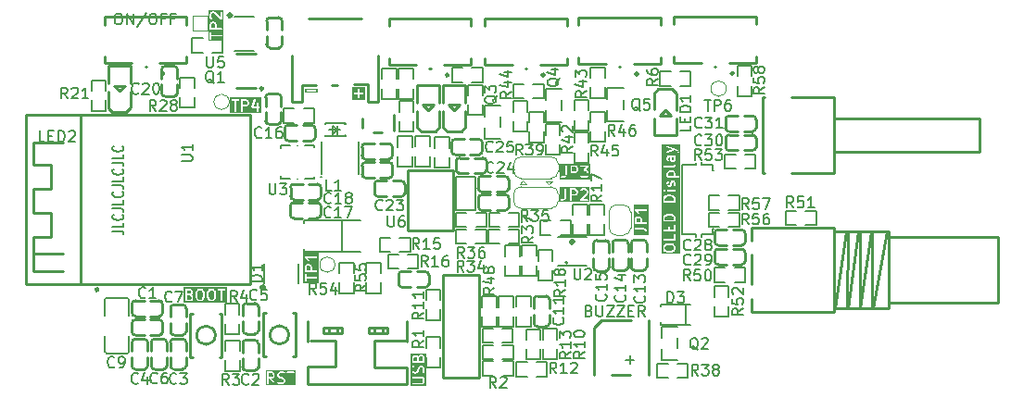
<source format=gbr>
%TF.GenerationSoftware,KiCad,Pcbnew,9.0.0*%
%TF.CreationDate,2025-07-25T12:15:42+02:00*%
%TF.ProjectId,Spruzzatore,53707275-7a7a-4617-946f-72652e6b6963,rev?*%
%TF.SameCoordinates,Original*%
%TF.FileFunction,Legend,Top*%
%TF.FilePolarity,Positive*%
%FSLAX46Y46*%
G04 Gerber Fmt 4.6, Leading zero omitted, Abs format (unit mm)*
G04 Created by KiCad (PCBNEW 9.0.0) date 2025-07-25 12:15:42*
%MOMM*%
%LPD*%
G01*
G04 APERTURE LIST*
G04 Aperture macros list*
%AMFreePoly0*
4,1,23,0.550000,-0.750000,0.000000,-0.750000,0.000000,-0.745722,-0.065263,-0.745722,-0.191342,-0.711940,-0.304381,-0.646677,-0.396677,-0.554381,-0.461940,-0.441342,-0.495722,-0.315263,-0.495722,-0.250000,-0.500000,-0.250000,-0.500000,0.250000,-0.495722,0.250000,-0.495722,0.315263,-0.461940,0.441342,-0.396677,0.554381,-0.304381,0.646677,-0.191342,0.711940,-0.065263,0.745722,0.000000,0.745722,
0.000000,0.750000,0.550000,0.750000,0.550000,-0.750000,0.550000,-0.750000,$1*%
%AMFreePoly1*
4,1,23,0.000000,0.745722,0.065263,0.745722,0.191342,0.711940,0.304381,0.646677,0.396677,0.554381,0.461940,0.441342,0.495722,0.315263,0.495722,0.250000,0.500000,0.250000,0.500000,-0.250000,0.495722,-0.250000,0.495722,-0.315263,0.461940,-0.441342,0.396677,-0.554381,0.304381,-0.646677,0.191342,-0.711940,0.065263,-0.745722,0.000000,-0.745722,0.000000,-0.750000,-0.550000,-0.750000,
-0.550000,0.750000,0.000000,0.750000,0.000000,0.745722,0.000000,0.745722,$1*%
%AMFreePoly2*
4,1,23,0.500000,-0.750000,0.000000,-0.750000,0.000000,-0.745722,-0.065263,-0.745722,-0.191342,-0.711940,-0.304381,-0.646677,-0.396677,-0.554381,-0.461940,-0.441342,-0.495722,-0.315263,-0.495722,-0.250000,-0.500000,-0.250000,-0.500000,0.250000,-0.495722,0.250000,-0.495722,0.315263,-0.461940,0.441342,-0.396677,0.554381,-0.304381,0.646677,-0.191342,0.711940,-0.065263,0.745722,0.000000,0.745722,
0.000000,0.750000,0.500000,0.750000,0.500000,-0.750000,0.500000,-0.750000,$1*%
%AMFreePoly3*
4,1,23,0.000000,0.745722,0.065263,0.745722,0.191342,0.711940,0.304381,0.646677,0.396677,0.554381,0.461940,0.441342,0.495722,0.315263,0.495722,0.250000,0.500000,0.250000,0.500000,-0.250000,0.495722,-0.250000,0.495722,-0.315263,0.461940,-0.441342,0.396677,-0.554381,0.304381,-0.646677,0.191342,-0.711940,0.065263,-0.745722,0.000000,-0.745722,0.000000,-0.750000,-0.500000,-0.750000,
-0.500000,0.750000,0.000000,0.750000,0.000000,0.745722,0.000000,0.745722,$1*%
%AMFreePoly4*
4,1,45,-0.144645,1.755355,-0.130000,1.720000,-0.130000,0.940000,0.130000,0.940000,0.130000,1.720000,0.144645,1.755355,0.180000,1.770000,0.470000,1.770000,0.505355,1.755355,0.520000,1.720000,0.520000,0.940000,0.760000,0.940000,0.795355,0.925355,0.810000,0.890000,0.810000,-0.880000,0.795355,-0.915355,0.760000,-0.930000,0.520000,-0.930000,0.520000,-1.700000,0.505355,-1.735355,
0.470000,-1.750000,0.180000,-1.750000,0.144645,-1.735355,0.130000,-1.700000,0.130000,-0.930000,-0.130000,-0.930000,-0.130000,-1.700000,-0.144645,-1.735355,-0.180000,-1.750000,-0.470000,-1.750000,-0.505355,-1.735355,-0.520000,-1.700000,-0.520000,-0.930000,-0.760000,-0.930000,-0.795355,-0.915355,-0.810000,-0.880000,-0.810000,0.900000,-0.795355,0.935355,-0.760000,0.950000,-0.520000,0.950000,
-0.520000,1.720000,-0.505355,1.755355,-0.470000,1.770000,-0.180000,1.770000,-0.144645,1.755355,-0.144645,1.755355,$1*%
G04 Aperture macros list end*
%ADD10C,0.153000*%
%ADD11C,0.250000*%
%ADD12C,0.150000*%
%ADD13C,0.120000*%
%ADD14C,0.300000*%
%ADD15C,0.200000*%
%ADD16R,2.000000X1.350000*%
%ADD17R,1.100000X0.600000*%
%ADD18R,0.700000X1.700000*%
%ADD19R,1.800000X2.500000*%
%ADD20R,0.900000X0.800000*%
%ADD21C,5.600000*%
%ADD22R,0.800000X0.900000*%
%ADD23R,0.860000X0.810000*%
%ADD24R,0.810000X0.860000*%
%ADD25R,1.250000X0.700000*%
%ADD26FreePoly0,0.000000*%
%ADD27R,1.000000X1.500000*%
%ADD28FreePoly1,0.000000*%
%ADD29C,1.800000*%
%ADD30C,2.000000*%
%ADD31R,0.530000X1.070000*%
%ADD32FreePoly2,90.000000*%
%ADD33FreePoly3,90.000000*%
%ADD34R,3.000000X1.300000*%
%ADD35R,1.400000X1.000000*%
%ADD36R,1.500000X0.900000*%
%ADD37R,0.500000X0.250000*%
%ADD38R,0.250000X0.500000*%
%ADD39R,0.400000X0.800000*%
%ADD40R,0.800000X0.400000*%
%ADD41R,0.800000X0.800000*%
%ADD42R,1.200000X1.200000*%
%ADD43R,0.600000X1.000000*%
%ADD44O,0.770000X0.360000*%
%ADD45C,1.000000*%
%ADD46R,2.000000X2.000000*%
%ADD47FreePoly0,180.000000*%
%ADD48FreePoly1,180.000000*%
%ADD49R,1.070000X0.530000*%
%ADD50R,1.300000X0.700000*%
%ADD51C,1.400000*%
%ADD52C,1.520000*%
%ADD53R,0.850000X0.240000*%
%ADD54R,0.800000X0.230000*%
%ADD55FreePoly4,180.000000*%
%ADD56R,1.100000X1.000000*%
%ADD57C,0.650000*%
%ADD58R,0.600000X1.150000*%
%ADD59R,0.300000X1.150000*%
%ADD60O,1.000000X2.100000*%
%ADD61O,1.000000X1.800000*%
%ADD62R,1.730000X1.490000*%
%ADD63R,1.000000X3.800000*%
%ADD64R,1.500000X3.400000*%
%ADD65R,1.000000X1.000000*%
%ADD66R,0.830000X0.630000*%
%ADD67R,1.520000X0.900000*%
%ADD68O,1.520000X0.900000*%
%ADD69R,1.000000X1.800000*%
%ADD70R,1.000000X2.000000*%
G04 APERTURE END LIST*
D10*
X119119663Y-96863590D02*
X119833948Y-96863590D01*
X119833948Y-96863590D02*
X119976805Y-96902295D01*
X119976805Y-96902295D02*
X120072044Y-96979704D01*
X120072044Y-96979704D02*
X120119663Y-97095819D01*
X120119663Y-97095819D02*
X120119663Y-97173228D01*
X120119663Y-96089495D02*
X120119663Y-96476543D01*
X120119663Y-96476543D02*
X119119663Y-96476543D01*
X120024424Y-95354105D02*
X120072044Y-95392809D01*
X120072044Y-95392809D02*
X120119663Y-95508924D01*
X120119663Y-95508924D02*
X120119663Y-95586333D01*
X120119663Y-95586333D02*
X120072044Y-95702447D01*
X120072044Y-95702447D02*
X119976805Y-95779857D01*
X119976805Y-95779857D02*
X119881567Y-95818562D01*
X119881567Y-95818562D02*
X119691091Y-95857266D01*
X119691091Y-95857266D02*
X119548234Y-95857266D01*
X119548234Y-95857266D02*
X119357758Y-95818562D01*
X119357758Y-95818562D02*
X119262520Y-95779857D01*
X119262520Y-95779857D02*
X119167282Y-95702447D01*
X119167282Y-95702447D02*
X119119663Y-95586333D01*
X119119663Y-95586333D02*
X119119663Y-95508924D01*
X119119663Y-95508924D02*
X119167282Y-95392809D01*
X119167282Y-95392809D02*
X119214901Y-95354105D01*
X119119663Y-94773533D02*
X119833948Y-94773533D01*
X119833948Y-94773533D02*
X119976805Y-94812238D01*
X119976805Y-94812238D02*
X120072044Y-94889647D01*
X120072044Y-94889647D02*
X120119663Y-95005762D01*
X120119663Y-95005762D02*
X120119663Y-95083171D01*
X120119663Y-93999438D02*
X120119663Y-94386486D01*
X120119663Y-94386486D02*
X119119663Y-94386486D01*
X120024424Y-93264048D02*
X120072044Y-93302752D01*
X120072044Y-93302752D02*
X120119663Y-93418867D01*
X120119663Y-93418867D02*
X120119663Y-93496276D01*
X120119663Y-93496276D02*
X120072044Y-93612390D01*
X120072044Y-93612390D02*
X119976805Y-93689800D01*
X119976805Y-93689800D02*
X119881567Y-93728505D01*
X119881567Y-93728505D02*
X119691091Y-93767209D01*
X119691091Y-93767209D02*
X119548234Y-93767209D01*
X119548234Y-93767209D02*
X119357758Y-93728505D01*
X119357758Y-93728505D02*
X119262520Y-93689800D01*
X119262520Y-93689800D02*
X119167282Y-93612390D01*
X119167282Y-93612390D02*
X119119663Y-93496276D01*
X119119663Y-93496276D02*
X119119663Y-93418867D01*
X119119663Y-93418867D02*
X119167282Y-93302752D01*
X119167282Y-93302752D02*
X119214901Y-93264048D01*
X119119663Y-92683476D02*
X119833948Y-92683476D01*
X119833948Y-92683476D02*
X119976805Y-92722181D01*
X119976805Y-92722181D02*
X120072044Y-92799590D01*
X120072044Y-92799590D02*
X120119663Y-92915705D01*
X120119663Y-92915705D02*
X120119663Y-92993114D01*
X120119663Y-91909381D02*
X120119663Y-92296429D01*
X120119663Y-92296429D02*
X119119663Y-92296429D01*
X120024424Y-91173991D02*
X120072044Y-91212695D01*
X120072044Y-91212695D02*
X120119663Y-91328810D01*
X120119663Y-91328810D02*
X120119663Y-91406219D01*
X120119663Y-91406219D02*
X120072044Y-91522333D01*
X120072044Y-91522333D02*
X119976805Y-91599743D01*
X119976805Y-91599743D02*
X119881567Y-91638448D01*
X119881567Y-91638448D02*
X119691091Y-91677152D01*
X119691091Y-91677152D02*
X119548234Y-91677152D01*
X119548234Y-91677152D02*
X119357758Y-91638448D01*
X119357758Y-91638448D02*
X119262520Y-91599743D01*
X119262520Y-91599743D02*
X119167282Y-91522333D01*
X119167282Y-91522333D02*
X119119663Y-91406219D01*
X119119663Y-91406219D02*
X119119663Y-91328810D01*
X119119663Y-91328810D02*
X119167282Y-91212695D01*
X119167282Y-91212695D02*
X119214901Y-91173991D01*
X119119663Y-90593419D02*
X119833948Y-90593419D01*
X119833948Y-90593419D02*
X119976805Y-90632124D01*
X119976805Y-90632124D02*
X120072044Y-90709533D01*
X120072044Y-90709533D02*
X120119663Y-90825648D01*
X120119663Y-90825648D02*
X120119663Y-90903057D01*
X120119663Y-89819324D02*
X120119663Y-90206372D01*
X120119663Y-90206372D02*
X119119663Y-90206372D01*
X120024424Y-89083934D02*
X120072044Y-89122638D01*
X120072044Y-89122638D02*
X120119663Y-89238753D01*
X120119663Y-89238753D02*
X120119663Y-89316162D01*
X120119663Y-89316162D02*
X120072044Y-89432276D01*
X120072044Y-89432276D02*
X119976805Y-89509686D01*
X119976805Y-89509686D02*
X119881567Y-89548391D01*
X119881567Y-89548391D02*
X119691091Y-89587095D01*
X119691091Y-89587095D02*
X119548234Y-89587095D01*
X119548234Y-89587095D02*
X119357758Y-89548391D01*
X119357758Y-89548391D02*
X119262520Y-89509686D01*
X119262520Y-89509686D02*
X119167282Y-89432276D01*
X119167282Y-89432276D02*
X119119663Y-89316162D01*
X119119663Y-89316162D02*
X119119663Y-89238753D01*
X119119663Y-89238753D02*
X119167282Y-89122638D01*
X119167282Y-89122638D02*
X119214901Y-89083934D01*
G36*
X126264389Y-102775335D02*
G01*
X126290460Y-102801405D01*
X126324452Y-102869389D01*
X126324452Y-102976126D01*
X126290459Y-103044110D01*
X126260399Y-103074171D01*
X126192416Y-103108163D01*
X125906024Y-103108163D01*
X125906024Y-102737353D01*
X126150444Y-102737353D01*
X126264389Y-102775335D01*
G37*
G36*
X126212779Y-102295154D02*
G01*
X126242841Y-102325215D01*
X126276833Y-102393199D01*
X126276833Y-102452317D01*
X126242841Y-102520300D01*
X126212779Y-102550361D01*
X126144797Y-102584353D01*
X125906024Y-102584353D01*
X125906024Y-102261163D01*
X126144797Y-102261163D01*
X126212779Y-102295154D01*
G37*
G36*
X127260398Y-102295154D02*
G01*
X127331875Y-102366631D01*
X127372071Y-102527414D01*
X127372071Y-102841911D01*
X127331875Y-103002694D01*
X127260399Y-103074171D01*
X127192416Y-103108163D01*
X127038060Y-103108163D01*
X126970076Y-103074171D01*
X126898601Y-103002695D01*
X126858405Y-102841911D01*
X126858405Y-102527414D01*
X126898600Y-102366631D01*
X126970078Y-102295154D01*
X127038060Y-102261163D01*
X127192416Y-102261163D01*
X127260398Y-102295154D01*
G37*
G36*
X128308017Y-102295154D02*
G01*
X128379494Y-102366631D01*
X128419690Y-102527414D01*
X128419690Y-102841911D01*
X128379494Y-103002694D01*
X128308018Y-103074171D01*
X128240035Y-103108163D01*
X128085679Y-103108163D01*
X128017695Y-103074171D01*
X127946220Y-103002695D01*
X127906024Y-102841911D01*
X127906024Y-102527414D01*
X127946219Y-102366631D01*
X128017697Y-102295154D01*
X128085679Y-102261163D01*
X128240035Y-102261163D01*
X128308017Y-102295154D01*
G37*
G36*
X129539474Y-103372274D02*
G01*
X125641913Y-103372274D01*
X125641913Y-102184663D01*
X125753024Y-102184663D01*
X125753024Y-103184663D01*
X125754494Y-103199587D01*
X125765917Y-103227164D01*
X125787023Y-103248270D01*
X125814600Y-103259693D01*
X125829524Y-103261163D01*
X126210476Y-103261163D01*
X126225400Y-103259693D01*
X126227940Y-103258640D01*
X126230682Y-103258446D01*
X126244688Y-103253087D01*
X126339926Y-103205468D01*
X126346350Y-103201423D01*
X126348216Y-103200651D01*
X126350315Y-103198927D01*
X126352617Y-103197479D01*
X126353941Y-103195952D01*
X126359808Y-103191137D01*
X126407427Y-103143517D01*
X126412239Y-103137652D01*
X126413768Y-103136327D01*
X126415218Y-103134022D01*
X126416940Y-103131925D01*
X126417711Y-103130062D01*
X126421757Y-103123636D01*
X126469376Y-103028398D01*
X126474735Y-103014392D01*
X126474929Y-103011650D01*
X126475982Y-103009110D01*
X126477452Y-102994186D01*
X126477452Y-102851329D01*
X126475982Y-102836405D01*
X126474929Y-102833864D01*
X126474735Y-102831123D01*
X126469376Y-102817117D01*
X126421757Y-102721879D01*
X126417712Y-102715454D01*
X126416940Y-102713589D01*
X126415216Y-102711489D01*
X126413768Y-102709188D01*
X126412241Y-102707863D01*
X126407426Y-102701997D01*
X126359808Y-102654378D01*
X126348215Y-102644865D01*
X126345674Y-102643812D01*
X126343598Y-102642012D01*
X126339385Y-102640131D01*
X126359807Y-102619709D01*
X126364622Y-102613842D01*
X126366149Y-102612518D01*
X126367597Y-102610216D01*
X126369321Y-102608117D01*
X126370093Y-102606251D01*
X126374138Y-102599827D01*
X126415054Y-102517996D01*
X126705405Y-102517996D01*
X126705405Y-102851329D01*
X126705661Y-102853934D01*
X126705496Y-102855048D01*
X126706321Y-102860629D01*
X126706875Y-102866253D01*
X126707306Y-102867294D01*
X126707689Y-102869883D01*
X126755308Y-103060359D01*
X126760354Y-103074481D01*
X126763740Y-103079051D01*
X126765917Y-103084306D01*
X126775430Y-103095898D01*
X126870668Y-103191138D01*
X126876534Y-103195952D01*
X126877859Y-103197479D01*
X126880162Y-103198929D01*
X126882261Y-103200651D01*
X126884123Y-103201422D01*
X126890550Y-103205468D01*
X126985788Y-103253087D01*
X126999794Y-103258446D01*
X127002535Y-103258640D01*
X127005076Y-103259693D01*
X127020000Y-103261163D01*
X127210476Y-103261163D01*
X127225400Y-103259693D01*
X127227940Y-103258640D01*
X127230682Y-103258446D01*
X127244688Y-103253087D01*
X127339926Y-103205468D01*
X127346350Y-103201423D01*
X127348216Y-103200651D01*
X127350315Y-103198927D01*
X127352617Y-103197479D01*
X127353941Y-103195952D01*
X127359808Y-103191137D01*
X127455046Y-103095898D01*
X127464560Y-103084306D01*
X127466737Y-103079049D01*
X127470122Y-103074481D01*
X127475168Y-103060359D01*
X127522787Y-102869883D01*
X127523169Y-102867294D01*
X127523601Y-102866253D01*
X127524154Y-102860629D01*
X127524980Y-102855048D01*
X127524814Y-102853934D01*
X127525071Y-102851329D01*
X127525071Y-102517996D01*
X127753024Y-102517996D01*
X127753024Y-102851329D01*
X127753280Y-102853934D01*
X127753115Y-102855048D01*
X127753940Y-102860629D01*
X127754494Y-102866253D01*
X127754925Y-102867294D01*
X127755308Y-102869883D01*
X127802927Y-103060359D01*
X127807973Y-103074481D01*
X127811359Y-103079051D01*
X127813536Y-103084306D01*
X127823049Y-103095898D01*
X127918287Y-103191138D01*
X127924153Y-103195952D01*
X127925478Y-103197479D01*
X127927781Y-103198929D01*
X127929880Y-103200651D01*
X127931742Y-103201422D01*
X127938169Y-103205468D01*
X128033407Y-103253087D01*
X128047413Y-103258446D01*
X128050154Y-103258640D01*
X128052695Y-103259693D01*
X128067619Y-103261163D01*
X128258095Y-103261163D01*
X128273019Y-103259693D01*
X128275559Y-103258640D01*
X128278301Y-103258446D01*
X128292307Y-103253087D01*
X128387545Y-103205468D01*
X128393969Y-103201423D01*
X128395835Y-103200651D01*
X128397934Y-103198927D01*
X128400236Y-103197479D01*
X128401560Y-103195952D01*
X128407427Y-103191137D01*
X128502665Y-103095898D01*
X128512179Y-103084306D01*
X128514356Y-103079049D01*
X128517741Y-103074481D01*
X128522787Y-103060359D01*
X128570406Y-102869883D01*
X128570788Y-102867294D01*
X128571220Y-102866253D01*
X128571773Y-102860629D01*
X128572599Y-102855048D01*
X128572433Y-102853934D01*
X128572690Y-102851329D01*
X128572690Y-102517996D01*
X128572433Y-102515390D01*
X128572599Y-102514277D01*
X128571773Y-102508695D01*
X128571220Y-102503072D01*
X128570788Y-102502030D01*
X128570406Y-102499442D01*
X128522787Y-102308966D01*
X128517741Y-102294844D01*
X128514354Y-102290273D01*
X128512178Y-102285019D01*
X128502665Y-102273426D01*
X128407427Y-102178188D01*
X128401560Y-102173373D01*
X128400236Y-102171847D01*
X128397932Y-102170396D01*
X128397131Y-102169739D01*
X128706875Y-102169739D01*
X128706875Y-102199587D01*
X128718298Y-102227164D01*
X128739404Y-102248270D01*
X128766981Y-102259693D01*
X128781905Y-102261163D01*
X128991119Y-102261163D01*
X128991119Y-103184663D01*
X128992589Y-103199587D01*
X129004012Y-103227164D01*
X129025118Y-103248270D01*
X129052695Y-103259693D01*
X129082543Y-103259693D01*
X129110120Y-103248270D01*
X129131226Y-103227164D01*
X129142649Y-103199587D01*
X129144119Y-103184663D01*
X129144119Y-102261163D01*
X129353333Y-102261163D01*
X129368257Y-102259693D01*
X129395834Y-102248270D01*
X129416940Y-102227164D01*
X129428363Y-102199587D01*
X129428363Y-102169739D01*
X129416940Y-102142162D01*
X129395834Y-102121056D01*
X129368257Y-102109633D01*
X129353333Y-102108163D01*
X128781905Y-102108163D01*
X128766981Y-102109633D01*
X128739404Y-102121056D01*
X128718298Y-102142162D01*
X128706875Y-102169739D01*
X128397131Y-102169739D01*
X128395834Y-102168675D01*
X128393971Y-102167903D01*
X128387545Y-102163858D01*
X128292307Y-102116239D01*
X128278301Y-102110880D01*
X128275559Y-102110685D01*
X128273019Y-102109633D01*
X128258095Y-102108163D01*
X128067619Y-102108163D01*
X128052695Y-102109633D01*
X128050154Y-102110685D01*
X128047413Y-102110880D01*
X128033407Y-102116239D01*
X127938169Y-102163858D01*
X127931742Y-102167903D01*
X127929880Y-102168675D01*
X127927781Y-102170396D01*
X127925478Y-102171847D01*
X127924153Y-102173373D01*
X127918287Y-102178188D01*
X127823049Y-102273426D01*
X127813536Y-102285019D01*
X127811359Y-102290273D01*
X127807973Y-102294844D01*
X127802927Y-102308966D01*
X127755308Y-102499442D01*
X127754925Y-102502030D01*
X127754494Y-102503072D01*
X127753940Y-102508695D01*
X127753115Y-102514277D01*
X127753280Y-102515390D01*
X127753024Y-102517996D01*
X127525071Y-102517996D01*
X127524814Y-102515390D01*
X127524980Y-102514277D01*
X127524154Y-102508695D01*
X127523601Y-102503072D01*
X127523169Y-102502030D01*
X127522787Y-102499442D01*
X127475168Y-102308966D01*
X127470122Y-102294844D01*
X127466735Y-102290273D01*
X127464559Y-102285019D01*
X127455046Y-102273426D01*
X127359808Y-102178188D01*
X127353941Y-102173373D01*
X127352617Y-102171847D01*
X127350313Y-102170396D01*
X127348215Y-102168675D01*
X127346352Y-102167903D01*
X127339926Y-102163858D01*
X127244688Y-102116239D01*
X127230682Y-102110880D01*
X127227940Y-102110685D01*
X127225400Y-102109633D01*
X127210476Y-102108163D01*
X127020000Y-102108163D01*
X127005076Y-102109633D01*
X127002535Y-102110685D01*
X126999794Y-102110880D01*
X126985788Y-102116239D01*
X126890550Y-102163858D01*
X126884123Y-102167903D01*
X126882261Y-102168675D01*
X126880162Y-102170396D01*
X126877859Y-102171847D01*
X126876534Y-102173373D01*
X126870668Y-102178188D01*
X126775430Y-102273426D01*
X126765917Y-102285019D01*
X126763740Y-102290273D01*
X126760354Y-102294844D01*
X126755308Y-102308966D01*
X126707689Y-102499442D01*
X126707306Y-102502030D01*
X126706875Y-102503072D01*
X126706321Y-102508695D01*
X126705496Y-102514277D01*
X126705661Y-102515390D01*
X126705405Y-102517996D01*
X126415054Y-102517996D01*
X126421757Y-102504589D01*
X126427116Y-102490583D01*
X126427310Y-102487841D01*
X126428363Y-102485301D01*
X126429833Y-102470377D01*
X126429833Y-102375139D01*
X126428363Y-102360215D01*
X126427310Y-102357674D01*
X126427116Y-102354933D01*
X126421757Y-102340927D01*
X126374138Y-102245689D01*
X126370093Y-102239264D01*
X126369321Y-102237399D01*
X126367597Y-102235299D01*
X126366149Y-102232998D01*
X126364622Y-102231673D01*
X126359807Y-102225807D01*
X126312189Y-102178188D01*
X126306322Y-102173373D01*
X126304998Y-102171847D01*
X126302694Y-102170396D01*
X126300596Y-102168675D01*
X126298733Y-102167903D01*
X126292307Y-102163858D01*
X126197069Y-102116239D01*
X126183063Y-102110880D01*
X126180321Y-102110685D01*
X126177781Y-102109633D01*
X126162857Y-102108163D01*
X125829524Y-102108163D01*
X125814600Y-102109633D01*
X125787023Y-102121056D01*
X125765917Y-102142162D01*
X125754494Y-102169739D01*
X125753024Y-102184663D01*
X125641913Y-102184663D01*
X125641913Y-101997052D01*
X129539474Y-101997052D01*
X129539474Y-103372274D01*
G37*
G36*
X133721826Y-109865154D02*
G01*
X133751888Y-109895215D01*
X133785880Y-109963199D01*
X133785880Y-110069936D01*
X133751888Y-110137919D01*
X133721826Y-110167980D01*
X133653844Y-110201972D01*
X133367452Y-110201972D01*
X133367452Y-109831163D01*
X133653844Y-109831163D01*
X133721826Y-109865154D01*
G37*
G36*
X135858045Y-110942274D02*
G01*
X133103341Y-110942274D01*
X133103341Y-109754663D01*
X133214452Y-109754663D01*
X133214452Y-110754663D01*
X133215922Y-110769587D01*
X133227345Y-110797164D01*
X133248451Y-110818270D01*
X133276028Y-110829693D01*
X133305876Y-110829693D01*
X133333453Y-110818270D01*
X133354559Y-110797164D01*
X133365982Y-110769587D01*
X133367452Y-110754663D01*
X133367452Y-110354972D01*
X133489217Y-110354972D01*
X133799709Y-110798533D01*
X133809471Y-110809916D01*
X133834644Y-110825958D01*
X133864038Y-110831145D01*
X133893181Y-110824689D01*
X133917633Y-110807572D01*
X133933674Y-110782399D01*
X133938862Y-110753005D01*
X133932405Y-110723863D01*
X133925051Y-110710793D01*
X133675714Y-110354596D01*
X133686828Y-110353502D01*
X133689368Y-110352449D01*
X133692110Y-110352255D01*
X133706116Y-110346896D01*
X133801354Y-110299277D01*
X133807780Y-110295231D01*
X133809643Y-110294460D01*
X133811741Y-110292738D01*
X133814045Y-110291288D01*
X133815369Y-110289761D01*
X133821236Y-110284947D01*
X133868854Y-110237328D01*
X133873669Y-110231461D01*
X133875196Y-110230137D01*
X133876644Y-110227835D01*
X133878368Y-110225736D01*
X133879140Y-110223870D01*
X133883185Y-110217446D01*
X133930804Y-110122208D01*
X133936163Y-110108202D01*
X133936357Y-110105460D01*
X133937410Y-110102920D01*
X133938880Y-110087996D01*
X133938880Y-109945139D01*
X134166833Y-109945139D01*
X134166833Y-110040377D01*
X134168303Y-110055301D01*
X134169355Y-110057841D01*
X134169550Y-110060583D01*
X134174909Y-110074589D01*
X134222528Y-110169827D01*
X134226573Y-110176253D01*
X134227345Y-110178116D01*
X134229066Y-110180214D01*
X134230517Y-110182518D01*
X134232043Y-110183842D01*
X134236858Y-110189709D01*
X134284477Y-110237327D01*
X134290343Y-110242142D01*
X134291668Y-110243669D01*
X134293969Y-110245117D01*
X134296069Y-110246841D01*
X134297934Y-110247613D01*
X134304359Y-110251658D01*
X134399597Y-110299277D01*
X134400691Y-110299695D01*
X134401133Y-110300023D01*
X134407387Y-110302257D01*
X134413603Y-110304636D01*
X134414152Y-110304675D01*
X134415255Y-110305069D01*
X134597583Y-110350651D01*
X134674207Y-110388963D01*
X134704269Y-110419024D01*
X134738261Y-110487008D01*
X134738261Y-110546126D01*
X134704268Y-110614110D01*
X134674208Y-110644171D01*
X134606225Y-110678163D01*
X134398603Y-110678163D01*
X134267524Y-110634470D01*
X134252901Y-110631145D01*
X134223127Y-110633261D01*
X134196430Y-110646610D01*
X134176873Y-110669159D01*
X134167434Y-110697476D01*
X134169550Y-110727250D01*
X134182899Y-110753947D01*
X134205448Y-110773504D01*
X134219142Y-110779618D01*
X134361998Y-110827237D01*
X134369400Y-110828920D01*
X134371266Y-110829693D01*
X134373971Y-110829959D01*
X134376621Y-110830562D01*
X134378635Y-110830418D01*
X134386190Y-110831163D01*
X134624285Y-110831163D01*
X134639209Y-110829693D01*
X134641749Y-110828640D01*
X134644491Y-110828446D01*
X134658497Y-110823087D01*
X134753735Y-110775468D01*
X134760159Y-110771423D01*
X134762025Y-110770651D01*
X134764124Y-110768927D01*
X134766426Y-110767479D01*
X134767750Y-110765952D01*
X134773617Y-110761137D01*
X134821236Y-110713517D01*
X134826048Y-110707652D01*
X134827577Y-110706327D01*
X134829027Y-110704022D01*
X134830749Y-110701925D01*
X134831520Y-110700062D01*
X134835566Y-110693636D01*
X134883185Y-110598398D01*
X134888544Y-110584392D01*
X134888738Y-110581650D01*
X134889791Y-110579110D01*
X134891261Y-110564186D01*
X134891261Y-110468948D01*
X134889791Y-110454024D01*
X134888738Y-110451483D01*
X134888544Y-110448742D01*
X134883185Y-110434736D01*
X134835566Y-110339498D01*
X134831521Y-110333073D01*
X134830749Y-110331208D01*
X134829025Y-110329108D01*
X134827577Y-110326807D01*
X134826050Y-110325482D01*
X134821235Y-110319616D01*
X134773617Y-110271997D01*
X134767750Y-110267182D01*
X134766426Y-110265656D01*
X134764122Y-110264205D01*
X134762024Y-110262484D01*
X134760161Y-110261712D01*
X134753735Y-110257667D01*
X134658497Y-110210048D01*
X134657402Y-110209629D01*
X134656961Y-110209302D01*
X134650706Y-110207067D01*
X134644491Y-110204689D01*
X134643941Y-110204649D01*
X134642839Y-110204256D01*
X134460511Y-110158674D01*
X134383885Y-110120361D01*
X134353824Y-110090299D01*
X134319833Y-110022317D01*
X134319833Y-109963199D01*
X134353824Y-109895216D01*
X134383885Y-109865154D01*
X134451869Y-109831163D01*
X134659491Y-109831163D01*
X134790569Y-109874856D01*
X134805192Y-109878181D01*
X134834966Y-109876065D01*
X134861663Y-109862716D01*
X134881221Y-109840167D01*
X134890660Y-109811850D01*
X134888543Y-109782076D01*
X134875195Y-109755379D01*
X134857161Y-109739739D01*
X135025446Y-109739739D01*
X135025446Y-109769587D01*
X135036869Y-109797164D01*
X135057975Y-109818270D01*
X135085552Y-109829693D01*
X135100476Y-109831163D01*
X135309690Y-109831163D01*
X135309690Y-110754663D01*
X135311160Y-110769587D01*
X135322583Y-110797164D01*
X135343689Y-110818270D01*
X135371266Y-110829693D01*
X135401114Y-110829693D01*
X135428691Y-110818270D01*
X135449797Y-110797164D01*
X135461220Y-110769587D01*
X135462690Y-110754663D01*
X135462690Y-109831163D01*
X135671904Y-109831163D01*
X135686828Y-109829693D01*
X135714405Y-109818270D01*
X135735511Y-109797164D01*
X135746934Y-109769587D01*
X135746934Y-109739739D01*
X135735511Y-109712162D01*
X135714405Y-109691056D01*
X135686828Y-109679633D01*
X135671904Y-109678163D01*
X135100476Y-109678163D01*
X135085552Y-109679633D01*
X135057975Y-109691056D01*
X135036869Y-109712162D01*
X135025446Y-109739739D01*
X134857161Y-109739739D01*
X134852645Y-109735822D01*
X134838952Y-109729708D01*
X134696095Y-109682089D01*
X134688695Y-109680406D01*
X134686828Y-109679633D01*
X134684121Y-109679366D01*
X134681472Y-109678764D01*
X134679458Y-109678907D01*
X134671904Y-109678163D01*
X134433809Y-109678163D01*
X134418885Y-109679633D01*
X134416344Y-109680685D01*
X134413603Y-109680880D01*
X134399597Y-109686239D01*
X134304359Y-109733858D01*
X134297934Y-109737902D01*
X134296069Y-109738675D01*
X134293969Y-109740398D01*
X134291668Y-109741847D01*
X134290343Y-109743373D01*
X134284477Y-109748189D01*
X134236858Y-109795807D01*
X134232043Y-109801673D01*
X134230517Y-109802998D01*
X134229066Y-109805301D01*
X134227345Y-109807400D01*
X134226573Y-109809262D01*
X134222528Y-109815689D01*
X134174909Y-109910927D01*
X134169550Y-109924933D01*
X134169355Y-109927674D01*
X134168303Y-109930215D01*
X134166833Y-109945139D01*
X133938880Y-109945139D01*
X133937410Y-109930215D01*
X133936357Y-109927674D01*
X133936163Y-109924933D01*
X133930804Y-109910927D01*
X133883185Y-109815689D01*
X133879140Y-109809264D01*
X133878368Y-109807399D01*
X133876644Y-109805299D01*
X133875196Y-109802998D01*
X133873669Y-109801673D01*
X133868854Y-109795807D01*
X133821236Y-109748188D01*
X133815369Y-109743373D01*
X133814045Y-109741847D01*
X133811741Y-109740396D01*
X133809643Y-109738675D01*
X133807780Y-109737903D01*
X133801354Y-109733858D01*
X133706116Y-109686239D01*
X133692110Y-109680880D01*
X133689368Y-109680685D01*
X133686828Y-109679633D01*
X133671904Y-109678163D01*
X133290952Y-109678163D01*
X133276028Y-109679633D01*
X133248451Y-109691056D01*
X133227345Y-109712162D01*
X133215922Y-109739739D01*
X133214452Y-109754663D01*
X133103341Y-109754663D01*
X133103341Y-109567052D01*
X135858045Y-109567052D01*
X135858045Y-110942274D01*
G37*
X128384761Y-83319901D02*
X128289523Y-83272282D01*
X128289523Y-83272282D02*
X128194285Y-83177044D01*
X128194285Y-83177044D02*
X128051428Y-83034186D01*
X128051428Y-83034186D02*
X127956190Y-82986567D01*
X127956190Y-82986567D02*
X127860952Y-82986567D01*
X127908571Y-83224663D02*
X127813333Y-83177044D01*
X127813333Y-83177044D02*
X127718095Y-83081805D01*
X127718095Y-83081805D02*
X127670476Y-82891329D01*
X127670476Y-82891329D02*
X127670476Y-82557996D01*
X127670476Y-82557996D02*
X127718095Y-82367520D01*
X127718095Y-82367520D02*
X127813333Y-82272282D01*
X127813333Y-82272282D02*
X127908571Y-82224663D01*
X127908571Y-82224663D02*
X128099047Y-82224663D01*
X128099047Y-82224663D02*
X128194285Y-82272282D01*
X128194285Y-82272282D02*
X128289523Y-82367520D01*
X128289523Y-82367520D02*
X128337142Y-82557996D01*
X128337142Y-82557996D02*
X128337142Y-82891329D01*
X128337142Y-82891329D02*
X128289523Y-83081805D01*
X128289523Y-83081805D02*
X128194285Y-83177044D01*
X128194285Y-83177044D02*
X128099047Y-83224663D01*
X128099047Y-83224663D02*
X127908571Y-83224663D01*
X129289523Y-83224663D02*
X128718095Y-83224663D01*
X129003809Y-83224663D02*
X129003809Y-82224663D01*
X129003809Y-82224663D02*
X128908571Y-82367520D01*
X128908571Y-82367520D02*
X128813333Y-82462758D01*
X128813333Y-82462758D02*
X128718095Y-82510377D01*
X153907142Y-91439424D02*
X153859523Y-91487044D01*
X153859523Y-91487044D02*
X153716666Y-91534663D01*
X153716666Y-91534663D02*
X153621428Y-91534663D01*
X153621428Y-91534663D02*
X153478571Y-91487044D01*
X153478571Y-91487044D02*
X153383333Y-91391805D01*
X153383333Y-91391805D02*
X153335714Y-91296567D01*
X153335714Y-91296567D02*
X153288095Y-91106091D01*
X153288095Y-91106091D02*
X153288095Y-90963234D01*
X153288095Y-90963234D02*
X153335714Y-90772758D01*
X153335714Y-90772758D02*
X153383333Y-90677520D01*
X153383333Y-90677520D02*
X153478571Y-90582282D01*
X153478571Y-90582282D02*
X153621428Y-90534663D01*
X153621428Y-90534663D02*
X153716666Y-90534663D01*
X153716666Y-90534663D02*
X153859523Y-90582282D01*
X153859523Y-90582282D02*
X153907142Y-90629901D01*
X154288095Y-90629901D02*
X154335714Y-90582282D01*
X154335714Y-90582282D02*
X154430952Y-90534663D01*
X154430952Y-90534663D02*
X154669047Y-90534663D01*
X154669047Y-90534663D02*
X154764285Y-90582282D01*
X154764285Y-90582282D02*
X154811904Y-90629901D01*
X154811904Y-90629901D02*
X154859523Y-90725139D01*
X154859523Y-90725139D02*
X154859523Y-90820377D01*
X154859523Y-90820377D02*
X154811904Y-90963234D01*
X154811904Y-90963234D02*
X154240476Y-91534663D01*
X154240476Y-91534663D02*
X154859523Y-91534663D01*
X155716666Y-90867996D02*
X155716666Y-91534663D01*
X155478571Y-90487044D02*
X155240476Y-91201329D01*
X155240476Y-91201329D02*
X155859523Y-91201329D01*
X159667142Y-109874663D02*
X159333809Y-109398472D01*
X159095714Y-109874663D02*
X159095714Y-108874663D01*
X159095714Y-108874663D02*
X159476666Y-108874663D01*
X159476666Y-108874663D02*
X159571904Y-108922282D01*
X159571904Y-108922282D02*
X159619523Y-108969901D01*
X159619523Y-108969901D02*
X159667142Y-109065139D01*
X159667142Y-109065139D02*
X159667142Y-109207996D01*
X159667142Y-109207996D02*
X159619523Y-109303234D01*
X159619523Y-109303234D02*
X159571904Y-109350853D01*
X159571904Y-109350853D02*
X159476666Y-109398472D01*
X159476666Y-109398472D02*
X159095714Y-109398472D01*
X160619523Y-109874663D02*
X160048095Y-109874663D01*
X160333809Y-109874663D02*
X160333809Y-108874663D01*
X160333809Y-108874663D02*
X160238571Y-109017520D01*
X160238571Y-109017520D02*
X160143333Y-109112758D01*
X160143333Y-109112758D02*
X160048095Y-109160377D01*
X161000476Y-108969901D02*
X161048095Y-108922282D01*
X161048095Y-108922282D02*
X161143333Y-108874663D01*
X161143333Y-108874663D02*
X161381428Y-108874663D01*
X161381428Y-108874663D02*
X161476666Y-108922282D01*
X161476666Y-108922282D02*
X161524285Y-108969901D01*
X161524285Y-108969901D02*
X161571904Y-109065139D01*
X161571904Y-109065139D02*
X161571904Y-109160377D01*
X161571904Y-109160377D02*
X161524285Y-109303234D01*
X161524285Y-109303234D02*
X160952857Y-109874663D01*
X160952857Y-109874663D02*
X161571904Y-109874663D01*
X159939901Y-82865238D02*
X159892282Y-82960476D01*
X159892282Y-82960476D02*
X159797044Y-83055714D01*
X159797044Y-83055714D02*
X159654186Y-83198571D01*
X159654186Y-83198571D02*
X159606567Y-83293809D01*
X159606567Y-83293809D02*
X159606567Y-83389047D01*
X159844663Y-83341428D02*
X159797044Y-83436666D01*
X159797044Y-83436666D02*
X159701805Y-83531904D01*
X159701805Y-83531904D02*
X159511329Y-83579523D01*
X159511329Y-83579523D02*
X159177996Y-83579523D01*
X159177996Y-83579523D02*
X158987520Y-83531904D01*
X158987520Y-83531904D02*
X158892282Y-83436666D01*
X158892282Y-83436666D02*
X158844663Y-83341428D01*
X158844663Y-83341428D02*
X158844663Y-83150952D01*
X158844663Y-83150952D02*
X158892282Y-83055714D01*
X158892282Y-83055714D02*
X158987520Y-82960476D01*
X158987520Y-82960476D02*
X159177996Y-82912857D01*
X159177996Y-82912857D02*
X159511329Y-82912857D01*
X159511329Y-82912857D02*
X159701805Y-82960476D01*
X159701805Y-82960476D02*
X159797044Y-83055714D01*
X159797044Y-83055714D02*
X159844663Y-83150952D01*
X159844663Y-83150952D02*
X159844663Y-83341428D01*
X159177996Y-82055714D02*
X159844663Y-82055714D01*
X158797044Y-82293809D02*
X159511329Y-82531904D01*
X159511329Y-82531904D02*
X159511329Y-81912857D01*
X115017142Y-84714663D02*
X114683809Y-84238472D01*
X114445714Y-84714663D02*
X114445714Y-83714663D01*
X114445714Y-83714663D02*
X114826666Y-83714663D01*
X114826666Y-83714663D02*
X114921904Y-83762282D01*
X114921904Y-83762282D02*
X114969523Y-83809901D01*
X114969523Y-83809901D02*
X115017142Y-83905139D01*
X115017142Y-83905139D02*
X115017142Y-84047996D01*
X115017142Y-84047996D02*
X114969523Y-84143234D01*
X114969523Y-84143234D02*
X114921904Y-84190853D01*
X114921904Y-84190853D02*
X114826666Y-84238472D01*
X114826666Y-84238472D02*
X114445714Y-84238472D01*
X115398095Y-83809901D02*
X115445714Y-83762282D01*
X115445714Y-83762282D02*
X115540952Y-83714663D01*
X115540952Y-83714663D02*
X115779047Y-83714663D01*
X115779047Y-83714663D02*
X115874285Y-83762282D01*
X115874285Y-83762282D02*
X115921904Y-83809901D01*
X115921904Y-83809901D02*
X115969523Y-83905139D01*
X115969523Y-83905139D02*
X115969523Y-84000377D01*
X115969523Y-84000377D02*
X115921904Y-84143234D01*
X115921904Y-84143234D02*
X115350476Y-84714663D01*
X115350476Y-84714663D02*
X115969523Y-84714663D01*
X116921904Y-84714663D02*
X116350476Y-84714663D01*
X116636190Y-84714663D02*
X116636190Y-83714663D01*
X116636190Y-83714663D02*
X116540952Y-83857520D01*
X116540952Y-83857520D02*
X116445714Y-83952758D01*
X116445714Y-83952758D02*
X116350476Y-84000377D01*
X164159424Y-102632857D02*
X164207044Y-102680476D01*
X164207044Y-102680476D02*
X164254663Y-102823333D01*
X164254663Y-102823333D02*
X164254663Y-102918571D01*
X164254663Y-102918571D02*
X164207044Y-103061428D01*
X164207044Y-103061428D02*
X164111805Y-103156666D01*
X164111805Y-103156666D02*
X164016567Y-103204285D01*
X164016567Y-103204285D02*
X163826091Y-103251904D01*
X163826091Y-103251904D02*
X163683234Y-103251904D01*
X163683234Y-103251904D02*
X163492758Y-103204285D01*
X163492758Y-103204285D02*
X163397520Y-103156666D01*
X163397520Y-103156666D02*
X163302282Y-103061428D01*
X163302282Y-103061428D02*
X163254663Y-102918571D01*
X163254663Y-102918571D02*
X163254663Y-102823333D01*
X163254663Y-102823333D02*
X163302282Y-102680476D01*
X163302282Y-102680476D02*
X163349901Y-102632857D01*
X164254663Y-101680476D02*
X164254663Y-102251904D01*
X164254663Y-101966190D02*
X163254663Y-101966190D01*
X163254663Y-101966190D02*
X163397520Y-102061428D01*
X163397520Y-102061428D02*
X163492758Y-102156666D01*
X163492758Y-102156666D02*
X163540377Y-102251904D01*
X163254663Y-100775714D02*
X163254663Y-101251904D01*
X163254663Y-101251904D02*
X163730853Y-101299523D01*
X163730853Y-101299523D02*
X163683234Y-101251904D01*
X163683234Y-101251904D02*
X163635615Y-101156666D01*
X163635615Y-101156666D02*
X163635615Y-100918571D01*
X163635615Y-100918571D02*
X163683234Y-100823333D01*
X163683234Y-100823333D02*
X163730853Y-100775714D01*
X163730853Y-100775714D02*
X163826091Y-100728095D01*
X163826091Y-100728095D02*
X164064186Y-100728095D01*
X164064186Y-100728095D02*
X164159424Y-100775714D01*
X164159424Y-100775714D02*
X164207044Y-100823333D01*
X164207044Y-100823333D02*
X164254663Y-100918571D01*
X164254663Y-100918571D02*
X164254663Y-101156666D01*
X164254663Y-101156666D02*
X164207044Y-101251904D01*
X164207044Y-101251904D02*
X164159424Y-101299523D01*
G36*
X161463731Y-91025154D02*
G01*
X161493793Y-91055215D01*
X161527785Y-91123199D01*
X161527785Y-91229936D01*
X161493793Y-91297919D01*
X161463731Y-91327980D01*
X161395749Y-91361972D01*
X161109357Y-91361972D01*
X161109357Y-90991163D01*
X161395749Y-90991163D01*
X161463731Y-91025154D01*
G37*
G36*
X162744277Y-92102274D02*
G01*
X159989573Y-92102274D01*
X159989573Y-91899739D01*
X160100684Y-91899739D01*
X160100684Y-91929587D01*
X160112107Y-91957164D01*
X160133213Y-91978270D01*
X160160790Y-91989693D01*
X160175714Y-91991163D01*
X160270952Y-91991163D01*
X160278506Y-91990418D01*
X160280520Y-91990562D01*
X160283169Y-91989959D01*
X160285876Y-91989693D01*
X160287743Y-91988919D01*
X160295143Y-91987237D01*
X160438000Y-91939618D01*
X160451693Y-91933504D01*
X160453768Y-91931704D01*
X160456311Y-91930651D01*
X160467903Y-91921137D01*
X160563141Y-91825898D01*
X160572655Y-91814306D01*
X160573707Y-91811764D01*
X160575507Y-91809690D01*
X160581621Y-91795996D01*
X160629240Y-91653140D01*
X160630923Y-91645737D01*
X160631696Y-91643872D01*
X160631962Y-91641166D01*
X160632565Y-91638517D01*
X160632421Y-91636502D01*
X160633166Y-91628948D01*
X160633166Y-90914663D01*
X160956357Y-90914663D01*
X160956357Y-91914663D01*
X160957827Y-91929587D01*
X160969250Y-91957164D01*
X160990356Y-91978270D01*
X161017933Y-91989693D01*
X161047781Y-91989693D01*
X161075358Y-91978270D01*
X161096464Y-91957164D01*
X161107887Y-91929587D01*
X161109357Y-91914663D01*
X161109357Y-91514972D01*
X161413809Y-91514972D01*
X161428733Y-91513502D01*
X161431273Y-91512449D01*
X161434015Y-91512255D01*
X161448021Y-91506896D01*
X161543259Y-91459277D01*
X161549685Y-91455231D01*
X161551548Y-91454460D01*
X161553646Y-91452738D01*
X161555950Y-91451288D01*
X161557274Y-91449761D01*
X161563141Y-91444947D01*
X161610759Y-91397328D01*
X161615574Y-91391461D01*
X161617101Y-91390137D01*
X161618549Y-91387835D01*
X161620273Y-91385736D01*
X161621045Y-91383870D01*
X161625090Y-91377446D01*
X161672709Y-91282208D01*
X161678068Y-91268202D01*
X161678262Y-91265460D01*
X161679315Y-91262920D01*
X161680785Y-91247996D01*
X161680785Y-91105139D01*
X161679315Y-91090215D01*
X161678262Y-91087674D01*
X161678068Y-91084933D01*
X161672709Y-91070927D01*
X161625090Y-90975689D01*
X161621045Y-90969264D01*
X161620273Y-90967399D01*
X161618549Y-90965299D01*
X161617101Y-90962998D01*
X161615574Y-90961673D01*
X161610759Y-90955807D01*
X161563141Y-90908188D01*
X161557274Y-90903373D01*
X161555950Y-90901847D01*
X161553646Y-90900396D01*
X161552845Y-90899739D01*
X161862589Y-90899739D01*
X161862589Y-90929587D01*
X161874012Y-90957164D01*
X161895118Y-90978270D01*
X161922695Y-90989693D01*
X161937619Y-90991163D01*
X162388077Y-90991163D01*
X162165761Y-91245239D01*
X162161148Y-91251691D01*
X162159726Y-91253114D01*
X162159167Y-91254463D01*
X162157040Y-91257439D01*
X162153060Y-91269205D01*
X162148303Y-91280691D01*
X162148303Y-91283272D01*
X162147477Y-91285715D01*
X162148303Y-91298107D01*
X162148303Y-91310539D01*
X162149290Y-91312922D01*
X162149462Y-91315497D01*
X162154970Y-91326636D01*
X162159726Y-91338116D01*
X162161550Y-91339940D01*
X162162694Y-91342253D01*
X162172045Y-91350435D01*
X162180832Y-91359222D01*
X162183215Y-91360209D01*
X162185157Y-91361908D01*
X162196923Y-91365887D01*
X162208409Y-91370645D01*
X162212051Y-91371003D01*
X162213433Y-91371471D01*
X162215438Y-91371337D01*
X162223333Y-91372115D01*
X162348130Y-91372115D01*
X162416112Y-91406106D01*
X162446174Y-91436167D01*
X162480166Y-91504151D01*
X162480166Y-91706126D01*
X162446173Y-91774110D01*
X162416113Y-91804171D01*
X162348130Y-91838163D01*
X162098536Y-91838163D01*
X162030552Y-91804171D01*
X161991713Y-91765331D01*
X161980121Y-91755817D01*
X161952544Y-91744394D01*
X161922696Y-91744394D01*
X161895118Y-91755816D01*
X161874012Y-91776922D01*
X161862589Y-91804499D01*
X161862589Y-91834347D01*
X161874011Y-91861925D01*
X161883525Y-91873517D01*
X161931144Y-91921137D01*
X161937010Y-91925952D01*
X161938335Y-91927479D01*
X161940636Y-91928927D01*
X161942736Y-91930651D01*
X161944601Y-91931423D01*
X161951026Y-91935468D01*
X162046264Y-91983087D01*
X162060270Y-91988446D01*
X162063011Y-91988640D01*
X162065552Y-91989693D01*
X162080476Y-91991163D01*
X162366190Y-91991163D01*
X162381114Y-91989693D01*
X162383654Y-91988640D01*
X162386396Y-91988446D01*
X162400402Y-91983087D01*
X162495640Y-91935468D01*
X162502064Y-91931423D01*
X162503930Y-91930651D01*
X162506029Y-91928927D01*
X162508331Y-91927479D01*
X162509655Y-91925952D01*
X162515522Y-91921137D01*
X162563141Y-91873517D01*
X162567953Y-91867652D01*
X162569482Y-91866327D01*
X162570932Y-91864022D01*
X162572654Y-91861925D01*
X162573425Y-91860062D01*
X162577471Y-91853636D01*
X162625090Y-91758398D01*
X162630449Y-91744392D01*
X162630643Y-91741650D01*
X162631696Y-91739110D01*
X162633166Y-91724186D01*
X162633166Y-91486091D01*
X162631696Y-91471167D01*
X162630643Y-91468626D01*
X162630449Y-91465885D01*
X162625090Y-91451879D01*
X162577471Y-91356641D01*
X162573426Y-91350216D01*
X162572654Y-91348351D01*
X162570930Y-91346251D01*
X162569482Y-91343950D01*
X162567955Y-91342625D01*
X162563140Y-91336759D01*
X162515522Y-91289140D01*
X162509655Y-91284325D01*
X162508331Y-91282799D01*
X162506027Y-91281348D01*
X162503929Y-91279627D01*
X162502066Y-91278855D01*
X162495640Y-91274810D01*
X162400402Y-91227191D01*
X162388754Y-91222734D01*
X162614238Y-90965039D01*
X162618850Y-90958586D01*
X162620273Y-90957164D01*
X162620831Y-90955814D01*
X162622959Y-90952839D01*
X162626938Y-90941072D01*
X162631696Y-90929587D01*
X162631696Y-90927005D01*
X162632522Y-90924563D01*
X162631696Y-90912170D01*
X162631696Y-90899739D01*
X162630708Y-90897355D01*
X162630537Y-90894781D01*
X162625028Y-90883641D01*
X162620273Y-90872162D01*
X162618448Y-90870337D01*
X162617305Y-90868025D01*
X162607953Y-90859842D01*
X162599167Y-90851056D01*
X162596783Y-90850068D01*
X162594842Y-90848370D01*
X162583075Y-90844390D01*
X162571590Y-90839633D01*
X162567947Y-90839274D01*
X162566566Y-90838807D01*
X162564560Y-90838940D01*
X162556666Y-90838163D01*
X161937619Y-90838163D01*
X161922695Y-90839633D01*
X161895118Y-90851056D01*
X161874012Y-90872162D01*
X161862589Y-90899739D01*
X161552845Y-90899739D01*
X161551548Y-90898675D01*
X161549685Y-90897903D01*
X161543259Y-90893858D01*
X161448021Y-90846239D01*
X161434015Y-90840880D01*
X161431273Y-90840685D01*
X161428733Y-90839633D01*
X161413809Y-90838163D01*
X161032857Y-90838163D01*
X161017933Y-90839633D01*
X160990356Y-90851056D01*
X160969250Y-90872162D01*
X160957827Y-90899739D01*
X160956357Y-90914663D01*
X160633166Y-90914663D01*
X160631696Y-90899739D01*
X160620273Y-90872162D01*
X160599167Y-90851056D01*
X160571590Y-90839633D01*
X160541742Y-90839633D01*
X160514165Y-90851056D01*
X160493059Y-90872162D01*
X160481636Y-90899739D01*
X160480166Y-90914663D01*
X160480166Y-91616535D01*
X160442184Y-91730479D01*
X160372485Y-91800180D01*
X160258539Y-91838163D01*
X160175714Y-91838163D01*
X160160790Y-91839633D01*
X160133213Y-91851056D01*
X160112107Y-91872162D01*
X160100684Y-91899739D01*
X159989573Y-91899739D01*
X159989573Y-90727052D01*
X162744277Y-90727052D01*
X162744277Y-92102274D01*
G37*
X155534663Y-84092857D02*
X155058472Y-84426190D01*
X155534663Y-84664285D02*
X154534663Y-84664285D01*
X154534663Y-84664285D02*
X154534663Y-84283333D01*
X154534663Y-84283333D02*
X154582282Y-84188095D01*
X154582282Y-84188095D02*
X154629901Y-84140476D01*
X154629901Y-84140476D02*
X154725139Y-84092857D01*
X154725139Y-84092857D02*
X154867996Y-84092857D01*
X154867996Y-84092857D02*
X154963234Y-84140476D01*
X154963234Y-84140476D02*
X155010853Y-84188095D01*
X155010853Y-84188095D02*
X155058472Y-84283333D01*
X155058472Y-84283333D02*
X155058472Y-84664285D01*
X154867996Y-83235714D02*
X155534663Y-83235714D01*
X154487044Y-83473809D02*
X155201329Y-83711904D01*
X155201329Y-83711904D02*
X155201329Y-83092857D01*
X154867996Y-82283333D02*
X155534663Y-82283333D01*
X154487044Y-82521428D02*
X155201329Y-82759523D01*
X155201329Y-82759523D02*
X155201329Y-82140476D01*
X157544663Y-97352857D02*
X157068472Y-97686190D01*
X157544663Y-97924285D02*
X156544663Y-97924285D01*
X156544663Y-97924285D02*
X156544663Y-97543333D01*
X156544663Y-97543333D02*
X156592282Y-97448095D01*
X156592282Y-97448095D02*
X156639901Y-97400476D01*
X156639901Y-97400476D02*
X156735139Y-97352857D01*
X156735139Y-97352857D02*
X156877996Y-97352857D01*
X156877996Y-97352857D02*
X156973234Y-97400476D01*
X156973234Y-97400476D02*
X157020853Y-97448095D01*
X157020853Y-97448095D02*
X157068472Y-97543333D01*
X157068472Y-97543333D02*
X157068472Y-97924285D01*
X156544663Y-97019523D02*
X156544663Y-96400476D01*
X156544663Y-96400476D02*
X156925615Y-96733809D01*
X156925615Y-96733809D02*
X156925615Y-96590952D01*
X156925615Y-96590952D02*
X156973234Y-96495714D01*
X156973234Y-96495714D02*
X157020853Y-96448095D01*
X157020853Y-96448095D02*
X157116091Y-96400476D01*
X157116091Y-96400476D02*
X157354186Y-96400476D01*
X157354186Y-96400476D02*
X157449424Y-96448095D01*
X157449424Y-96448095D02*
X157497044Y-96495714D01*
X157497044Y-96495714D02*
X157544663Y-96590952D01*
X157544663Y-96590952D02*
X157544663Y-96876666D01*
X157544663Y-96876666D02*
X157497044Y-96971904D01*
X157497044Y-96971904D02*
X157449424Y-97019523D01*
X156544663Y-96067142D02*
X156544663Y-95400476D01*
X156544663Y-95400476D02*
X157544663Y-95829047D01*
X172897142Y-90364663D02*
X172563809Y-89888472D01*
X172325714Y-90364663D02*
X172325714Y-89364663D01*
X172325714Y-89364663D02*
X172706666Y-89364663D01*
X172706666Y-89364663D02*
X172801904Y-89412282D01*
X172801904Y-89412282D02*
X172849523Y-89459901D01*
X172849523Y-89459901D02*
X172897142Y-89555139D01*
X172897142Y-89555139D02*
X172897142Y-89697996D01*
X172897142Y-89697996D02*
X172849523Y-89793234D01*
X172849523Y-89793234D02*
X172801904Y-89840853D01*
X172801904Y-89840853D02*
X172706666Y-89888472D01*
X172706666Y-89888472D02*
X172325714Y-89888472D01*
X173801904Y-89364663D02*
X173325714Y-89364663D01*
X173325714Y-89364663D02*
X173278095Y-89840853D01*
X173278095Y-89840853D02*
X173325714Y-89793234D01*
X173325714Y-89793234D02*
X173420952Y-89745615D01*
X173420952Y-89745615D02*
X173659047Y-89745615D01*
X173659047Y-89745615D02*
X173754285Y-89793234D01*
X173754285Y-89793234D02*
X173801904Y-89840853D01*
X173801904Y-89840853D02*
X173849523Y-89936091D01*
X173849523Y-89936091D02*
X173849523Y-90174186D01*
X173849523Y-90174186D02*
X173801904Y-90269424D01*
X173801904Y-90269424D02*
X173754285Y-90317044D01*
X173754285Y-90317044D02*
X173659047Y-90364663D01*
X173659047Y-90364663D02*
X173420952Y-90364663D01*
X173420952Y-90364663D02*
X173325714Y-90317044D01*
X173325714Y-90317044D02*
X173278095Y-90269424D01*
X174182857Y-89364663D02*
X174801904Y-89364663D01*
X174801904Y-89364663D02*
X174468571Y-89745615D01*
X174468571Y-89745615D02*
X174611428Y-89745615D01*
X174611428Y-89745615D02*
X174706666Y-89793234D01*
X174706666Y-89793234D02*
X174754285Y-89840853D01*
X174754285Y-89840853D02*
X174801904Y-89936091D01*
X174801904Y-89936091D02*
X174801904Y-90174186D01*
X174801904Y-90174186D02*
X174754285Y-90269424D01*
X174754285Y-90269424D02*
X174706666Y-90317044D01*
X174706666Y-90317044D02*
X174611428Y-90364663D01*
X174611428Y-90364663D02*
X174325714Y-90364663D01*
X174325714Y-90364663D02*
X174230476Y-90317044D01*
X174230476Y-90317044D02*
X174182857Y-90269424D01*
X132767163Y-101428094D02*
X131767163Y-101428094D01*
X131767163Y-101428094D02*
X131767163Y-101189999D01*
X131767163Y-101189999D02*
X131814782Y-101047142D01*
X131814782Y-101047142D02*
X131910020Y-100951904D01*
X131910020Y-100951904D02*
X132005258Y-100904285D01*
X132005258Y-100904285D02*
X132195734Y-100856666D01*
X132195734Y-100856666D02*
X132338591Y-100856666D01*
X132338591Y-100856666D02*
X132529067Y-100904285D01*
X132529067Y-100904285D02*
X132624305Y-100951904D01*
X132624305Y-100951904D02*
X132719544Y-101047142D01*
X132719544Y-101047142D02*
X132767163Y-101189999D01*
X132767163Y-101189999D02*
X132767163Y-101428094D01*
X132767163Y-99904285D02*
X132767163Y-100475713D01*
X132767163Y-100189999D02*
X131767163Y-100189999D01*
X131767163Y-100189999D02*
X131910020Y-100285237D01*
X131910020Y-100285237D02*
X132005258Y-100380475D01*
X132005258Y-100380475D02*
X132052877Y-100475713D01*
X162409663Y-84032857D02*
X161933472Y-84366190D01*
X162409663Y-84604285D02*
X161409663Y-84604285D01*
X161409663Y-84604285D02*
X161409663Y-84223333D01*
X161409663Y-84223333D02*
X161457282Y-84128095D01*
X161457282Y-84128095D02*
X161504901Y-84080476D01*
X161504901Y-84080476D02*
X161600139Y-84032857D01*
X161600139Y-84032857D02*
X161742996Y-84032857D01*
X161742996Y-84032857D02*
X161838234Y-84080476D01*
X161838234Y-84080476D02*
X161885853Y-84128095D01*
X161885853Y-84128095D02*
X161933472Y-84223333D01*
X161933472Y-84223333D02*
X161933472Y-84604285D01*
X161742996Y-83175714D02*
X162409663Y-83175714D01*
X161362044Y-83413809D02*
X162076329Y-83651904D01*
X162076329Y-83651904D02*
X162076329Y-83032857D01*
X161409663Y-82747142D02*
X161409663Y-82128095D01*
X161409663Y-82128095D02*
X161790615Y-82461428D01*
X161790615Y-82461428D02*
X161790615Y-82318571D01*
X161790615Y-82318571D02*
X161838234Y-82223333D01*
X161838234Y-82223333D02*
X161885853Y-82175714D01*
X161885853Y-82175714D02*
X161981091Y-82128095D01*
X161981091Y-82128095D02*
X162219186Y-82128095D01*
X162219186Y-82128095D02*
X162314424Y-82175714D01*
X162314424Y-82175714D02*
X162362044Y-82223333D01*
X162362044Y-82223333D02*
X162409663Y-82318571D01*
X162409663Y-82318571D02*
X162409663Y-82604285D01*
X162409663Y-82604285D02*
X162362044Y-82699523D01*
X162362044Y-82699523D02*
X162314424Y-82747142D01*
G36*
X167277918Y-95686205D02*
G01*
X167307980Y-95716266D01*
X167341972Y-95784250D01*
X167341972Y-96070642D01*
X166971163Y-96070642D01*
X166971163Y-95784250D01*
X167005154Y-95716267D01*
X167035215Y-95686205D01*
X167103199Y-95652214D01*
X167209936Y-95652214D01*
X167277918Y-95686205D01*
G37*
G36*
X168082274Y-97190426D02*
G01*
X166707052Y-97190426D01*
X166707052Y-96608409D01*
X166819633Y-96608409D01*
X166819633Y-96638257D01*
X166831056Y-96665834D01*
X166852162Y-96686940D01*
X166879739Y-96698363D01*
X166894663Y-96699833D01*
X167596535Y-96699833D01*
X167710481Y-96737815D01*
X167780181Y-96807514D01*
X167818163Y-96921460D01*
X167818163Y-97004285D01*
X167819633Y-97019209D01*
X167831056Y-97046786D01*
X167852162Y-97067892D01*
X167879739Y-97079315D01*
X167909587Y-97079315D01*
X167937164Y-97067892D01*
X167958270Y-97046786D01*
X167969693Y-97019209D01*
X167971163Y-97004285D01*
X167971163Y-96909047D01*
X167970418Y-96901492D01*
X167970562Y-96899478D01*
X167969959Y-96896828D01*
X167969693Y-96894123D01*
X167968920Y-96892257D01*
X167967237Y-96884855D01*
X167919618Y-96741999D01*
X167913504Y-96728305D01*
X167911702Y-96726228D01*
X167910651Y-96723689D01*
X167901138Y-96712096D01*
X167805898Y-96616858D01*
X167794306Y-96607345D01*
X167791765Y-96606292D01*
X167789689Y-96604492D01*
X167775996Y-96598378D01*
X167633139Y-96550759D01*
X167625739Y-96549076D01*
X167623872Y-96548303D01*
X167621165Y-96548036D01*
X167618516Y-96547434D01*
X167616502Y-96547577D01*
X167608948Y-96546833D01*
X166894663Y-96546833D01*
X166879739Y-96548303D01*
X166852162Y-96559726D01*
X166831056Y-96580832D01*
X166819633Y-96608409D01*
X166707052Y-96608409D01*
X166707052Y-95766190D01*
X166818163Y-95766190D01*
X166818163Y-96147142D01*
X166819633Y-96162066D01*
X166831056Y-96189643D01*
X166852162Y-96210749D01*
X166879739Y-96222172D01*
X166894663Y-96223642D01*
X167894663Y-96223642D01*
X167909587Y-96222172D01*
X167937164Y-96210749D01*
X167958270Y-96189643D01*
X167969693Y-96162066D01*
X167969693Y-96132218D01*
X167958270Y-96104641D01*
X167937164Y-96083535D01*
X167909587Y-96072112D01*
X167894663Y-96070642D01*
X167494972Y-96070642D01*
X167494972Y-95766190D01*
X167493502Y-95751266D01*
X167492449Y-95748725D01*
X167492255Y-95745984D01*
X167486896Y-95731978D01*
X167439277Y-95636740D01*
X167435232Y-95630315D01*
X167434460Y-95628450D01*
X167432736Y-95626350D01*
X167431288Y-95624049D01*
X167429761Y-95622724D01*
X167424946Y-95616858D01*
X167377328Y-95569239D01*
X167371461Y-95564424D01*
X167370137Y-95562898D01*
X167367833Y-95561447D01*
X167365735Y-95559726D01*
X167363872Y-95558954D01*
X167357446Y-95554909D01*
X167262208Y-95507290D01*
X167248202Y-95501931D01*
X167245460Y-95501736D01*
X167242920Y-95500684D01*
X167227996Y-95499214D01*
X167085139Y-95499214D01*
X167070215Y-95500684D01*
X167067674Y-95501736D01*
X167064933Y-95501931D01*
X167050927Y-95507290D01*
X166955689Y-95554909D01*
X166949264Y-95558953D01*
X166947399Y-95559726D01*
X166945299Y-95561449D01*
X166942998Y-95562898D01*
X166941673Y-95564424D01*
X166935807Y-95569240D01*
X166888188Y-95616858D01*
X166883373Y-95622724D01*
X166881847Y-95624049D01*
X166880396Y-95626352D01*
X166878675Y-95628451D01*
X166877903Y-95630313D01*
X166873858Y-95636740D01*
X166826239Y-95731978D01*
X166820880Y-95745984D01*
X166820685Y-95748725D01*
X166819633Y-95751266D01*
X166818163Y-95766190D01*
X166707052Y-95766190D01*
X166707052Y-94909127D01*
X166818163Y-94909127D01*
X166819633Y-94916476D01*
X166819633Y-94923971D01*
X166822531Y-94930968D01*
X166824017Y-94938396D01*
X166828188Y-94944624D01*
X166831056Y-94951548D01*
X166836410Y-94956902D01*
X166840626Y-94963197D01*
X166852111Y-94972603D01*
X166852162Y-94972654D01*
X166852184Y-94972663D01*
X166852228Y-94972699D01*
X166988780Y-95063733D01*
X167069886Y-95144839D01*
X167111953Y-95228973D01*
X167119942Y-95241664D01*
X167142492Y-95261221D01*
X167170809Y-95270660D01*
X167200583Y-95268544D01*
X167227280Y-95255195D01*
X167246837Y-95232646D01*
X167256276Y-95204329D01*
X167254160Y-95174555D01*
X167248801Y-95160549D01*
X167201182Y-95065311D01*
X167197136Y-95058884D01*
X167196365Y-95057022D01*
X167194643Y-95054923D01*
X167193193Y-95052620D01*
X167191666Y-95051295D01*
X167186852Y-95045429D01*
X167126970Y-94985547D01*
X167818163Y-94985547D01*
X167818163Y-95194761D01*
X167819633Y-95209685D01*
X167831056Y-95237262D01*
X167852162Y-95258368D01*
X167879739Y-95269791D01*
X167909587Y-95269791D01*
X167937164Y-95258368D01*
X167958270Y-95237262D01*
X167969693Y-95209685D01*
X167971163Y-95194761D01*
X167971163Y-94623333D01*
X167969693Y-94608409D01*
X167958270Y-94580832D01*
X167937164Y-94559726D01*
X167909587Y-94548303D01*
X167879739Y-94548303D01*
X167852162Y-94559726D01*
X167831056Y-94580832D01*
X167819633Y-94608409D01*
X167818163Y-94623333D01*
X167818163Y-94832547D01*
X166894663Y-94832547D01*
X166894609Y-94832552D01*
X166894583Y-94832547D01*
X166894505Y-94832562D01*
X166879739Y-94834017D01*
X166872741Y-94836915D01*
X166865314Y-94838401D01*
X166859085Y-94842572D01*
X166852162Y-94845440D01*
X166846807Y-94850794D01*
X166840513Y-94855010D01*
X166836354Y-94861247D01*
X166831056Y-94866546D01*
X166828158Y-94873541D01*
X166823956Y-94879845D01*
X166822501Y-94887198D01*
X166819633Y-94894123D01*
X166819633Y-94901696D01*
X166818163Y-94909127D01*
X166707052Y-94909127D01*
X166707052Y-94437192D01*
X168082274Y-94437192D01*
X168082274Y-97190426D01*
G37*
X124963333Y-110739424D02*
X124915714Y-110787044D01*
X124915714Y-110787044D02*
X124772857Y-110834663D01*
X124772857Y-110834663D02*
X124677619Y-110834663D01*
X124677619Y-110834663D02*
X124534762Y-110787044D01*
X124534762Y-110787044D02*
X124439524Y-110691805D01*
X124439524Y-110691805D02*
X124391905Y-110596567D01*
X124391905Y-110596567D02*
X124344286Y-110406091D01*
X124344286Y-110406091D02*
X124344286Y-110263234D01*
X124344286Y-110263234D02*
X124391905Y-110072758D01*
X124391905Y-110072758D02*
X124439524Y-109977520D01*
X124439524Y-109977520D02*
X124534762Y-109882282D01*
X124534762Y-109882282D02*
X124677619Y-109834663D01*
X124677619Y-109834663D02*
X124772857Y-109834663D01*
X124772857Y-109834663D02*
X124915714Y-109882282D01*
X124915714Y-109882282D02*
X124963333Y-109929901D01*
X125296667Y-109834663D02*
X125915714Y-109834663D01*
X125915714Y-109834663D02*
X125582381Y-110215615D01*
X125582381Y-110215615D02*
X125725238Y-110215615D01*
X125725238Y-110215615D02*
X125820476Y-110263234D01*
X125820476Y-110263234D02*
X125868095Y-110310853D01*
X125868095Y-110310853D02*
X125915714Y-110406091D01*
X125915714Y-110406091D02*
X125915714Y-110644186D01*
X125915714Y-110644186D02*
X125868095Y-110739424D01*
X125868095Y-110739424D02*
X125820476Y-110787044D01*
X125820476Y-110787044D02*
X125725238Y-110834663D01*
X125725238Y-110834663D02*
X125439524Y-110834663D01*
X125439524Y-110834663D02*
X125344286Y-110787044D01*
X125344286Y-110787044D02*
X125296667Y-110739424D01*
X157037142Y-95924663D02*
X156703809Y-95448472D01*
X156465714Y-95924663D02*
X156465714Y-94924663D01*
X156465714Y-94924663D02*
X156846666Y-94924663D01*
X156846666Y-94924663D02*
X156941904Y-94972282D01*
X156941904Y-94972282D02*
X156989523Y-95019901D01*
X156989523Y-95019901D02*
X157037142Y-95115139D01*
X157037142Y-95115139D02*
X157037142Y-95257996D01*
X157037142Y-95257996D02*
X156989523Y-95353234D01*
X156989523Y-95353234D02*
X156941904Y-95400853D01*
X156941904Y-95400853D02*
X156846666Y-95448472D01*
X156846666Y-95448472D02*
X156465714Y-95448472D01*
X157370476Y-94924663D02*
X157989523Y-94924663D01*
X157989523Y-94924663D02*
X157656190Y-95305615D01*
X157656190Y-95305615D02*
X157799047Y-95305615D01*
X157799047Y-95305615D02*
X157894285Y-95353234D01*
X157894285Y-95353234D02*
X157941904Y-95400853D01*
X157941904Y-95400853D02*
X157989523Y-95496091D01*
X157989523Y-95496091D02*
X157989523Y-95734186D01*
X157989523Y-95734186D02*
X157941904Y-95829424D01*
X157941904Y-95829424D02*
X157894285Y-95877044D01*
X157894285Y-95877044D02*
X157799047Y-95924663D01*
X157799047Y-95924663D02*
X157513333Y-95924663D01*
X157513333Y-95924663D02*
X157418095Y-95877044D01*
X157418095Y-95877044D02*
X157370476Y-95829424D01*
X158894285Y-94924663D02*
X158418095Y-94924663D01*
X158418095Y-94924663D02*
X158370476Y-95400853D01*
X158370476Y-95400853D02*
X158418095Y-95353234D01*
X158418095Y-95353234D02*
X158513333Y-95305615D01*
X158513333Y-95305615D02*
X158751428Y-95305615D01*
X158751428Y-95305615D02*
X158846666Y-95353234D01*
X158846666Y-95353234D02*
X158894285Y-95400853D01*
X158894285Y-95400853D02*
X158941904Y-95496091D01*
X158941904Y-95496091D02*
X158941904Y-95734186D01*
X158941904Y-95734186D02*
X158894285Y-95829424D01*
X158894285Y-95829424D02*
X158846666Y-95877044D01*
X158846666Y-95877044D02*
X158751428Y-95924663D01*
X158751428Y-95924663D02*
X158513333Y-95924663D01*
X158513333Y-95924663D02*
X158418095Y-95877044D01*
X158418095Y-95877044D02*
X158370476Y-95829424D01*
X142284663Y-101762857D02*
X141808472Y-102096190D01*
X142284663Y-102334285D02*
X141284663Y-102334285D01*
X141284663Y-102334285D02*
X141284663Y-101953333D01*
X141284663Y-101953333D02*
X141332282Y-101858095D01*
X141332282Y-101858095D02*
X141379901Y-101810476D01*
X141379901Y-101810476D02*
X141475139Y-101762857D01*
X141475139Y-101762857D02*
X141617996Y-101762857D01*
X141617996Y-101762857D02*
X141713234Y-101810476D01*
X141713234Y-101810476D02*
X141760853Y-101858095D01*
X141760853Y-101858095D02*
X141808472Y-101953333D01*
X141808472Y-101953333D02*
X141808472Y-102334285D01*
X141284663Y-100858095D02*
X141284663Y-101334285D01*
X141284663Y-101334285D02*
X141760853Y-101381904D01*
X141760853Y-101381904D02*
X141713234Y-101334285D01*
X141713234Y-101334285D02*
X141665615Y-101239047D01*
X141665615Y-101239047D02*
X141665615Y-101000952D01*
X141665615Y-101000952D02*
X141713234Y-100905714D01*
X141713234Y-100905714D02*
X141760853Y-100858095D01*
X141760853Y-100858095D02*
X141856091Y-100810476D01*
X141856091Y-100810476D02*
X142094186Y-100810476D01*
X142094186Y-100810476D02*
X142189424Y-100858095D01*
X142189424Y-100858095D02*
X142237044Y-100905714D01*
X142237044Y-100905714D02*
X142284663Y-101000952D01*
X142284663Y-101000952D02*
X142284663Y-101239047D01*
X142284663Y-101239047D02*
X142237044Y-101334285D01*
X142237044Y-101334285D02*
X142189424Y-101381904D01*
X141284663Y-99905714D02*
X141284663Y-100381904D01*
X141284663Y-100381904D02*
X141760853Y-100429523D01*
X141760853Y-100429523D02*
X141713234Y-100381904D01*
X141713234Y-100381904D02*
X141665615Y-100286666D01*
X141665615Y-100286666D02*
X141665615Y-100048571D01*
X141665615Y-100048571D02*
X141713234Y-99953333D01*
X141713234Y-99953333D02*
X141760853Y-99905714D01*
X141760853Y-99905714D02*
X141856091Y-99858095D01*
X141856091Y-99858095D02*
X142094186Y-99858095D01*
X142094186Y-99858095D02*
X142189424Y-99905714D01*
X142189424Y-99905714D02*
X142237044Y-99953333D01*
X142237044Y-99953333D02*
X142284663Y-100048571D01*
X142284663Y-100048571D02*
X142284663Y-100286666D01*
X142284663Y-100286666D02*
X142237044Y-100381904D01*
X142237044Y-100381904D02*
X142189424Y-100429523D01*
X163427142Y-89974663D02*
X163093809Y-89498472D01*
X162855714Y-89974663D02*
X162855714Y-88974663D01*
X162855714Y-88974663D02*
X163236666Y-88974663D01*
X163236666Y-88974663D02*
X163331904Y-89022282D01*
X163331904Y-89022282D02*
X163379523Y-89069901D01*
X163379523Y-89069901D02*
X163427142Y-89165139D01*
X163427142Y-89165139D02*
X163427142Y-89307996D01*
X163427142Y-89307996D02*
X163379523Y-89403234D01*
X163379523Y-89403234D02*
X163331904Y-89450853D01*
X163331904Y-89450853D02*
X163236666Y-89498472D01*
X163236666Y-89498472D02*
X162855714Y-89498472D01*
X164284285Y-89307996D02*
X164284285Y-89974663D01*
X164046190Y-88927044D02*
X163808095Y-89641329D01*
X163808095Y-89641329D02*
X164427142Y-89641329D01*
X165284285Y-88974663D02*
X164808095Y-88974663D01*
X164808095Y-88974663D02*
X164760476Y-89450853D01*
X164760476Y-89450853D02*
X164808095Y-89403234D01*
X164808095Y-89403234D02*
X164903333Y-89355615D01*
X164903333Y-89355615D02*
X165141428Y-89355615D01*
X165141428Y-89355615D02*
X165236666Y-89403234D01*
X165236666Y-89403234D02*
X165284285Y-89450853D01*
X165284285Y-89450853D02*
X165331904Y-89546091D01*
X165331904Y-89546091D02*
X165331904Y-89784186D01*
X165331904Y-89784186D02*
X165284285Y-89879424D01*
X165284285Y-89879424D02*
X165236666Y-89927044D01*
X165236666Y-89927044D02*
X165141428Y-89974663D01*
X165141428Y-89974663D02*
X164903333Y-89974663D01*
X164903333Y-89974663D02*
X164808095Y-89927044D01*
X164808095Y-89927044D02*
X164760476Y-89879424D01*
X139143333Y-93124663D02*
X138667143Y-93124663D01*
X138667143Y-93124663D02*
X138667143Y-92124663D01*
X140000476Y-93124663D02*
X139429048Y-93124663D01*
X139714762Y-93124663D02*
X139714762Y-92124663D01*
X139714762Y-92124663D02*
X139619524Y-92267520D01*
X139619524Y-92267520D02*
X139524286Y-92362758D01*
X139524286Y-92362758D02*
X139429048Y-92410377D01*
X147137142Y-98484663D02*
X146803809Y-98008472D01*
X146565714Y-98484663D02*
X146565714Y-97484663D01*
X146565714Y-97484663D02*
X146946666Y-97484663D01*
X146946666Y-97484663D02*
X147041904Y-97532282D01*
X147041904Y-97532282D02*
X147089523Y-97579901D01*
X147089523Y-97579901D02*
X147137142Y-97675139D01*
X147137142Y-97675139D02*
X147137142Y-97817996D01*
X147137142Y-97817996D02*
X147089523Y-97913234D01*
X147089523Y-97913234D02*
X147041904Y-97960853D01*
X147041904Y-97960853D02*
X146946666Y-98008472D01*
X146946666Y-98008472D02*
X146565714Y-98008472D01*
X148089523Y-98484663D02*
X147518095Y-98484663D01*
X147803809Y-98484663D02*
X147803809Y-97484663D01*
X147803809Y-97484663D02*
X147708571Y-97627520D01*
X147708571Y-97627520D02*
X147613333Y-97722758D01*
X147613333Y-97722758D02*
X147518095Y-97770377D01*
X148994285Y-97484663D02*
X148518095Y-97484663D01*
X148518095Y-97484663D02*
X148470476Y-97960853D01*
X148470476Y-97960853D02*
X148518095Y-97913234D01*
X148518095Y-97913234D02*
X148613333Y-97865615D01*
X148613333Y-97865615D02*
X148851428Y-97865615D01*
X148851428Y-97865615D02*
X148946666Y-97913234D01*
X148946666Y-97913234D02*
X148994285Y-97960853D01*
X148994285Y-97960853D02*
X149041904Y-98056091D01*
X149041904Y-98056091D02*
X149041904Y-98294186D01*
X149041904Y-98294186D02*
X148994285Y-98389424D01*
X148994285Y-98389424D02*
X148946666Y-98437044D01*
X148946666Y-98437044D02*
X148851428Y-98484663D01*
X148851428Y-98484663D02*
X148613333Y-98484663D01*
X148613333Y-98484663D02*
X148518095Y-98437044D01*
X148518095Y-98437044D02*
X148470476Y-98389424D01*
X112940952Y-88672163D02*
X112464762Y-88672163D01*
X112464762Y-88672163D02*
X112464762Y-87672163D01*
X113274286Y-88148353D02*
X113607619Y-88148353D01*
X113750476Y-88672163D02*
X113274286Y-88672163D01*
X113274286Y-88672163D02*
X113274286Y-87672163D01*
X113274286Y-87672163D02*
X113750476Y-87672163D01*
X114179048Y-88672163D02*
X114179048Y-87672163D01*
X114179048Y-87672163D02*
X114417143Y-87672163D01*
X114417143Y-87672163D02*
X114560000Y-87719782D01*
X114560000Y-87719782D02*
X114655238Y-87815020D01*
X114655238Y-87815020D02*
X114702857Y-87910258D01*
X114702857Y-87910258D02*
X114750476Y-88100734D01*
X114750476Y-88100734D02*
X114750476Y-88243591D01*
X114750476Y-88243591D02*
X114702857Y-88434067D01*
X114702857Y-88434067D02*
X114655238Y-88529305D01*
X114655238Y-88529305D02*
X114560000Y-88624544D01*
X114560000Y-88624544D02*
X114417143Y-88672163D01*
X114417143Y-88672163D02*
X114179048Y-88672163D01*
X115131429Y-87767401D02*
X115179048Y-87719782D01*
X115179048Y-87719782D02*
X115274286Y-87672163D01*
X115274286Y-87672163D02*
X115512381Y-87672163D01*
X115512381Y-87672163D02*
X115607619Y-87719782D01*
X115607619Y-87719782D02*
X115655238Y-87767401D01*
X115655238Y-87767401D02*
X115702857Y-87862639D01*
X115702857Y-87862639D02*
X115702857Y-87957877D01*
X115702857Y-87957877D02*
X115655238Y-88100734D01*
X115655238Y-88100734D02*
X115083810Y-88672163D01*
X115083810Y-88672163D02*
X115702857Y-88672163D01*
X129753333Y-110904663D02*
X129420000Y-110428472D01*
X129181905Y-110904663D02*
X129181905Y-109904663D01*
X129181905Y-109904663D02*
X129562857Y-109904663D01*
X129562857Y-109904663D02*
X129658095Y-109952282D01*
X129658095Y-109952282D02*
X129705714Y-109999901D01*
X129705714Y-109999901D02*
X129753333Y-110095139D01*
X129753333Y-110095139D02*
X129753333Y-110237996D01*
X129753333Y-110237996D02*
X129705714Y-110333234D01*
X129705714Y-110333234D02*
X129658095Y-110380853D01*
X129658095Y-110380853D02*
X129562857Y-110428472D01*
X129562857Y-110428472D02*
X129181905Y-110428472D01*
X130086667Y-109904663D02*
X130705714Y-109904663D01*
X130705714Y-109904663D02*
X130372381Y-110285615D01*
X130372381Y-110285615D02*
X130515238Y-110285615D01*
X130515238Y-110285615D02*
X130610476Y-110333234D01*
X130610476Y-110333234D02*
X130658095Y-110380853D01*
X130658095Y-110380853D02*
X130705714Y-110476091D01*
X130705714Y-110476091D02*
X130705714Y-110714186D01*
X130705714Y-110714186D02*
X130658095Y-110809424D01*
X130658095Y-110809424D02*
X130610476Y-110857044D01*
X130610476Y-110857044D02*
X130515238Y-110904663D01*
X130515238Y-110904663D02*
X130229524Y-110904663D01*
X130229524Y-110904663D02*
X130134286Y-110857044D01*
X130134286Y-110857044D02*
X130086667Y-110809424D01*
X160484663Y-102232857D02*
X160008472Y-102566190D01*
X160484663Y-102804285D02*
X159484663Y-102804285D01*
X159484663Y-102804285D02*
X159484663Y-102423333D01*
X159484663Y-102423333D02*
X159532282Y-102328095D01*
X159532282Y-102328095D02*
X159579901Y-102280476D01*
X159579901Y-102280476D02*
X159675139Y-102232857D01*
X159675139Y-102232857D02*
X159817996Y-102232857D01*
X159817996Y-102232857D02*
X159913234Y-102280476D01*
X159913234Y-102280476D02*
X159960853Y-102328095D01*
X159960853Y-102328095D02*
X160008472Y-102423333D01*
X160008472Y-102423333D02*
X160008472Y-102804285D01*
X160484663Y-101280476D02*
X160484663Y-101851904D01*
X160484663Y-101566190D02*
X159484663Y-101566190D01*
X159484663Y-101566190D02*
X159627520Y-101661428D01*
X159627520Y-101661428D02*
X159722758Y-101756666D01*
X159722758Y-101756666D02*
X159770377Y-101851904D01*
X159913234Y-100709047D02*
X159865615Y-100804285D01*
X159865615Y-100804285D02*
X159817996Y-100851904D01*
X159817996Y-100851904D02*
X159722758Y-100899523D01*
X159722758Y-100899523D02*
X159675139Y-100899523D01*
X159675139Y-100899523D02*
X159579901Y-100851904D01*
X159579901Y-100851904D02*
X159532282Y-100804285D01*
X159532282Y-100804285D02*
X159484663Y-100709047D01*
X159484663Y-100709047D02*
X159484663Y-100518571D01*
X159484663Y-100518571D02*
X159532282Y-100423333D01*
X159532282Y-100423333D02*
X159579901Y-100375714D01*
X159579901Y-100375714D02*
X159675139Y-100328095D01*
X159675139Y-100328095D02*
X159722758Y-100328095D01*
X159722758Y-100328095D02*
X159817996Y-100375714D01*
X159817996Y-100375714D02*
X159865615Y-100423333D01*
X159865615Y-100423333D02*
X159913234Y-100518571D01*
X159913234Y-100518571D02*
X159913234Y-100709047D01*
X159913234Y-100709047D02*
X159960853Y-100804285D01*
X159960853Y-100804285D02*
X160008472Y-100851904D01*
X160008472Y-100851904D02*
X160103710Y-100899523D01*
X160103710Y-100899523D02*
X160294186Y-100899523D01*
X160294186Y-100899523D02*
X160389424Y-100851904D01*
X160389424Y-100851904D02*
X160437044Y-100804285D01*
X160437044Y-100804285D02*
X160484663Y-100709047D01*
X160484663Y-100709047D02*
X160484663Y-100518571D01*
X160484663Y-100518571D02*
X160437044Y-100423333D01*
X160437044Y-100423333D02*
X160389424Y-100375714D01*
X160389424Y-100375714D02*
X160294186Y-100328095D01*
X160294186Y-100328095D02*
X160103710Y-100328095D01*
X160103710Y-100328095D02*
X160008472Y-100375714D01*
X160008472Y-100375714D02*
X159960853Y-100423333D01*
X159960853Y-100423333D02*
X159913234Y-100518571D01*
X171927142Y-98519424D02*
X171879523Y-98567044D01*
X171879523Y-98567044D02*
X171736666Y-98614663D01*
X171736666Y-98614663D02*
X171641428Y-98614663D01*
X171641428Y-98614663D02*
X171498571Y-98567044D01*
X171498571Y-98567044D02*
X171403333Y-98471805D01*
X171403333Y-98471805D02*
X171355714Y-98376567D01*
X171355714Y-98376567D02*
X171308095Y-98186091D01*
X171308095Y-98186091D02*
X171308095Y-98043234D01*
X171308095Y-98043234D02*
X171355714Y-97852758D01*
X171355714Y-97852758D02*
X171403333Y-97757520D01*
X171403333Y-97757520D02*
X171498571Y-97662282D01*
X171498571Y-97662282D02*
X171641428Y-97614663D01*
X171641428Y-97614663D02*
X171736666Y-97614663D01*
X171736666Y-97614663D02*
X171879523Y-97662282D01*
X171879523Y-97662282D02*
X171927142Y-97709901D01*
X172308095Y-97709901D02*
X172355714Y-97662282D01*
X172355714Y-97662282D02*
X172450952Y-97614663D01*
X172450952Y-97614663D02*
X172689047Y-97614663D01*
X172689047Y-97614663D02*
X172784285Y-97662282D01*
X172784285Y-97662282D02*
X172831904Y-97709901D01*
X172831904Y-97709901D02*
X172879523Y-97805139D01*
X172879523Y-97805139D02*
X172879523Y-97900377D01*
X172879523Y-97900377D02*
X172831904Y-98043234D01*
X172831904Y-98043234D02*
X172260476Y-98614663D01*
X172260476Y-98614663D02*
X172879523Y-98614663D01*
X173450952Y-98043234D02*
X173355714Y-97995615D01*
X173355714Y-97995615D02*
X173308095Y-97947996D01*
X173308095Y-97947996D02*
X173260476Y-97852758D01*
X173260476Y-97852758D02*
X173260476Y-97805139D01*
X173260476Y-97805139D02*
X173308095Y-97709901D01*
X173308095Y-97709901D02*
X173355714Y-97662282D01*
X173355714Y-97662282D02*
X173450952Y-97614663D01*
X173450952Y-97614663D02*
X173641428Y-97614663D01*
X173641428Y-97614663D02*
X173736666Y-97662282D01*
X173736666Y-97662282D02*
X173784285Y-97709901D01*
X173784285Y-97709901D02*
X173831904Y-97805139D01*
X173831904Y-97805139D02*
X173831904Y-97852758D01*
X173831904Y-97852758D02*
X173784285Y-97947996D01*
X173784285Y-97947996D02*
X173736666Y-97995615D01*
X173736666Y-97995615D02*
X173641428Y-98043234D01*
X173641428Y-98043234D02*
X173450952Y-98043234D01*
X173450952Y-98043234D02*
X173355714Y-98090853D01*
X173355714Y-98090853D02*
X173308095Y-98138472D01*
X173308095Y-98138472D02*
X173260476Y-98233710D01*
X173260476Y-98233710D02*
X173260476Y-98424186D01*
X173260476Y-98424186D02*
X173308095Y-98519424D01*
X173308095Y-98519424D02*
X173355714Y-98567044D01*
X173355714Y-98567044D02*
X173450952Y-98614663D01*
X173450952Y-98614663D02*
X173641428Y-98614663D01*
X173641428Y-98614663D02*
X173736666Y-98567044D01*
X173736666Y-98567044D02*
X173784285Y-98519424D01*
X173784285Y-98519424D02*
X173831904Y-98424186D01*
X173831904Y-98424186D02*
X173831904Y-98233710D01*
X173831904Y-98233710D02*
X173784285Y-98138472D01*
X173784285Y-98138472D02*
X173736666Y-98090853D01*
X173736666Y-98090853D02*
X173641428Y-98043234D01*
X139057142Y-95529424D02*
X139009523Y-95577044D01*
X139009523Y-95577044D02*
X138866666Y-95624663D01*
X138866666Y-95624663D02*
X138771428Y-95624663D01*
X138771428Y-95624663D02*
X138628571Y-95577044D01*
X138628571Y-95577044D02*
X138533333Y-95481805D01*
X138533333Y-95481805D02*
X138485714Y-95386567D01*
X138485714Y-95386567D02*
X138438095Y-95196091D01*
X138438095Y-95196091D02*
X138438095Y-95053234D01*
X138438095Y-95053234D02*
X138485714Y-94862758D01*
X138485714Y-94862758D02*
X138533333Y-94767520D01*
X138533333Y-94767520D02*
X138628571Y-94672282D01*
X138628571Y-94672282D02*
X138771428Y-94624663D01*
X138771428Y-94624663D02*
X138866666Y-94624663D01*
X138866666Y-94624663D02*
X139009523Y-94672282D01*
X139009523Y-94672282D02*
X139057142Y-94719901D01*
X140009523Y-95624663D02*
X139438095Y-95624663D01*
X139723809Y-95624663D02*
X139723809Y-94624663D01*
X139723809Y-94624663D02*
X139628571Y-94767520D01*
X139628571Y-94767520D02*
X139533333Y-94862758D01*
X139533333Y-94862758D02*
X139438095Y-94910377D01*
X140342857Y-94624663D02*
X141009523Y-94624663D01*
X141009523Y-94624663D02*
X140580952Y-95624663D01*
G36*
X170312695Y-98161934D02*
G01*
X170384171Y-98233409D01*
X170418163Y-98301393D01*
X170418163Y-98455749D01*
X170384171Y-98523732D01*
X170312695Y-98595207D01*
X170151911Y-98635404D01*
X169837414Y-98635404D01*
X169676631Y-98595208D01*
X169605154Y-98523731D01*
X169571163Y-98455749D01*
X169571163Y-98301393D01*
X169605154Y-98233411D01*
X169676631Y-98161933D01*
X169837414Y-98121738D01*
X170151911Y-98121738D01*
X170312695Y-98161934D01*
G37*
G36*
X170229865Y-95450750D02*
G01*
X170306491Y-95489063D01*
X170380181Y-95562752D01*
X170418163Y-95676698D01*
X170418163Y-95825880D01*
X169571163Y-95825880D01*
X169571163Y-95676698D01*
X169609144Y-95562753D01*
X169682836Y-95489062D01*
X169759460Y-95450750D01*
X169932652Y-95407452D01*
X170056673Y-95407452D01*
X170229865Y-95450750D01*
G37*
G36*
X170229865Y-93688845D02*
G01*
X170306491Y-93727158D01*
X170380181Y-93800847D01*
X170418163Y-93914793D01*
X170418163Y-94063975D01*
X169571163Y-94063975D01*
X169571163Y-93914793D01*
X169609144Y-93800848D01*
X169682836Y-93727157D01*
X169759460Y-93688845D01*
X169932652Y-93645547D01*
X170056673Y-93645547D01*
X170229865Y-93688845D01*
G37*
G36*
X170354110Y-91489063D02*
G01*
X170384171Y-91519123D01*
X170418163Y-91587107D01*
X170418163Y-91741463D01*
X170399764Y-91778261D01*
X169922895Y-91778261D01*
X169904496Y-91741463D01*
X169904496Y-91587107D01*
X169938487Y-91519124D01*
X169968548Y-91489062D01*
X170036532Y-91455071D01*
X170286126Y-91455071D01*
X170354110Y-91489063D01*
G37*
G36*
X170418163Y-90110916D02*
G01*
X170418163Y-90312891D01*
X170390024Y-90369168D01*
X170333745Y-90397308D01*
X170274627Y-90397308D01*
X170218349Y-90369169D01*
X170190210Y-90312891D01*
X170190210Y-90092856D01*
X170188740Y-90077932D01*
X170187687Y-90075391D01*
X170187597Y-90074118D01*
X170399764Y-90074118D01*
X170418163Y-90110916D01*
G37*
G36*
X171015006Y-98899515D02*
G01*
X169307052Y-98899515D01*
X169307052Y-98283333D01*
X169418163Y-98283333D01*
X169418163Y-98473809D01*
X169419633Y-98488733D01*
X169420685Y-98491273D01*
X169420880Y-98494015D01*
X169426239Y-98508021D01*
X169473858Y-98603259D01*
X169477903Y-98609685D01*
X169478675Y-98611548D01*
X169480396Y-98613646D01*
X169481847Y-98615950D01*
X169483373Y-98617274D01*
X169488188Y-98623141D01*
X169583426Y-98718379D01*
X169595019Y-98727892D01*
X169600273Y-98730068D01*
X169604844Y-98733455D01*
X169618966Y-98738501D01*
X169809442Y-98786120D01*
X169812030Y-98786502D01*
X169813072Y-98786934D01*
X169818695Y-98787487D01*
X169824277Y-98788313D01*
X169825390Y-98788147D01*
X169827996Y-98788404D01*
X170161329Y-98788404D01*
X170163934Y-98788147D01*
X170165048Y-98788313D01*
X170170629Y-98787487D01*
X170176253Y-98786934D01*
X170177294Y-98786502D01*
X170179883Y-98786120D01*
X170370359Y-98738501D01*
X170384481Y-98733455D01*
X170389051Y-98730068D01*
X170394306Y-98727892D01*
X170405898Y-98718379D01*
X170501138Y-98623141D01*
X170505952Y-98617274D01*
X170507479Y-98615950D01*
X170508929Y-98613646D01*
X170510651Y-98611548D01*
X170511422Y-98609685D01*
X170515468Y-98603259D01*
X170563087Y-98508021D01*
X170568446Y-98494015D01*
X170568640Y-98491273D01*
X170569693Y-98488733D01*
X170571163Y-98473809D01*
X170571163Y-98283333D01*
X170569693Y-98268409D01*
X170568640Y-98265868D01*
X170568446Y-98263127D01*
X170563087Y-98249121D01*
X170515468Y-98153883D01*
X170511422Y-98147456D01*
X170510651Y-98145594D01*
X170508929Y-98143495D01*
X170507479Y-98141192D01*
X170505952Y-98139867D01*
X170501138Y-98134001D01*
X170405898Y-98038763D01*
X170394306Y-98029250D01*
X170389051Y-98027073D01*
X170384481Y-98023687D01*
X170370359Y-98018641D01*
X170179883Y-97971022D01*
X170177294Y-97970639D01*
X170176253Y-97970208D01*
X170170629Y-97969654D01*
X170165048Y-97968829D01*
X170163934Y-97968994D01*
X170161329Y-97968738D01*
X169827996Y-97968738D01*
X169825390Y-97968994D01*
X169824277Y-97968829D01*
X169818695Y-97969654D01*
X169813072Y-97970208D01*
X169812030Y-97970639D01*
X169809442Y-97971022D01*
X169618966Y-98018641D01*
X169604844Y-98023687D01*
X169600273Y-98027073D01*
X169595019Y-98029250D01*
X169583426Y-98038763D01*
X169488188Y-98134001D01*
X169483373Y-98139867D01*
X169481847Y-98141192D01*
X169480396Y-98143495D01*
X169478675Y-98145594D01*
X169477903Y-98147456D01*
X169473858Y-98153883D01*
X169426239Y-98249121D01*
X169420880Y-98263127D01*
X169420685Y-98265868D01*
X169419633Y-98268409D01*
X169418163Y-98283333D01*
X169307052Y-98283333D01*
X169307052Y-97601742D01*
X169419633Y-97601742D01*
X169419633Y-97631590D01*
X169431056Y-97659167D01*
X169452162Y-97680273D01*
X169479739Y-97691696D01*
X169494663Y-97693166D01*
X170494663Y-97693166D01*
X170509587Y-97691696D01*
X170537164Y-97680273D01*
X170558270Y-97659167D01*
X170569693Y-97631590D01*
X170571163Y-97616666D01*
X170571163Y-97140476D01*
X170569693Y-97125552D01*
X170558270Y-97097975D01*
X170537164Y-97076869D01*
X170509587Y-97065446D01*
X170479739Y-97065446D01*
X170452162Y-97076869D01*
X170431056Y-97097975D01*
X170419633Y-97125552D01*
X170418163Y-97140476D01*
X170418163Y-97540166D01*
X169494663Y-97540166D01*
X169479739Y-97541636D01*
X169452162Y-97553059D01*
X169431056Y-97574165D01*
X169419633Y-97601742D01*
X169307052Y-97601742D01*
X169307052Y-96330952D01*
X169418163Y-96330952D01*
X169418163Y-96807142D01*
X169419633Y-96822066D01*
X169431056Y-96849643D01*
X169452162Y-96870749D01*
X169479739Y-96882172D01*
X169494663Y-96883642D01*
X170494663Y-96883642D01*
X170509587Y-96882172D01*
X170537164Y-96870749D01*
X170558270Y-96849643D01*
X170569693Y-96822066D01*
X170571163Y-96807142D01*
X170571163Y-96330952D01*
X170569693Y-96316028D01*
X170558270Y-96288451D01*
X170537164Y-96267345D01*
X170509587Y-96255922D01*
X170479739Y-96255922D01*
X170452162Y-96267345D01*
X170431056Y-96288451D01*
X170419633Y-96316028D01*
X170418163Y-96330952D01*
X170418163Y-96730642D01*
X170047353Y-96730642D01*
X170047353Y-96473809D01*
X170045883Y-96458885D01*
X170034460Y-96431308D01*
X170013354Y-96410202D01*
X169985777Y-96398779D01*
X169955929Y-96398779D01*
X169928352Y-96410202D01*
X169907246Y-96431308D01*
X169895823Y-96458885D01*
X169894353Y-96473809D01*
X169894353Y-96730642D01*
X169571163Y-96730642D01*
X169571163Y-96330952D01*
X169569693Y-96316028D01*
X169558270Y-96288451D01*
X169537164Y-96267345D01*
X169509587Y-96255922D01*
X169479739Y-96255922D01*
X169452162Y-96267345D01*
X169431056Y-96288451D01*
X169419633Y-96316028D01*
X169418163Y-96330952D01*
X169307052Y-96330952D01*
X169307052Y-95664285D01*
X169418163Y-95664285D01*
X169418163Y-95902380D01*
X169419633Y-95917304D01*
X169431056Y-95944881D01*
X169452162Y-95965987D01*
X169479739Y-95977410D01*
X169494663Y-95978880D01*
X170494663Y-95978880D01*
X170509587Y-95977410D01*
X170537164Y-95965987D01*
X170558270Y-95944881D01*
X170569693Y-95917304D01*
X170571163Y-95902380D01*
X170571163Y-95664285D01*
X170570418Y-95656730D01*
X170570562Y-95654716D01*
X170569959Y-95652066D01*
X170569693Y-95649361D01*
X170568920Y-95647495D01*
X170567237Y-95640093D01*
X170519618Y-95497237D01*
X170513504Y-95483543D01*
X170511702Y-95481466D01*
X170510651Y-95478927D01*
X170501138Y-95467334D01*
X170405898Y-95372096D01*
X170400033Y-95367283D01*
X170398708Y-95365755D01*
X170396403Y-95364304D01*
X170394306Y-95362583D01*
X170392443Y-95361811D01*
X170386017Y-95357766D01*
X170290779Y-95310147D01*
X170289684Y-95309728D01*
X170289243Y-95309401D01*
X170282988Y-95307166D01*
X170276773Y-95304788D01*
X170276223Y-95304748D01*
X170275121Y-95304355D01*
X170084645Y-95256736D01*
X170082056Y-95256353D01*
X170081015Y-95255922D01*
X170075391Y-95255368D01*
X170069810Y-95254543D01*
X170068696Y-95254708D01*
X170066091Y-95254452D01*
X169923234Y-95254452D01*
X169920628Y-95254708D01*
X169919515Y-95254543D01*
X169913933Y-95255368D01*
X169908310Y-95255922D01*
X169907268Y-95256353D01*
X169904680Y-95256736D01*
X169714204Y-95304355D01*
X169713101Y-95304748D01*
X169712552Y-95304788D01*
X169706336Y-95307166D01*
X169700082Y-95309401D01*
X169699640Y-95309728D01*
X169698546Y-95310147D01*
X169603308Y-95357766D01*
X169596881Y-95361811D01*
X169595019Y-95362583D01*
X169592920Y-95364304D01*
X169590617Y-95365755D01*
X169589292Y-95367281D01*
X169583426Y-95372096D01*
X169488188Y-95467334D01*
X169478675Y-95478927D01*
X169477622Y-95481467D01*
X169475822Y-95483544D01*
X169469708Y-95497237D01*
X169422089Y-95640094D01*
X169420406Y-95647493D01*
X169419633Y-95649361D01*
X169419366Y-95652067D01*
X169418764Y-95654717D01*
X169418907Y-95656730D01*
X169418163Y-95664285D01*
X169307052Y-95664285D01*
X169307052Y-93902380D01*
X169418163Y-93902380D01*
X169418163Y-94140475D01*
X169419633Y-94155399D01*
X169431056Y-94182976D01*
X169452162Y-94204082D01*
X169479739Y-94215505D01*
X169494663Y-94216975D01*
X170494663Y-94216975D01*
X170509587Y-94215505D01*
X170537164Y-94204082D01*
X170558270Y-94182976D01*
X170569693Y-94155399D01*
X170571163Y-94140475D01*
X170571163Y-93902380D01*
X170570418Y-93894825D01*
X170570562Y-93892811D01*
X170569959Y-93890161D01*
X170569693Y-93887456D01*
X170568920Y-93885590D01*
X170567237Y-93878188D01*
X170519618Y-93735332D01*
X170513504Y-93721638D01*
X170511702Y-93719561D01*
X170510651Y-93717022D01*
X170501138Y-93705429D01*
X170405898Y-93610191D01*
X170400033Y-93605378D01*
X170398708Y-93603850D01*
X170396403Y-93602399D01*
X170394306Y-93600678D01*
X170392443Y-93599906D01*
X170386017Y-93595861D01*
X170290779Y-93548242D01*
X170289684Y-93547823D01*
X170289243Y-93547496D01*
X170282988Y-93545261D01*
X170276773Y-93542883D01*
X170276223Y-93542843D01*
X170275121Y-93542450D01*
X170084645Y-93494831D01*
X170082056Y-93494448D01*
X170081015Y-93494017D01*
X170075391Y-93493463D01*
X170069810Y-93492638D01*
X170068696Y-93492803D01*
X170066091Y-93492547D01*
X169923234Y-93492547D01*
X169920628Y-93492803D01*
X169919515Y-93492638D01*
X169913933Y-93493463D01*
X169908310Y-93494017D01*
X169907268Y-93494448D01*
X169904680Y-93494831D01*
X169714204Y-93542450D01*
X169713101Y-93542843D01*
X169712552Y-93542883D01*
X169706336Y-93545261D01*
X169700082Y-93547496D01*
X169699640Y-93547823D01*
X169698546Y-93548242D01*
X169603308Y-93595861D01*
X169596881Y-93599906D01*
X169595019Y-93600678D01*
X169592920Y-93602399D01*
X169590617Y-93603850D01*
X169589292Y-93605376D01*
X169583426Y-93610191D01*
X169488188Y-93705429D01*
X169478675Y-93717022D01*
X169477622Y-93719562D01*
X169475822Y-93721639D01*
X169469708Y-93735332D01*
X169422089Y-93878189D01*
X169420406Y-93885588D01*
X169419633Y-93887456D01*
X169419366Y-93890162D01*
X169418764Y-93892812D01*
X169418907Y-93894825D01*
X169418163Y-93902380D01*
X169307052Y-93902380D01*
X169307052Y-93125551D01*
X169419633Y-93125551D01*
X169419633Y-93155399D01*
X169431056Y-93182976D01*
X169440569Y-93194569D01*
X169488188Y-93242187D01*
X169499780Y-93251701D01*
X169511203Y-93256432D01*
X169527358Y-93263124D01*
X169557206Y-93263124D01*
X169584783Y-93251701D01*
X169596376Y-93242188D01*
X169643994Y-93194569D01*
X169653508Y-93182977D01*
X169658239Y-93171554D01*
X169664931Y-93155399D01*
X169664931Y-93125551D01*
X169752966Y-93125551D01*
X169752966Y-93155399D01*
X169764389Y-93182976D01*
X169785495Y-93204082D01*
X169813072Y-93215505D01*
X169827996Y-93216975D01*
X170494663Y-93216975D01*
X170509587Y-93215505D01*
X170537164Y-93204082D01*
X170558270Y-93182976D01*
X170569693Y-93155399D01*
X170569693Y-93125551D01*
X170558270Y-93097974D01*
X170537164Y-93076868D01*
X170509587Y-93065445D01*
X170494663Y-93063975D01*
X169827996Y-93063975D01*
X169813072Y-93065445D01*
X169785495Y-93076868D01*
X169764389Y-93097974D01*
X169752966Y-93125551D01*
X169664931Y-93125551D01*
X169653508Y-93097974D01*
X169653508Y-93097973D01*
X169643994Y-93086381D01*
X169596376Y-93038762D01*
X169584783Y-93029249D01*
X169557206Y-93017826D01*
X169527358Y-93017826D01*
X169511203Y-93024517D01*
X169499780Y-93029249D01*
X169488188Y-93038763D01*
X169440569Y-93086381D01*
X169431057Y-93097973D01*
X169431056Y-93097974D01*
X169419633Y-93125551D01*
X169307052Y-93125551D01*
X169307052Y-92426190D01*
X169751496Y-92426190D01*
X169751496Y-92569047D01*
X169752966Y-92583971D01*
X169754018Y-92586511D01*
X169754213Y-92589253D01*
X169759572Y-92603259D01*
X169807191Y-92698497D01*
X169808763Y-92700994D01*
X169809155Y-92702170D01*
X169810424Y-92703634D01*
X169815180Y-92711188D01*
X169822426Y-92717473D01*
X169828712Y-92724720D01*
X169836265Y-92729475D01*
X169837730Y-92730745D01*
X169838905Y-92731136D01*
X169841403Y-92732709D01*
X169936641Y-92780328D01*
X169950647Y-92785687D01*
X169953388Y-92785881D01*
X169955929Y-92786934D01*
X169970853Y-92788404D01*
X170018472Y-92788404D01*
X170033396Y-92786934D01*
X170035936Y-92785881D01*
X170038678Y-92785687D01*
X170052684Y-92780328D01*
X170147922Y-92732709D01*
X170150419Y-92731136D01*
X170151595Y-92730745D01*
X170153059Y-92729475D01*
X170160613Y-92724720D01*
X170166898Y-92717473D01*
X170174145Y-92711188D01*
X170178900Y-92703634D01*
X170180170Y-92702170D01*
X170180561Y-92700994D01*
X170182134Y-92698497D01*
X170229753Y-92603259D01*
X170235112Y-92589253D01*
X170235306Y-92586511D01*
X170236359Y-92583971D01*
X170237829Y-92569047D01*
X170237829Y-92444250D01*
X170265968Y-92387972D01*
X170322246Y-92359833D01*
X170333745Y-92359833D01*
X170390024Y-92387972D01*
X170418163Y-92444250D01*
X170418163Y-92598606D01*
X170378620Y-92677692D01*
X170373261Y-92691698D01*
X170371145Y-92721472D01*
X170380584Y-92749789D01*
X170400141Y-92772339D01*
X170426838Y-92785687D01*
X170456612Y-92787803D01*
X170484929Y-92778364D01*
X170507479Y-92758807D01*
X170515468Y-92746116D01*
X170563087Y-92650878D01*
X170568446Y-92636872D01*
X170568640Y-92634130D01*
X170569693Y-92631590D01*
X170571163Y-92616666D01*
X170571163Y-92426190D01*
X170569693Y-92411266D01*
X170568640Y-92408725D01*
X170568446Y-92405984D01*
X170563087Y-92391978D01*
X170515468Y-92296740D01*
X170513895Y-92294242D01*
X170513504Y-92293067D01*
X170512234Y-92291603D01*
X170507479Y-92284049D01*
X170500229Y-92277761D01*
X170493946Y-92270517D01*
X170486395Y-92265764D01*
X170484929Y-92264492D01*
X170483751Y-92264099D01*
X170481255Y-92262528D01*
X170386017Y-92214909D01*
X170372011Y-92209550D01*
X170369269Y-92209355D01*
X170366729Y-92208303D01*
X170351805Y-92206833D01*
X170304186Y-92206833D01*
X170289262Y-92208303D01*
X170286721Y-92209355D01*
X170283980Y-92209550D01*
X170269974Y-92214909D01*
X170174736Y-92262528D01*
X170172238Y-92264100D01*
X170171063Y-92264492D01*
X170169598Y-92265761D01*
X170162045Y-92270517D01*
X170155759Y-92277763D01*
X170148513Y-92284049D01*
X170143757Y-92291602D01*
X170142488Y-92293067D01*
X170142096Y-92294242D01*
X170140524Y-92296740D01*
X170092905Y-92391978D01*
X170087546Y-92405984D01*
X170087351Y-92408725D01*
X170086299Y-92411266D01*
X170084829Y-92426190D01*
X170084829Y-92550987D01*
X170056690Y-92607265D01*
X170000412Y-92635404D01*
X169988913Y-92635404D01*
X169932635Y-92607265D01*
X169904496Y-92550987D01*
X169904496Y-92444250D01*
X169944039Y-92365164D01*
X169949398Y-92351158D01*
X169951514Y-92321384D01*
X169942075Y-92293067D01*
X169922518Y-92270518D01*
X169895821Y-92257169D01*
X169866047Y-92255053D01*
X169837730Y-92264492D01*
X169815180Y-92284049D01*
X169807191Y-92296740D01*
X169759572Y-92391978D01*
X169754213Y-92405984D01*
X169754018Y-92408725D01*
X169752966Y-92411266D01*
X169751496Y-92426190D01*
X169307052Y-92426190D01*
X169307052Y-91569047D01*
X169751496Y-91569047D01*
X169751496Y-91759523D01*
X169752966Y-91774447D01*
X169754018Y-91776987D01*
X169754213Y-91779729D01*
X169759572Y-91793735D01*
X169767352Y-91809296D01*
X169764389Y-91812260D01*
X169752966Y-91839837D01*
X169752966Y-91869685D01*
X169764389Y-91897262D01*
X169785495Y-91918368D01*
X169813072Y-91929791D01*
X169827996Y-91931261D01*
X170827996Y-91931261D01*
X170842920Y-91929791D01*
X170870497Y-91918368D01*
X170891603Y-91897262D01*
X170903026Y-91869685D01*
X170903026Y-91839837D01*
X170891603Y-91812260D01*
X170870497Y-91791154D01*
X170842920Y-91779731D01*
X170827996Y-91778261D01*
X170568550Y-91778261D01*
X170568640Y-91776987D01*
X170569693Y-91774447D01*
X170571163Y-91759523D01*
X170571163Y-91569047D01*
X170569693Y-91554123D01*
X170568640Y-91551582D01*
X170568446Y-91548841D01*
X170563087Y-91534835D01*
X170515468Y-91439597D01*
X170511423Y-91433172D01*
X170510651Y-91431307D01*
X170508927Y-91429207D01*
X170507479Y-91426906D01*
X170505952Y-91425581D01*
X170501137Y-91419715D01*
X170453517Y-91372096D01*
X170447650Y-91367281D01*
X170446327Y-91365755D01*
X170444026Y-91364306D01*
X170441925Y-91362582D01*
X170440058Y-91361808D01*
X170433636Y-91357766D01*
X170338398Y-91310147D01*
X170324392Y-91304788D01*
X170321650Y-91304593D01*
X170319110Y-91303541D01*
X170304186Y-91302071D01*
X170018472Y-91302071D01*
X170003548Y-91303541D01*
X170001007Y-91304593D01*
X169998266Y-91304788D01*
X169984260Y-91310147D01*
X169889022Y-91357766D01*
X169882597Y-91361810D01*
X169880732Y-91362583D01*
X169878632Y-91364306D01*
X169876331Y-91365755D01*
X169875006Y-91367281D01*
X169869140Y-91372097D01*
X169821521Y-91419715D01*
X169816706Y-91425581D01*
X169815180Y-91426906D01*
X169813729Y-91429209D01*
X169812008Y-91431308D01*
X169811236Y-91433170D01*
X169807191Y-91439597D01*
X169759572Y-91534835D01*
X169754213Y-91548841D01*
X169754018Y-91551582D01*
X169752966Y-91554123D01*
X169751496Y-91569047D01*
X169307052Y-91569047D01*
X169307052Y-90935075D01*
X169419633Y-90935075D01*
X169419633Y-90964923D01*
X169431056Y-90992500D01*
X169452162Y-91013606D01*
X169479739Y-91025029D01*
X169494663Y-91026499D01*
X170351805Y-91026499D01*
X170366729Y-91025029D01*
X170369269Y-91023976D01*
X170372011Y-91023782D01*
X170386017Y-91018423D01*
X170481255Y-90970804D01*
X170483751Y-90969232D01*
X170484929Y-90968840D01*
X170486395Y-90967567D01*
X170493946Y-90962815D01*
X170500229Y-90955570D01*
X170507479Y-90949283D01*
X170512234Y-90941728D01*
X170513504Y-90940265D01*
X170513895Y-90939089D01*
X170515468Y-90936592D01*
X170563087Y-90841354D01*
X170568446Y-90827348D01*
X170570562Y-90797574D01*
X170561123Y-90769257D01*
X170541566Y-90746708D01*
X170514869Y-90733359D01*
X170485095Y-90731243D01*
X170456778Y-90740682D01*
X170434228Y-90760239D01*
X170426239Y-90772930D01*
X170390024Y-90845359D01*
X170333745Y-90873499D01*
X169494663Y-90873499D01*
X169479739Y-90874969D01*
X169452162Y-90886392D01*
X169431056Y-90907498D01*
X169419633Y-90935075D01*
X169307052Y-90935075D01*
X169307052Y-90140475D01*
X169751496Y-90140475D01*
X169751496Y-90330951D01*
X169752966Y-90345875D01*
X169754018Y-90348415D01*
X169754213Y-90351157D01*
X169759572Y-90365163D01*
X169807191Y-90460401D01*
X169815180Y-90473092D01*
X169837730Y-90492649D01*
X169866047Y-90502088D01*
X169895821Y-90499972D01*
X169922518Y-90486623D01*
X169942075Y-90464074D01*
X169951514Y-90435757D01*
X169949398Y-90405983D01*
X169944039Y-90391977D01*
X169904496Y-90312891D01*
X169904496Y-90158535D01*
X169932635Y-90102257D01*
X169988913Y-90074118D01*
X170018811Y-90074118D01*
X170037210Y-90110916D01*
X170037210Y-90330951D01*
X170038680Y-90345875D01*
X170039732Y-90348415D01*
X170039927Y-90351157D01*
X170045286Y-90365163D01*
X170092905Y-90460401D01*
X170094477Y-90462898D01*
X170094869Y-90464074D01*
X170096138Y-90465538D01*
X170100894Y-90473092D01*
X170108140Y-90479377D01*
X170114426Y-90486624D01*
X170121979Y-90491379D01*
X170123444Y-90492649D01*
X170124619Y-90493040D01*
X170127117Y-90494613D01*
X170222355Y-90542232D01*
X170236361Y-90547591D01*
X170239102Y-90547785D01*
X170241643Y-90548838D01*
X170256567Y-90550308D01*
X170351805Y-90550308D01*
X170366729Y-90548838D01*
X170369269Y-90547785D01*
X170372011Y-90547591D01*
X170386017Y-90542232D01*
X170481255Y-90494613D01*
X170483751Y-90493041D01*
X170484929Y-90492649D01*
X170486395Y-90491376D01*
X170493946Y-90486624D01*
X170500229Y-90479379D01*
X170507479Y-90473092D01*
X170512234Y-90465537D01*
X170513504Y-90464074D01*
X170513895Y-90462898D01*
X170515468Y-90460401D01*
X170563087Y-90365163D01*
X170568446Y-90351157D01*
X170568640Y-90348415D01*
X170569693Y-90345875D01*
X170571163Y-90330951D01*
X170571163Y-90092856D01*
X170569693Y-90077932D01*
X170568640Y-90075391D01*
X170568446Y-90072650D01*
X170563087Y-90058644D01*
X170555306Y-90043082D01*
X170558270Y-90040119D01*
X170569693Y-90012542D01*
X170569693Y-89982694D01*
X170558270Y-89955117D01*
X170537164Y-89934011D01*
X170509587Y-89922588D01*
X170494663Y-89921118D01*
X169970853Y-89921118D01*
X169955929Y-89922588D01*
X169953388Y-89923640D01*
X169950647Y-89923835D01*
X169936641Y-89929194D01*
X169841403Y-89976813D01*
X169838905Y-89978385D01*
X169837730Y-89978777D01*
X169836265Y-89980046D01*
X169828712Y-89984802D01*
X169822426Y-89992048D01*
X169815180Y-89998334D01*
X169810424Y-90005887D01*
X169809155Y-90007352D01*
X169808763Y-90008527D01*
X169807191Y-90011025D01*
X169759572Y-90106263D01*
X169754213Y-90120269D01*
X169754018Y-90123010D01*
X169752966Y-90125551D01*
X169751496Y-90140475D01*
X169307052Y-90140475D01*
X169307052Y-89129294D01*
X169752318Y-89129294D01*
X169753800Y-89159107D01*
X169766578Y-89186082D01*
X169788706Y-89206114D01*
X169802266Y-89212518D01*
X170267212Y-89378570D01*
X169802266Y-89544622D01*
X169788706Y-89551026D01*
X169766578Y-89571058D01*
X169753800Y-89598033D01*
X169752318Y-89627846D01*
X169762357Y-89655955D01*
X169782389Y-89678083D01*
X169809364Y-89690861D01*
X169839177Y-89692343D01*
X169853726Y-89688708D01*
X170493130Y-89460349D01*
X170689766Y-89539004D01*
X170717504Y-89566741D01*
X170759572Y-89650877D01*
X170767561Y-89663568D01*
X170790111Y-89683125D01*
X170818428Y-89692564D01*
X170848202Y-89690448D01*
X170874899Y-89677099D01*
X170894456Y-89654550D01*
X170903895Y-89626233D01*
X170901779Y-89596459D01*
X170896420Y-89582453D01*
X170848801Y-89487215D01*
X170844756Y-89480790D01*
X170843984Y-89478925D01*
X170842260Y-89476825D01*
X170840812Y-89474524D01*
X170839285Y-89473199D01*
X170834470Y-89467333D01*
X170786852Y-89419714D01*
X170775259Y-89410201D01*
X170774820Y-89410019D01*
X170774480Y-89409687D01*
X170761169Y-89402779D01*
X170523074Y-89307542D01*
X170521693Y-89307141D01*
X170520392Y-89306527D01*
X169853726Y-89068432D01*
X169839177Y-89064797D01*
X169809364Y-89066279D01*
X169782389Y-89079057D01*
X169762357Y-89101185D01*
X169752318Y-89129294D01*
X169307052Y-89129294D01*
X169307052Y-88953686D01*
X171015006Y-88953686D01*
X171015006Y-98899515D01*
G37*
X171927142Y-99859424D02*
X171879523Y-99907044D01*
X171879523Y-99907044D02*
X171736666Y-99954663D01*
X171736666Y-99954663D02*
X171641428Y-99954663D01*
X171641428Y-99954663D02*
X171498571Y-99907044D01*
X171498571Y-99907044D02*
X171403333Y-99811805D01*
X171403333Y-99811805D02*
X171355714Y-99716567D01*
X171355714Y-99716567D02*
X171308095Y-99526091D01*
X171308095Y-99526091D02*
X171308095Y-99383234D01*
X171308095Y-99383234D02*
X171355714Y-99192758D01*
X171355714Y-99192758D02*
X171403333Y-99097520D01*
X171403333Y-99097520D02*
X171498571Y-99002282D01*
X171498571Y-99002282D02*
X171641428Y-98954663D01*
X171641428Y-98954663D02*
X171736666Y-98954663D01*
X171736666Y-98954663D02*
X171879523Y-99002282D01*
X171879523Y-99002282D02*
X171927142Y-99049901D01*
X172308095Y-99049901D02*
X172355714Y-99002282D01*
X172355714Y-99002282D02*
X172450952Y-98954663D01*
X172450952Y-98954663D02*
X172689047Y-98954663D01*
X172689047Y-98954663D02*
X172784285Y-99002282D01*
X172784285Y-99002282D02*
X172831904Y-99049901D01*
X172831904Y-99049901D02*
X172879523Y-99145139D01*
X172879523Y-99145139D02*
X172879523Y-99240377D01*
X172879523Y-99240377D02*
X172831904Y-99383234D01*
X172831904Y-99383234D02*
X172260476Y-99954663D01*
X172260476Y-99954663D02*
X172879523Y-99954663D01*
X173355714Y-99954663D02*
X173546190Y-99954663D01*
X173546190Y-99954663D02*
X173641428Y-99907044D01*
X173641428Y-99907044D02*
X173689047Y-99859424D01*
X173689047Y-99859424D02*
X173784285Y-99716567D01*
X173784285Y-99716567D02*
X173831904Y-99526091D01*
X173831904Y-99526091D02*
X173831904Y-99145139D01*
X173831904Y-99145139D02*
X173784285Y-99049901D01*
X173784285Y-99049901D02*
X173736666Y-99002282D01*
X173736666Y-99002282D02*
X173641428Y-98954663D01*
X173641428Y-98954663D02*
X173450952Y-98954663D01*
X173450952Y-98954663D02*
X173355714Y-99002282D01*
X173355714Y-99002282D02*
X173308095Y-99049901D01*
X173308095Y-99049901D02*
X173260476Y-99145139D01*
X173260476Y-99145139D02*
X173260476Y-99383234D01*
X173260476Y-99383234D02*
X173308095Y-99478472D01*
X173308095Y-99478472D02*
X173355714Y-99526091D01*
X173355714Y-99526091D02*
X173450952Y-99573710D01*
X173450952Y-99573710D02*
X173641428Y-99573710D01*
X173641428Y-99573710D02*
X173736666Y-99526091D01*
X173736666Y-99526091D02*
X173784285Y-99478472D01*
X173784285Y-99478472D02*
X173831904Y-99383234D01*
X144258095Y-95444663D02*
X144258095Y-96254186D01*
X144258095Y-96254186D02*
X144305714Y-96349424D01*
X144305714Y-96349424D02*
X144353333Y-96397044D01*
X144353333Y-96397044D02*
X144448571Y-96444663D01*
X144448571Y-96444663D02*
X144639047Y-96444663D01*
X144639047Y-96444663D02*
X144734285Y-96397044D01*
X144734285Y-96397044D02*
X144781904Y-96349424D01*
X144781904Y-96349424D02*
X144829523Y-96254186D01*
X144829523Y-96254186D02*
X144829523Y-95444663D01*
X145734285Y-95444663D02*
X145543809Y-95444663D01*
X145543809Y-95444663D02*
X145448571Y-95492282D01*
X145448571Y-95492282D02*
X145400952Y-95539901D01*
X145400952Y-95539901D02*
X145305714Y-95682758D01*
X145305714Y-95682758D02*
X145258095Y-95873234D01*
X145258095Y-95873234D02*
X145258095Y-96254186D01*
X145258095Y-96254186D02*
X145305714Y-96349424D01*
X145305714Y-96349424D02*
X145353333Y-96397044D01*
X145353333Y-96397044D02*
X145448571Y-96444663D01*
X145448571Y-96444663D02*
X145639047Y-96444663D01*
X145639047Y-96444663D02*
X145734285Y-96397044D01*
X145734285Y-96397044D02*
X145781904Y-96349424D01*
X145781904Y-96349424D02*
X145829523Y-96254186D01*
X145829523Y-96254186D02*
X145829523Y-96016091D01*
X145829523Y-96016091D02*
X145781904Y-95920853D01*
X145781904Y-95920853D02*
X145734285Y-95873234D01*
X145734285Y-95873234D02*
X145639047Y-95825615D01*
X145639047Y-95825615D02*
X145448571Y-95825615D01*
X145448571Y-95825615D02*
X145353333Y-95873234D01*
X145353333Y-95873234D02*
X145305714Y-95920853D01*
X145305714Y-95920853D02*
X145258095Y-96016091D01*
X153837142Y-89539424D02*
X153789523Y-89587044D01*
X153789523Y-89587044D02*
X153646666Y-89634663D01*
X153646666Y-89634663D02*
X153551428Y-89634663D01*
X153551428Y-89634663D02*
X153408571Y-89587044D01*
X153408571Y-89587044D02*
X153313333Y-89491805D01*
X153313333Y-89491805D02*
X153265714Y-89396567D01*
X153265714Y-89396567D02*
X153218095Y-89206091D01*
X153218095Y-89206091D02*
X153218095Y-89063234D01*
X153218095Y-89063234D02*
X153265714Y-88872758D01*
X153265714Y-88872758D02*
X153313333Y-88777520D01*
X153313333Y-88777520D02*
X153408571Y-88682282D01*
X153408571Y-88682282D02*
X153551428Y-88634663D01*
X153551428Y-88634663D02*
X153646666Y-88634663D01*
X153646666Y-88634663D02*
X153789523Y-88682282D01*
X153789523Y-88682282D02*
X153837142Y-88729901D01*
X154218095Y-88729901D02*
X154265714Y-88682282D01*
X154265714Y-88682282D02*
X154360952Y-88634663D01*
X154360952Y-88634663D02*
X154599047Y-88634663D01*
X154599047Y-88634663D02*
X154694285Y-88682282D01*
X154694285Y-88682282D02*
X154741904Y-88729901D01*
X154741904Y-88729901D02*
X154789523Y-88825139D01*
X154789523Y-88825139D02*
X154789523Y-88920377D01*
X154789523Y-88920377D02*
X154741904Y-89063234D01*
X154741904Y-89063234D02*
X154170476Y-89634663D01*
X154170476Y-89634663D02*
X154789523Y-89634663D01*
X155694285Y-88634663D02*
X155218095Y-88634663D01*
X155218095Y-88634663D02*
X155170476Y-89110853D01*
X155170476Y-89110853D02*
X155218095Y-89063234D01*
X155218095Y-89063234D02*
X155313333Y-89015615D01*
X155313333Y-89015615D02*
X155551428Y-89015615D01*
X155551428Y-89015615D02*
X155646666Y-89063234D01*
X155646666Y-89063234D02*
X155694285Y-89110853D01*
X155694285Y-89110853D02*
X155741904Y-89206091D01*
X155741904Y-89206091D02*
X155741904Y-89444186D01*
X155741904Y-89444186D02*
X155694285Y-89539424D01*
X155694285Y-89539424D02*
X155646666Y-89587044D01*
X155646666Y-89587044D02*
X155551428Y-89634663D01*
X155551428Y-89634663D02*
X155313333Y-89634663D01*
X155313333Y-89634663D02*
X155218095Y-89587044D01*
X155218095Y-89587044D02*
X155170476Y-89539424D01*
X125414663Y-90461904D02*
X126224186Y-90461904D01*
X126224186Y-90461904D02*
X126319424Y-90414285D01*
X126319424Y-90414285D02*
X126367044Y-90366666D01*
X126367044Y-90366666D02*
X126414663Y-90271428D01*
X126414663Y-90271428D02*
X126414663Y-90080952D01*
X126414663Y-90080952D02*
X126367044Y-89985714D01*
X126367044Y-89985714D02*
X126319424Y-89938095D01*
X126319424Y-89938095D02*
X126224186Y-89890476D01*
X126224186Y-89890476D02*
X125414663Y-89890476D01*
X126414663Y-88890476D02*
X126414663Y-89461904D01*
X126414663Y-89176190D02*
X125414663Y-89176190D01*
X125414663Y-89176190D02*
X125557520Y-89271428D01*
X125557520Y-89271428D02*
X125652758Y-89366666D01*
X125652758Y-89366666D02*
X125700377Y-89461904D01*
X164997142Y-88134663D02*
X164663809Y-87658472D01*
X164425714Y-88134663D02*
X164425714Y-87134663D01*
X164425714Y-87134663D02*
X164806666Y-87134663D01*
X164806666Y-87134663D02*
X164901904Y-87182282D01*
X164901904Y-87182282D02*
X164949523Y-87229901D01*
X164949523Y-87229901D02*
X164997142Y-87325139D01*
X164997142Y-87325139D02*
X164997142Y-87467996D01*
X164997142Y-87467996D02*
X164949523Y-87563234D01*
X164949523Y-87563234D02*
X164901904Y-87610853D01*
X164901904Y-87610853D02*
X164806666Y-87658472D01*
X164806666Y-87658472D02*
X164425714Y-87658472D01*
X165854285Y-87467996D02*
X165854285Y-88134663D01*
X165616190Y-87087044D02*
X165378095Y-87801329D01*
X165378095Y-87801329D02*
X165997142Y-87801329D01*
X166806666Y-87134663D02*
X166616190Y-87134663D01*
X166616190Y-87134663D02*
X166520952Y-87182282D01*
X166520952Y-87182282D02*
X166473333Y-87229901D01*
X166473333Y-87229901D02*
X166378095Y-87372758D01*
X166378095Y-87372758D02*
X166330476Y-87563234D01*
X166330476Y-87563234D02*
X166330476Y-87944186D01*
X166330476Y-87944186D02*
X166378095Y-88039424D01*
X166378095Y-88039424D02*
X166425714Y-88087044D01*
X166425714Y-88087044D02*
X166520952Y-88134663D01*
X166520952Y-88134663D02*
X166711428Y-88134663D01*
X166711428Y-88134663D02*
X166806666Y-88087044D01*
X166806666Y-88087044D02*
X166854285Y-88039424D01*
X166854285Y-88039424D02*
X166901904Y-87944186D01*
X166901904Y-87944186D02*
X166901904Y-87706091D01*
X166901904Y-87706091D02*
X166854285Y-87610853D01*
X166854285Y-87610853D02*
X166806666Y-87563234D01*
X166806666Y-87563234D02*
X166711428Y-87515615D01*
X166711428Y-87515615D02*
X166520952Y-87515615D01*
X166520952Y-87515615D02*
X166425714Y-87563234D01*
X166425714Y-87563234D02*
X166378095Y-87610853D01*
X166378095Y-87610853D02*
X166330476Y-87706091D01*
X131533333Y-110799424D02*
X131485714Y-110847044D01*
X131485714Y-110847044D02*
X131342857Y-110894663D01*
X131342857Y-110894663D02*
X131247619Y-110894663D01*
X131247619Y-110894663D02*
X131104762Y-110847044D01*
X131104762Y-110847044D02*
X131009524Y-110751805D01*
X131009524Y-110751805D02*
X130961905Y-110656567D01*
X130961905Y-110656567D02*
X130914286Y-110466091D01*
X130914286Y-110466091D02*
X130914286Y-110323234D01*
X130914286Y-110323234D02*
X130961905Y-110132758D01*
X130961905Y-110132758D02*
X131009524Y-110037520D01*
X131009524Y-110037520D02*
X131104762Y-109942282D01*
X131104762Y-109942282D02*
X131247619Y-109894663D01*
X131247619Y-109894663D02*
X131342857Y-109894663D01*
X131342857Y-109894663D02*
X131485714Y-109942282D01*
X131485714Y-109942282D02*
X131533333Y-109989901D01*
X131914286Y-109989901D02*
X131961905Y-109942282D01*
X131961905Y-109942282D02*
X132057143Y-109894663D01*
X132057143Y-109894663D02*
X132295238Y-109894663D01*
X132295238Y-109894663D02*
X132390476Y-109942282D01*
X132390476Y-109942282D02*
X132438095Y-109989901D01*
X132438095Y-109989901D02*
X132485714Y-110085139D01*
X132485714Y-110085139D02*
X132485714Y-110180377D01*
X132485714Y-110180377D02*
X132438095Y-110323234D01*
X132438095Y-110323234D02*
X131866667Y-110894663D01*
X131866667Y-110894663D02*
X132485714Y-110894663D01*
X151237142Y-99304663D02*
X150903809Y-98828472D01*
X150665714Y-99304663D02*
X150665714Y-98304663D01*
X150665714Y-98304663D02*
X151046666Y-98304663D01*
X151046666Y-98304663D02*
X151141904Y-98352282D01*
X151141904Y-98352282D02*
X151189523Y-98399901D01*
X151189523Y-98399901D02*
X151237142Y-98495139D01*
X151237142Y-98495139D02*
X151237142Y-98637996D01*
X151237142Y-98637996D02*
X151189523Y-98733234D01*
X151189523Y-98733234D02*
X151141904Y-98780853D01*
X151141904Y-98780853D02*
X151046666Y-98828472D01*
X151046666Y-98828472D02*
X150665714Y-98828472D01*
X151570476Y-98304663D02*
X152189523Y-98304663D01*
X152189523Y-98304663D02*
X151856190Y-98685615D01*
X151856190Y-98685615D02*
X151999047Y-98685615D01*
X151999047Y-98685615D02*
X152094285Y-98733234D01*
X152094285Y-98733234D02*
X152141904Y-98780853D01*
X152141904Y-98780853D02*
X152189523Y-98876091D01*
X152189523Y-98876091D02*
X152189523Y-99114186D01*
X152189523Y-99114186D02*
X152141904Y-99209424D01*
X152141904Y-99209424D02*
X152094285Y-99257044D01*
X152094285Y-99257044D02*
X151999047Y-99304663D01*
X151999047Y-99304663D02*
X151713333Y-99304663D01*
X151713333Y-99304663D02*
X151618095Y-99257044D01*
X151618095Y-99257044D02*
X151570476Y-99209424D01*
X153046666Y-98304663D02*
X152856190Y-98304663D01*
X152856190Y-98304663D02*
X152760952Y-98352282D01*
X152760952Y-98352282D02*
X152713333Y-98399901D01*
X152713333Y-98399901D02*
X152618095Y-98542758D01*
X152618095Y-98542758D02*
X152570476Y-98733234D01*
X152570476Y-98733234D02*
X152570476Y-99114186D01*
X152570476Y-99114186D02*
X152618095Y-99209424D01*
X152618095Y-99209424D02*
X152665714Y-99257044D01*
X152665714Y-99257044D02*
X152760952Y-99304663D01*
X152760952Y-99304663D02*
X152951428Y-99304663D01*
X152951428Y-99304663D02*
X153046666Y-99257044D01*
X153046666Y-99257044D02*
X153094285Y-99209424D01*
X153094285Y-99209424D02*
X153141904Y-99114186D01*
X153141904Y-99114186D02*
X153141904Y-98876091D01*
X153141904Y-98876091D02*
X153094285Y-98780853D01*
X153094285Y-98780853D02*
X153046666Y-98733234D01*
X153046666Y-98733234D02*
X152951428Y-98685615D01*
X152951428Y-98685615D02*
X152760952Y-98685615D01*
X152760952Y-98685615D02*
X152665714Y-98733234D01*
X152665714Y-98733234D02*
X152618095Y-98780853D01*
X152618095Y-98780853D02*
X152570476Y-98876091D01*
X171897142Y-101374663D02*
X171563809Y-100898472D01*
X171325714Y-101374663D02*
X171325714Y-100374663D01*
X171325714Y-100374663D02*
X171706666Y-100374663D01*
X171706666Y-100374663D02*
X171801904Y-100422282D01*
X171801904Y-100422282D02*
X171849523Y-100469901D01*
X171849523Y-100469901D02*
X171897142Y-100565139D01*
X171897142Y-100565139D02*
X171897142Y-100707996D01*
X171897142Y-100707996D02*
X171849523Y-100803234D01*
X171849523Y-100803234D02*
X171801904Y-100850853D01*
X171801904Y-100850853D02*
X171706666Y-100898472D01*
X171706666Y-100898472D02*
X171325714Y-100898472D01*
X172801904Y-100374663D02*
X172325714Y-100374663D01*
X172325714Y-100374663D02*
X172278095Y-100850853D01*
X172278095Y-100850853D02*
X172325714Y-100803234D01*
X172325714Y-100803234D02*
X172420952Y-100755615D01*
X172420952Y-100755615D02*
X172659047Y-100755615D01*
X172659047Y-100755615D02*
X172754285Y-100803234D01*
X172754285Y-100803234D02*
X172801904Y-100850853D01*
X172801904Y-100850853D02*
X172849523Y-100946091D01*
X172849523Y-100946091D02*
X172849523Y-101184186D01*
X172849523Y-101184186D02*
X172801904Y-101279424D01*
X172801904Y-101279424D02*
X172754285Y-101327044D01*
X172754285Y-101327044D02*
X172659047Y-101374663D01*
X172659047Y-101374663D02*
X172420952Y-101374663D01*
X172420952Y-101374663D02*
X172325714Y-101327044D01*
X172325714Y-101327044D02*
X172278095Y-101279424D01*
X173468571Y-100374663D02*
X173563809Y-100374663D01*
X173563809Y-100374663D02*
X173659047Y-100422282D01*
X173659047Y-100422282D02*
X173706666Y-100469901D01*
X173706666Y-100469901D02*
X173754285Y-100565139D01*
X173754285Y-100565139D02*
X173801904Y-100755615D01*
X173801904Y-100755615D02*
X173801904Y-100993710D01*
X173801904Y-100993710D02*
X173754285Y-101184186D01*
X173754285Y-101184186D02*
X173706666Y-101279424D01*
X173706666Y-101279424D02*
X173659047Y-101327044D01*
X173659047Y-101327044D02*
X173563809Y-101374663D01*
X173563809Y-101374663D02*
X173468571Y-101374663D01*
X173468571Y-101374663D02*
X173373333Y-101327044D01*
X173373333Y-101327044D02*
X173325714Y-101279424D01*
X173325714Y-101279424D02*
X173278095Y-101184186D01*
X173278095Y-101184186D02*
X173230476Y-100993710D01*
X173230476Y-100993710D02*
X173230476Y-100755615D01*
X173230476Y-100755615D02*
X173278095Y-100565139D01*
X173278095Y-100565139D02*
X173325714Y-100469901D01*
X173325714Y-100469901D02*
X173373333Y-100422282D01*
X173373333Y-100422282D02*
X173468571Y-100374663D01*
X172627142Y-110054663D02*
X172293809Y-109578472D01*
X172055714Y-110054663D02*
X172055714Y-109054663D01*
X172055714Y-109054663D02*
X172436666Y-109054663D01*
X172436666Y-109054663D02*
X172531904Y-109102282D01*
X172531904Y-109102282D02*
X172579523Y-109149901D01*
X172579523Y-109149901D02*
X172627142Y-109245139D01*
X172627142Y-109245139D02*
X172627142Y-109387996D01*
X172627142Y-109387996D02*
X172579523Y-109483234D01*
X172579523Y-109483234D02*
X172531904Y-109530853D01*
X172531904Y-109530853D02*
X172436666Y-109578472D01*
X172436666Y-109578472D02*
X172055714Y-109578472D01*
X172960476Y-109054663D02*
X173579523Y-109054663D01*
X173579523Y-109054663D02*
X173246190Y-109435615D01*
X173246190Y-109435615D02*
X173389047Y-109435615D01*
X173389047Y-109435615D02*
X173484285Y-109483234D01*
X173484285Y-109483234D02*
X173531904Y-109530853D01*
X173531904Y-109530853D02*
X173579523Y-109626091D01*
X173579523Y-109626091D02*
X173579523Y-109864186D01*
X173579523Y-109864186D02*
X173531904Y-109959424D01*
X173531904Y-109959424D02*
X173484285Y-110007044D01*
X173484285Y-110007044D02*
X173389047Y-110054663D01*
X173389047Y-110054663D02*
X173103333Y-110054663D01*
X173103333Y-110054663D02*
X173008095Y-110007044D01*
X173008095Y-110007044D02*
X172960476Y-109959424D01*
X174150952Y-109483234D02*
X174055714Y-109435615D01*
X174055714Y-109435615D02*
X174008095Y-109387996D01*
X174008095Y-109387996D02*
X173960476Y-109292758D01*
X173960476Y-109292758D02*
X173960476Y-109245139D01*
X173960476Y-109245139D02*
X174008095Y-109149901D01*
X174008095Y-109149901D02*
X174055714Y-109102282D01*
X174055714Y-109102282D02*
X174150952Y-109054663D01*
X174150952Y-109054663D02*
X174341428Y-109054663D01*
X174341428Y-109054663D02*
X174436666Y-109102282D01*
X174436666Y-109102282D02*
X174484285Y-109149901D01*
X174484285Y-109149901D02*
X174531904Y-109245139D01*
X174531904Y-109245139D02*
X174531904Y-109292758D01*
X174531904Y-109292758D02*
X174484285Y-109387996D01*
X174484285Y-109387996D02*
X174436666Y-109435615D01*
X174436666Y-109435615D02*
X174341428Y-109483234D01*
X174341428Y-109483234D02*
X174150952Y-109483234D01*
X174150952Y-109483234D02*
X174055714Y-109530853D01*
X174055714Y-109530853D02*
X174008095Y-109578472D01*
X174008095Y-109578472D02*
X173960476Y-109673710D01*
X173960476Y-109673710D02*
X173960476Y-109864186D01*
X173960476Y-109864186D02*
X174008095Y-109959424D01*
X174008095Y-109959424D02*
X174055714Y-110007044D01*
X174055714Y-110007044D02*
X174150952Y-110054663D01*
X174150952Y-110054663D02*
X174341428Y-110054663D01*
X174341428Y-110054663D02*
X174436666Y-110007044D01*
X174436666Y-110007044D02*
X174484285Y-109959424D01*
X174484285Y-109959424D02*
X174531904Y-109864186D01*
X174531904Y-109864186D02*
X174531904Y-109673710D01*
X174531904Y-109673710D02*
X174484285Y-109578472D01*
X174484285Y-109578472D02*
X174436666Y-109530853D01*
X174436666Y-109530853D02*
X174341428Y-109483234D01*
X130483333Y-103294663D02*
X130150000Y-102818472D01*
X129911905Y-103294663D02*
X129911905Y-102294663D01*
X129911905Y-102294663D02*
X130292857Y-102294663D01*
X130292857Y-102294663D02*
X130388095Y-102342282D01*
X130388095Y-102342282D02*
X130435714Y-102389901D01*
X130435714Y-102389901D02*
X130483333Y-102485139D01*
X130483333Y-102485139D02*
X130483333Y-102627996D01*
X130483333Y-102627996D02*
X130435714Y-102723234D01*
X130435714Y-102723234D02*
X130388095Y-102770853D01*
X130388095Y-102770853D02*
X130292857Y-102818472D01*
X130292857Y-102818472D02*
X129911905Y-102818472D01*
X131340476Y-102627996D02*
X131340476Y-103294663D01*
X131102381Y-102247044D02*
X130864286Y-102961329D01*
X130864286Y-102961329D02*
X131483333Y-102961329D01*
X161288095Y-100274663D02*
X161288095Y-101084186D01*
X161288095Y-101084186D02*
X161335714Y-101179424D01*
X161335714Y-101179424D02*
X161383333Y-101227044D01*
X161383333Y-101227044D02*
X161478571Y-101274663D01*
X161478571Y-101274663D02*
X161669047Y-101274663D01*
X161669047Y-101274663D02*
X161764285Y-101227044D01*
X161764285Y-101227044D02*
X161811904Y-101179424D01*
X161811904Y-101179424D02*
X161859523Y-101084186D01*
X161859523Y-101084186D02*
X161859523Y-100274663D01*
X162288095Y-100369901D02*
X162335714Y-100322282D01*
X162335714Y-100322282D02*
X162430952Y-100274663D01*
X162430952Y-100274663D02*
X162669047Y-100274663D01*
X162669047Y-100274663D02*
X162764285Y-100322282D01*
X162764285Y-100322282D02*
X162811904Y-100369901D01*
X162811904Y-100369901D02*
X162859523Y-100465139D01*
X162859523Y-100465139D02*
X162859523Y-100560377D01*
X162859523Y-100560377D02*
X162811904Y-100703234D01*
X162811904Y-100703234D02*
X162240476Y-101274663D01*
X162240476Y-101274663D02*
X162859523Y-101274663D01*
G36*
X137127918Y-100036205D02*
G01*
X137157980Y-100066266D01*
X137191972Y-100134250D01*
X137191972Y-100420642D01*
X136821163Y-100420642D01*
X136821163Y-100134250D01*
X136855154Y-100066267D01*
X136885215Y-100036205D01*
X136953199Y-100002214D01*
X137059936Y-100002214D01*
X137127918Y-100036205D01*
G37*
G36*
X137932274Y-101588045D02*
G01*
X136557052Y-101588045D01*
X136557052Y-100830476D01*
X136668163Y-100830476D01*
X136668163Y-101401904D01*
X136669633Y-101416828D01*
X136681056Y-101444405D01*
X136702162Y-101465511D01*
X136729739Y-101476934D01*
X136759587Y-101476934D01*
X136787164Y-101465511D01*
X136808270Y-101444405D01*
X136819693Y-101416828D01*
X136821163Y-101401904D01*
X136821163Y-101192690D01*
X137744663Y-101192690D01*
X137759587Y-101191220D01*
X137787164Y-101179797D01*
X137808270Y-101158691D01*
X137819693Y-101131114D01*
X137819693Y-101101266D01*
X137808270Y-101073689D01*
X137787164Y-101052583D01*
X137759587Y-101041160D01*
X137744663Y-101039690D01*
X136821163Y-101039690D01*
X136821163Y-100830476D01*
X136819693Y-100815552D01*
X136808270Y-100787975D01*
X136787164Y-100766869D01*
X136759587Y-100755446D01*
X136729739Y-100755446D01*
X136702162Y-100766869D01*
X136681056Y-100787975D01*
X136669633Y-100815552D01*
X136668163Y-100830476D01*
X136557052Y-100830476D01*
X136557052Y-100116190D01*
X136668163Y-100116190D01*
X136668163Y-100497142D01*
X136669633Y-100512066D01*
X136681056Y-100539643D01*
X136702162Y-100560749D01*
X136729739Y-100572172D01*
X136744663Y-100573642D01*
X137744663Y-100573642D01*
X137759587Y-100572172D01*
X137787164Y-100560749D01*
X137808270Y-100539643D01*
X137819693Y-100512066D01*
X137819693Y-100482218D01*
X137808270Y-100454641D01*
X137787164Y-100433535D01*
X137759587Y-100422112D01*
X137744663Y-100420642D01*
X137344972Y-100420642D01*
X137344972Y-100116190D01*
X137343502Y-100101266D01*
X137342449Y-100098725D01*
X137342255Y-100095984D01*
X137336896Y-100081978D01*
X137289277Y-99986740D01*
X137285232Y-99980315D01*
X137284460Y-99978450D01*
X137282736Y-99976350D01*
X137281288Y-99974049D01*
X137279761Y-99972724D01*
X137274946Y-99966858D01*
X137227328Y-99919239D01*
X137221461Y-99914424D01*
X137220137Y-99912898D01*
X137217833Y-99911447D01*
X137215735Y-99909726D01*
X137213872Y-99908954D01*
X137207446Y-99904909D01*
X137112208Y-99857290D01*
X137098202Y-99851931D01*
X137095460Y-99851736D01*
X137092920Y-99850684D01*
X137077996Y-99849214D01*
X136935139Y-99849214D01*
X136920215Y-99850684D01*
X136917674Y-99851736D01*
X136914933Y-99851931D01*
X136900927Y-99857290D01*
X136805689Y-99904909D01*
X136799264Y-99908953D01*
X136797399Y-99909726D01*
X136795299Y-99911449D01*
X136792998Y-99912898D01*
X136791673Y-99914424D01*
X136785807Y-99919240D01*
X136738188Y-99966858D01*
X136733373Y-99972724D01*
X136731847Y-99974049D01*
X136730396Y-99976352D01*
X136728675Y-99978451D01*
X136727903Y-99980313D01*
X136723858Y-99986740D01*
X136676239Y-100081978D01*
X136670880Y-100095984D01*
X136670685Y-100098725D01*
X136669633Y-100101266D01*
X136668163Y-100116190D01*
X136557052Y-100116190D01*
X136557052Y-99259127D01*
X136668163Y-99259127D01*
X136669633Y-99266476D01*
X136669633Y-99273971D01*
X136672531Y-99280968D01*
X136674017Y-99288396D01*
X136678188Y-99294624D01*
X136681056Y-99301548D01*
X136686410Y-99306902D01*
X136690626Y-99313197D01*
X136702111Y-99322603D01*
X136702162Y-99322654D01*
X136702184Y-99322663D01*
X136702228Y-99322699D01*
X136838780Y-99413733D01*
X136919886Y-99494839D01*
X136961953Y-99578973D01*
X136969942Y-99591664D01*
X136992492Y-99611221D01*
X137020809Y-99620660D01*
X137050583Y-99618544D01*
X137077280Y-99605195D01*
X137096837Y-99582646D01*
X137106276Y-99554329D01*
X137104160Y-99524555D01*
X137098801Y-99510549D01*
X137051182Y-99415311D01*
X137047136Y-99408884D01*
X137046365Y-99407022D01*
X137044643Y-99404923D01*
X137043193Y-99402620D01*
X137041666Y-99401295D01*
X137036852Y-99395429D01*
X136976970Y-99335547D01*
X137668163Y-99335547D01*
X137668163Y-99544761D01*
X137669633Y-99559685D01*
X137681056Y-99587262D01*
X137702162Y-99608368D01*
X137729739Y-99619791D01*
X137759587Y-99619791D01*
X137787164Y-99608368D01*
X137808270Y-99587262D01*
X137819693Y-99559685D01*
X137821163Y-99544761D01*
X137821163Y-98973333D01*
X137819693Y-98958409D01*
X137808270Y-98930832D01*
X137787164Y-98909726D01*
X137759587Y-98898303D01*
X137729739Y-98898303D01*
X137702162Y-98909726D01*
X137681056Y-98930832D01*
X137669633Y-98958409D01*
X137668163Y-98973333D01*
X137668163Y-99182547D01*
X136744663Y-99182547D01*
X136744609Y-99182552D01*
X136744583Y-99182547D01*
X136744505Y-99182562D01*
X136729739Y-99184017D01*
X136722741Y-99186915D01*
X136715314Y-99188401D01*
X136709085Y-99192572D01*
X136702162Y-99195440D01*
X136696807Y-99200794D01*
X136690513Y-99205010D01*
X136686354Y-99211247D01*
X136681056Y-99216546D01*
X136678158Y-99223541D01*
X136673956Y-99229845D01*
X136672501Y-99237198D01*
X136669633Y-99244123D01*
X136669633Y-99251696D01*
X136668163Y-99259127D01*
X136557052Y-99259127D01*
X136557052Y-98787192D01*
X137932274Y-98787192D01*
X137932274Y-101588045D01*
G37*
X154004663Y-102032857D02*
X153528472Y-102366190D01*
X154004663Y-102604285D02*
X153004663Y-102604285D01*
X153004663Y-102604285D02*
X153004663Y-102223333D01*
X153004663Y-102223333D02*
X153052282Y-102128095D01*
X153052282Y-102128095D02*
X153099901Y-102080476D01*
X153099901Y-102080476D02*
X153195139Y-102032857D01*
X153195139Y-102032857D02*
X153337996Y-102032857D01*
X153337996Y-102032857D02*
X153433234Y-102080476D01*
X153433234Y-102080476D02*
X153480853Y-102128095D01*
X153480853Y-102128095D02*
X153528472Y-102223333D01*
X153528472Y-102223333D02*
X153528472Y-102604285D01*
X153337996Y-101175714D02*
X154004663Y-101175714D01*
X152957044Y-101413809D02*
X153671329Y-101651904D01*
X153671329Y-101651904D02*
X153671329Y-101032857D01*
X153433234Y-100509047D02*
X153385615Y-100604285D01*
X153385615Y-100604285D02*
X153337996Y-100651904D01*
X153337996Y-100651904D02*
X153242758Y-100699523D01*
X153242758Y-100699523D02*
X153195139Y-100699523D01*
X153195139Y-100699523D02*
X153099901Y-100651904D01*
X153099901Y-100651904D02*
X153052282Y-100604285D01*
X153052282Y-100604285D02*
X153004663Y-100509047D01*
X153004663Y-100509047D02*
X153004663Y-100318571D01*
X153004663Y-100318571D02*
X153052282Y-100223333D01*
X153052282Y-100223333D02*
X153099901Y-100175714D01*
X153099901Y-100175714D02*
X153195139Y-100128095D01*
X153195139Y-100128095D02*
X153242758Y-100128095D01*
X153242758Y-100128095D02*
X153337996Y-100175714D01*
X153337996Y-100175714D02*
X153385615Y-100223333D01*
X153385615Y-100223333D02*
X153433234Y-100318571D01*
X153433234Y-100318571D02*
X153433234Y-100509047D01*
X153433234Y-100509047D02*
X153480853Y-100604285D01*
X153480853Y-100604285D02*
X153528472Y-100651904D01*
X153528472Y-100651904D02*
X153623710Y-100699523D01*
X153623710Y-100699523D02*
X153814186Y-100699523D01*
X153814186Y-100699523D02*
X153909424Y-100651904D01*
X153909424Y-100651904D02*
X153957044Y-100604285D01*
X153957044Y-100604285D02*
X154004663Y-100509047D01*
X154004663Y-100509047D02*
X154004663Y-100318571D01*
X154004663Y-100318571D02*
X153957044Y-100223333D01*
X153957044Y-100223333D02*
X153909424Y-100175714D01*
X153909424Y-100175714D02*
X153814186Y-100128095D01*
X153814186Y-100128095D02*
X153623710Y-100128095D01*
X153623710Y-100128095D02*
X153528472Y-100175714D01*
X153528472Y-100175714D02*
X153480853Y-100223333D01*
X153480853Y-100223333D02*
X153433234Y-100318571D01*
G36*
X161413731Y-93115154D02*
G01*
X161443793Y-93145215D01*
X161477785Y-93213199D01*
X161477785Y-93319936D01*
X161443793Y-93387919D01*
X161413731Y-93417980D01*
X161345749Y-93451972D01*
X161059357Y-93451972D01*
X161059357Y-93081163D01*
X161345749Y-93081163D01*
X161413731Y-93115154D01*
G37*
G36*
X162694277Y-94192274D02*
G01*
X159939573Y-94192274D01*
X159939573Y-93989739D01*
X160050684Y-93989739D01*
X160050684Y-94019587D01*
X160062107Y-94047164D01*
X160083213Y-94068270D01*
X160110790Y-94079693D01*
X160125714Y-94081163D01*
X160220952Y-94081163D01*
X160228506Y-94080418D01*
X160230520Y-94080562D01*
X160233169Y-94079959D01*
X160235876Y-94079693D01*
X160237743Y-94078919D01*
X160245143Y-94077237D01*
X160388000Y-94029618D01*
X160401693Y-94023504D01*
X160403768Y-94021704D01*
X160406311Y-94020651D01*
X160417903Y-94011137D01*
X160513141Y-93915898D01*
X160522655Y-93904306D01*
X160523707Y-93901764D01*
X160525507Y-93899690D01*
X160531621Y-93885996D01*
X160579240Y-93743140D01*
X160580923Y-93735737D01*
X160581696Y-93733872D01*
X160581962Y-93731166D01*
X160582565Y-93728517D01*
X160582421Y-93726502D01*
X160583166Y-93718948D01*
X160583166Y-93004663D01*
X160906357Y-93004663D01*
X160906357Y-94004663D01*
X160907827Y-94019587D01*
X160919250Y-94047164D01*
X160940356Y-94068270D01*
X160967933Y-94079693D01*
X160997781Y-94079693D01*
X161025358Y-94068270D01*
X161046464Y-94047164D01*
X161057887Y-94019587D01*
X161059357Y-94004663D01*
X161059357Y-93989739D01*
X161812589Y-93989739D01*
X161812589Y-94019587D01*
X161824012Y-94047164D01*
X161845118Y-94068270D01*
X161872695Y-94079693D01*
X161887619Y-94081163D01*
X162506666Y-94081163D01*
X162521590Y-94079693D01*
X162549167Y-94068270D01*
X162570273Y-94047164D01*
X162581696Y-94019587D01*
X162581696Y-93989739D01*
X162570273Y-93962162D01*
X162549167Y-93941056D01*
X162521590Y-93929633D01*
X162506666Y-93928163D01*
X162072307Y-93928163D01*
X162513141Y-93487328D01*
X162522654Y-93475735D01*
X162523705Y-93473195D01*
X162525507Y-93471119D01*
X162531621Y-93457425D01*
X162579240Y-93314569D01*
X162580923Y-93307166D01*
X162581696Y-93305301D01*
X162581962Y-93302595D01*
X162582565Y-93299946D01*
X162582421Y-93297931D01*
X162583166Y-93290377D01*
X162583166Y-93195139D01*
X162581696Y-93180215D01*
X162580643Y-93177674D01*
X162580449Y-93174933D01*
X162575090Y-93160927D01*
X162527471Y-93065689D01*
X162523426Y-93059264D01*
X162522654Y-93057399D01*
X162520930Y-93055299D01*
X162519482Y-93052998D01*
X162517955Y-93051673D01*
X162513140Y-93045807D01*
X162465522Y-92998188D01*
X162459655Y-92993373D01*
X162458331Y-92991847D01*
X162456027Y-92990396D01*
X162453929Y-92988675D01*
X162452066Y-92987903D01*
X162445640Y-92983858D01*
X162350402Y-92936239D01*
X162336396Y-92930880D01*
X162333654Y-92930685D01*
X162331114Y-92929633D01*
X162316190Y-92928163D01*
X162078095Y-92928163D01*
X162063171Y-92929633D01*
X162060630Y-92930685D01*
X162057889Y-92930880D01*
X162043883Y-92936239D01*
X161948645Y-92983858D01*
X161942220Y-92987902D01*
X161940355Y-92988675D01*
X161938255Y-92990398D01*
X161935954Y-92991847D01*
X161934629Y-92993373D01*
X161928763Y-92998189D01*
X161881144Y-93045807D01*
X161871631Y-93057400D01*
X161860208Y-93084977D01*
X161860208Y-93114825D01*
X161871631Y-93142402D01*
X161892737Y-93163508D01*
X161920314Y-93174931D01*
X161950162Y-93174931D01*
X161977739Y-93163508D01*
X161989332Y-93153995D01*
X162028171Y-93115154D01*
X162096155Y-93081163D01*
X162298130Y-93081163D01*
X162366112Y-93115154D01*
X162396174Y-93145215D01*
X162430166Y-93213199D01*
X162430166Y-93277964D01*
X162392184Y-93391908D01*
X161833525Y-93950569D01*
X161824012Y-93962162D01*
X161812589Y-93989739D01*
X161059357Y-93989739D01*
X161059357Y-93604972D01*
X161363809Y-93604972D01*
X161378733Y-93603502D01*
X161381273Y-93602449D01*
X161384015Y-93602255D01*
X161398021Y-93596896D01*
X161493259Y-93549277D01*
X161499685Y-93545231D01*
X161501548Y-93544460D01*
X161503646Y-93542738D01*
X161505950Y-93541288D01*
X161507274Y-93539761D01*
X161513141Y-93534947D01*
X161560759Y-93487328D01*
X161565574Y-93481461D01*
X161567101Y-93480137D01*
X161568549Y-93477835D01*
X161570273Y-93475736D01*
X161571045Y-93473870D01*
X161575090Y-93467446D01*
X161622709Y-93372208D01*
X161628068Y-93358202D01*
X161628262Y-93355460D01*
X161629315Y-93352920D01*
X161630785Y-93337996D01*
X161630785Y-93195139D01*
X161629315Y-93180215D01*
X161628262Y-93177674D01*
X161628068Y-93174933D01*
X161622709Y-93160927D01*
X161575090Y-93065689D01*
X161571045Y-93059264D01*
X161570273Y-93057399D01*
X161568549Y-93055299D01*
X161567101Y-93052998D01*
X161565574Y-93051673D01*
X161560759Y-93045807D01*
X161513141Y-92998188D01*
X161507274Y-92993373D01*
X161505950Y-92991847D01*
X161503646Y-92990396D01*
X161501548Y-92988675D01*
X161499685Y-92987903D01*
X161493259Y-92983858D01*
X161398021Y-92936239D01*
X161384015Y-92930880D01*
X161381273Y-92930685D01*
X161378733Y-92929633D01*
X161363809Y-92928163D01*
X160982857Y-92928163D01*
X160967933Y-92929633D01*
X160940356Y-92941056D01*
X160919250Y-92962162D01*
X160907827Y-92989739D01*
X160906357Y-93004663D01*
X160583166Y-93004663D01*
X160581696Y-92989739D01*
X160570273Y-92962162D01*
X160549167Y-92941056D01*
X160521590Y-92929633D01*
X160491742Y-92929633D01*
X160464165Y-92941056D01*
X160443059Y-92962162D01*
X160431636Y-92989739D01*
X160430166Y-93004663D01*
X160430166Y-93706535D01*
X160392184Y-93820479D01*
X160322485Y-93890180D01*
X160208539Y-93928163D01*
X160125714Y-93928163D01*
X160110790Y-93929633D01*
X160083213Y-93941056D01*
X160062107Y-93962162D01*
X160050684Y-93989739D01*
X159939573Y-93989739D01*
X159939573Y-92817052D01*
X162694277Y-92817052D01*
X162694277Y-94192274D01*
G37*
X168934663Y-82926666D02*
X168458472Y-83259999D01*
X168934663Y-83498094D02*
X167934663Y-83498094D01*
X167934663Y-83498094D02*
X167934663Y-83117142D01*
X167934663Y-83117142D02*
X167982282Y-83021904D01*
X167982282Y-83021904D02*
X168029901Y-82974285D01*
X168029901Y-82974285D02*
X168125139Y-82926666D01*
X168125139Y-82926666D02*
X168267996Y-82926666D01*
X168267996Y-82926666D02*
X168363234Y-82974285D01*
X168363234Y-82974285D02*
X168410853Y-83021904D01*
X168410853Y-83021904D02*
X168458472Y-83117142D01*
X168458472Y-83117142D02*
X168458472Y-83498094D01*
X167934663Y-82069523D02*
X167934663Y-82259999D01*
X167934663Y-82259999D02*
X167982282Y-82355237D01*
X167982282Y-82355237D02*
X168029901Y-82402856D01*
X168029901Y-82402856D02*
X168172758Y-82498094D01*
X168172758Y-82498094D02*
X168363234Y-82545713D01*
X168363234Y-82545713D02*
X168744186Y-82545713D01*
X168744186Y-82545713D02*
X168839424Y-82498094D01*
X168839424Y-82498094D02*
X168887044Y-82450475D01*
X168887044Y-82450475D02*
X168934663Y-82355237D01*
X168934663Y-82355237D02*
X168934663Y-82164761D01*
X168934663Y-82164761D02*
X168887044Y-82069523D01*
X168887044Y-82069523D02*
X168839424Y-82021904D01*
X168839424Y-82021904D02*
X168744186Y-81974285D01*
X168744186Y-81974285D02*
X168506091Y-81974285D01*
X168506091Y-81974285D02*
X168410853Y-82021904D01*
X168410853Y-82021904D02*
X168363234Y-82069523D01*
X168363234Y-82069523D02*
X168315615Y-82164761D01*
X168315615Y-82164761D02*
X168315615Y-82355237D01*
X168315615Y-82355237D02*
X168363234Y-82450475D01*
X168363234Y-82450475D02*
X168410853Y-82498094D01*
X168410853Y-82498094D02*
X168506091Y-82545713D01*
X161154663Y-89092857D02*
X160678472Y-89426190D01*
X161154663Y-89664285D02*
X160154663Y-89664285D01*
X160154663Y-89664285D02*
X160154663Y-89283333D01*
X160154663Y-89283333D02*
X160202282Y-89188095D01*
X160202282Y-89188095D02*
X160249901Y-89140476D01*
X160249901Y-89140476D02*
X160345139Y-89092857D01*
X160345139Y-89092857D02*
X160487996Y-89092857D01*
X160487996Y-89092857D02*
X160583234Y-89140476D01*
X160583234Y-89140476D02*
X160630853Y-89188095D01*
X160630853Y-89188095D02*
X160678472Y-89283333D01*
X160678472Y-89283333D02*
X160678472Y-89664285D01*
X160487996Y-88235714D02*
X161154663Y-88235714D01*
X160107044Y-88473809D02*
X160821329Y-88711904D01*
X160821329Y-88711904D02*
X160821329Y-88092857D01*
X160249901Y-87759523D02*
X160202282Y-87711904D01*
X160202282Y-87711904D02*
X160154663Y-87616666D01*
X160154663Y-87616666D02*
X160154663Y-87378571D01*
X160154663Y-87378571D02*
X160202282Y-87283333D01*
X160202282Y-87283333D02*
X160249901Y-87235714D01*
X160249901Y-87235714D02*
X160345139Y-87188095D01*
X160345139Y-87188095D02*
X160440377Y-87188095D01*
X160440377Y-87188095D02*
X160583234Y-87235714D01*
X160583234Y-87235714D02*
X161154663Y-87807142D01*
X161154663Y-87807142D02*
X161154663Y-87188095D01*
X127738095Y-80884663D02*
X127738095Y-81694186D01*
X127738095Y-81694186D02*
X127785714Y-81789424D01*
X127785714Y-81789424D02*
X127833333Y-81837044D01*
X127833333Y-81837044D02*
X127928571Y-81884663D01*
X127928571Y-81884663D02*
X128119047Y-81884663D01*
X128119047Y-81884663D02*
X128214285Y-81837044D01*
X128214285Y-81837044D02*
X128261904Y-81789424D01*
X128261904Y-81789424D02*
X128309523Y-81694186D01*
X128309523Y-81694186D02*
X128309523Y-80884663D01*
X129261904Y-80884663D02*
X128785714Y-80884663D01*
X128785714Y-80884663D02*
X128738095Y-81360853D01*
X128738095Y-81360853D02*
X128785714Y-81313234D01*
X128785714Y-81313234D02*
X128880952Y-81265615D01*
X128880952Y-81265615D02*
X129119047Y-81265615D01*
X129119047Y-81265615D02*
X129214285Y-81313234D01*
X129214285Y-81313234D02*
X129261904Y-81360853D01*
X129261904Y-81360853D02*
X129309523Y-81456091D01*
X129309523Y-81456091D02*
X129309523Y-81694186D01*
X129309523Y-81694186D02*
X129261904Y-81789424D01*
X129261904Y-81789424D02*
X129214285Y-81837044D01*
X129214285Y-81837044D02*
X129119047Y-81884663D01*
X129119047Y-81884663D02*
X128880952Y-81884663D01*
X128880952Y-81884663D02*
X128785714Y-81837044D01*
X128785714Y-81837044D02*
X128738095Y-81789424D01*
X172614761Y-107709901D02*
X172519523Y-107662282D01*
X172519523Y-107662282D02*
X172424285Y-107567044D01*
X172424285Y-107567044D02*
X172281428Y-107424186D01*
X172281428Y-107424186D02*
X172186190Y-107376567D01*
X172186190Y-107376567D02*
X172090952Y-107376567D01*
X172138571Y-107614663D02*
X172043333Y-107567044D01*
X172043333Y-107567044D02*
X171948095Y-107471805D01*
X171948095Y-107471805D02*
X171900476Y-107281329D01*
X171900476Y-107281329D02*
X171900476Y-106947996D01*
X171900476Y-106947996D02*
X171948095Y-106757520D01*
X171948095Y-106757520D02*
X172043333Y-106662282D01*
X172043333Y-106662282D02*
X172138571Y-106614663D01*
X172138571Y-106614663D02*
X172329047Y-106614663D01*
X172329047Y-106614663D02*
X172424285Y-106662282D01*
X172424285Y-106662282D02*
X172519523Y-106757520D01*
X172519523Y-106757520D02*
X172567142Y-106947996D01*
X172567142Y-106947996D02*
X172567142Y-107281329D01*
X172567142Y-107281329D02*
X172519523Y-107471805D01*
X172519523Y-107471805D02*
X172424285Y-107567044D01*
X172424285Y-107567044D02*
X172329047Y-107614663D01*
X172329047Y-107614663D02*
X172138571Y-107614663D01*
X172948095Y-106709901D02*
X172995714Y-106662282D01*
X172995714Y-106662282D02*
X173090952Y-106614663D01*
X173090952Y-106614663D02*
X173329047Y-106614663D01*
X173329047Y-106614663D02*
X173424285Y-106662282D01*
X173424285Y-106662282D02*
X173471904Y-106709901D01*
X173471904Y-106709901D02*
X173519523Y-106805139D01*
X173519523Y-106805139D02*
X173519523Y-106900377D01*
X173519523Y-106900377D02*
X173471904Y-107043234D01*
X173471904Y-107043234D02*
X172900476Y-107614663D01*
X172900476Y-107614663D02*
X173519523Y-107614663D01*
X165899424Y-102702857D02*
X165947044Y-102750476D01*
X165947044Y-102750476D02*
X165994663Y-102893333D01*
X165994663Y-102893333D02*
X165994663Y-102988571D01*
X165994663Y-102988571D02*
X165947044Y-103131428D01*
X165947044Y-103131428D02*
X165851805Y-103226666D01*
X165851805Y-103226666D02*
X165756567Y-103274285D01*
X165756567Y-103274285D02*
X165566091Y-103321904D01*
X165566091Y-103321904D02*
X165423234Y-103321904D01*
X165423234Y-103321904D02*
X165232758Y-103274285D01*
X165232758Y-103274285D02*
X165137520Y-103226666D01*
X165137520Y-103226666D02*
X165042282Y-103131428D01*
X165042282Y-103131428D02*
X164994663Y-102988571D01*
X164994663Y-102988571D02*
X164994663Y-102893333D01*
X164994663Y-102893333D02*
X165042282Y-102750476D01*
X165042282Y-102750476D02*
X165089901Y-102702857D01*
X165994663Y-101750476D02*
X165994663Y-102321904D01*
X165994663Y-102036190D02*
X164994663Y-102036190D01*
X164994663Y-102036190D02*
X165137520Y-102131428D01*
X165137520Y-102131428D02*
X165232758Y-102226666D01*
X165232758Y-102226666D02*
X165280377Y-102321904D01*
X165327996Y-100893333D02*
X165994663Y-100893333D01*
X164947044Y-101131428D02*
X165661329Y-101369523D01*
X165661329Y-101369523D02*
X165661329Y-100750476D01*
X143787142Y-94869424D02*
X143739523Y-94917044D01*
X143739523Y-94917044D02*
X143596666Y-94964663D01*
X143596666Y-94964663D02*
X143501428Y-94964663D01*
X143501428Y-94964663D02*
X143358571Y-94917044D01*
X143358571Y-94917044D02*
X143263333Y-94821805D01*
X143263333Y-94821805D02*
X143215714Y-94726567D01*
X143215714Y-94726567D02*
X143168095Y-94536091D01*
X143168095Y-94536091D02*
X143168095Y-94393234D01*
X143168095Y-94393234D02*
X143215714Y-94202758D01*
X143215714Y-94202758D02*
X143263333Y-94107520D01*
X143263333Y-94107520D02*
X143358571Y-94012282D01*
X143358571Y-94012282D02*
X143501428Y-93964663D01*
X143501428Y-93964663D02*
X143596666Y-93964663D01*
X143596666Y-93964663D02*
X143739523Y-94012282D01*
X143739523Y-94012282D02*
X143787142Y-94059901D01*
X144168095Y-94059901D02*
X144215714Y-94012282D01*
X144215714Y-94012282D02*
X144310952Y-93964663D01*
X144310952Y-93964663D02*
X144549047Y-93964663D01*
X144549047Y-93964663D02*
X144644285Y-94012282D01*
X144644285Y-94012282D02*
X144691904Y-94059901D01*
X144691904Y-94059901D02*
X144739523Y-94155139D01*
X144739523Y-94155139D02*
X144739523Y-94250377D01*
X144739523Y-94250377D02*
X144691904Y-94393234D01*
X144691904Y-94393234D02*
X144120476Y-94964663D01*
X144120476Y-94964663D02*
X144739523Y-94964663D01*
X145072857Y-93964663D02*
X145691904Y-93964663D01*
X145691904Y-93964663D02*
X145358571Y-94345615D01*
X145358571Y-94345615D02*
X145501428Y-94345615D01*
X145501428Y-94345615D02*
X145596666Y-94393234D01*
X145596666Y-94393234D02*
X145644285Y-94440853D01*
X145644285Y-94440853D02*
X145691904Y-94536091D01*
X145691904Y-94536091D02*
X145691904Y-94774186D01*
X145691904Y-94774186D02*
X145644285Y-94869424D01*
X145644285Y-94869424D02*
X145596666Y-94917044D01*
X145596666Y-94917044D02*
X145501428Y-94964663D01*
X145501428Y-94964663D02*
X145215714Y-94964663D01*
X145215714Y-94964663D02*
X145120476Y-94917044D01*
X145120476Y-94917044D02*
X145072857Y-94869424D01*
X123203333Y-110709424D02*
X123155714Y-110757044D01*
X123155714Y-110757044D02*
X123012857Y-110804663D01*
X123012857Y-110804663D02*
X122917619Y-110804663D01*
X122917619Y-110804663D02*
X122774762Y-110757044D01*
X122774762Y-110757044D02*
X122679524Y-110661805D01*
X122679524Y-110661805D02*
X122631905Y-110566567D01*
X122631905Y-110566567D02*
X122584286Y-110376091D01*
X122584286Y-110376091D02*
X122584286Y-110233234D01*
X122584286Y-110233234D02*
X122631905Y-110042758D01*
X122631905Y-110042758D02*
X122679524Y-109947520D01*
X122679524Y-109947520D02*
X122774762Y-109852282D01*
X122774762Y-109852282D02*
X122917619Y-109804663D01*
X122917619Y-109804663D02*
X123012857Y-109804663D01*
X123012857Y-109804663D02*
X123155714Y-109852282D01*
X123155714Y-109852282D02*
X123203333Y-109899901D01*
X124060476Y-109804663D02*
X123870000Y-109804663D01*
X123870000Y-109804663D02*
X123774762Y-109852282D01*
X123774762Y-109852282D02*
X123727143Y-109899901D01*
X123727143Y-109899901D02*
X123631905Y-110042758D01*
X123631905Y-110042758D02*
X123584286Y-110233234D01*
X123584286Y-110233234D02*
X123584286Y-110614186D01*
X123584286Y-110614186D02*
X123631905Y-110709424D01*
X123631905Y-110709424D02*
X123679524Y-110757044D01*
X123679524Y-110757044D02*
X123774762Y-110804663D01*
X123774762Y-110804663D02*
X123965238Y-110804663D01*
X123965238Y-110804663D02*
X124060476Y-110757044D01*
X124060476Y-110757044D02*
X124108095Y-110709424D01*
X124108095Y-110709424D02*
X124155714Y-110614186D01*
X124155714Y-110614186D02*
X124155714Y-110376091D01*
X124155714Y-110376091D02*
X124108095Y-110280853D01*
X124108095Y-110280853D02*
X124060476Y-110233234D01*
X124060476Y-110233234D02*
X123965238Y-110185615D01*
X123965238Y-110185615D02*
X123774762Y-110185615D01*
X123774762Y-110185615D02*
X123679524Y-110233234D01*
X123679524Y-110233234D02*
X123631905Y-110280853D01*
X123631905Y-110280853D02*
X123584286Y-110376091D01*
X124523333Y-103259424D02*
X124475714Y-103307044D01*
X124475714Y-103307044D02*
X124332857Y-103354663D01*
X124332857Y-103354663D02*
X124237619Y-103354663D01*
X124237619Y-103354663D02*
X124094762Y-103307044D01*
X124094762Y-103307044D02*
X123999524Y-103211805D01*
X123999524Y-103211805D02*
X123951905Y-103116567D01*
X123951905Y-103116567D02*
X123904286Y-102926091D01*
X123904286Y-102926091D02*
X123904286Y-102783234D01*
X123904286Y-102783234D02*
X123951905Y-102592758D01*
X123951905Y-102592758D02*
X123999524Y-102497520D01*
X123999524Y-102497520D02*
X124094762Y-102402282D01*
X124094762Y-102402282D02*
X124237619Y-102354663D01*
X124237619Y-102354663D02*
X124332857Y-102354663D01*
X124332857Y-102354663D02*
X124475714Y-102402282D01*
X124475714Y-102402282D02*
X124523333Y-102449901D01*
X124856667Y-102354663D02*
X125523333Y-102354663D01*
X125523333Y-102354663D02*
X125094762Y-103354663D01*
X172937142Y-87339424D02*
X172889523Y-87387044D01*
X172889523Y-87387044D02*
X172746666Y-87434663D01*
X172746666Y-87434663D02*
X172651428Y-87434663D01*
X172651428Y-87434663D02*
X172508571Y-87387044D01*
X172508571Y-87387044D02*
X172413333Y-87291805D01*
X172413333Y-87291805D02*
X172365714Y-87196567D01*
X172365714Y-87196567D02*
X172318095Y-87006091D01*
X172318095Y-87006091D02*
X172318095Y-86863234D01*
X172318095Y-86863234D02*
X172365714Y-86672758D01*
X172365714Y-86672758D02*
X172413333Y-86577520D01*
X172413333Y-86577520D02*
X172508571Y-86482282D01*
X172508571Y-86482282D02*
X172651428Y-86434663D01*
X172651428Y-86434663D02*
X172746666Y-86434663D01*
X172746666Y-86434663D02*
X172889523Y-86482282D01*
X172889523Y-86482282D02*
X172937142Y-86529901D01*
X173270476Y-86434663D02*
X173889523Y-86434663D01*
X173889523Y-86434663D02*
X173556190Y-86815615D01*
X173556190Y-86815615D02*
X173699047Y-86815615D01*
X173699047Y-86815615D02*
X173794285Y-86863234D01*
X173794285Y-86863234D02*
X173841904Y-86910853D01*
X173841904Y-86910853D02*
X173889523Y-87006091D01*
X173889523Y-87006091D02*
X173889523Y-87244186D01*
X173889523Y-87244186D02*
X173841904Y-87339424D01*
X173841904Y-87339424D02*
X173794285Y-87387044D01*
X173794285Y-87387044D02*
X173699047Y-87434663D01*
X173699047Y-87434663D02*
X173413333Y-87434663D01*
X173413333Y-87434663D02*
X173318095Y-87387044D01*
X173318095Y-87387044D02*
X173270476Y-87339424D01*
X174841904Y-87434663D02*
X174270476Y-87434663D01*
X174556190Y-87434663D02*
X174556190Y-86434663D01*
X174556190Y-86434663D02*
X174460952Y-86577520D01*
X174460952Y-86577520D02*
X174365714Y-86672758D01*
X174365714Y-86672758D02*
X174270476Y-86720377D01*
X154163333Y-111174663D02*
X153830000Y-110698472D01*
X153591905Y-111174663D02*
X153591905Y-110174663D01*
X153591905Y-110174663D02*
X153972857Y-110174663D01*
X153972857Y-110174663D02*
X154068095Y-110222282D01*
X154068095Y-110222282D02*
X154115714Y-110269901D01*
X154115714Y-110269901D02*
X154163333Y-110365139D01*
X154163333Y-110365139D02*
X154163333Y-110507996D01*
X154163333Y-110507996D02*
X154115714Y-110603234D01*
X154115714Y-110603234D02*
X154068095Y-110650853D01*
X154068095Y-110650853D02*
X153972857Y-110698472D01*
X153972857Y-110698472D02*
X153591905Y-110698472D01*
X154544286Y-110269901D02*
X154591905Y-110222282D01*
X154591905Y-110222282D02*
X154687143Y-110174663D01*
X154687143Y-110174663D02*
X154925238Y-110174663D01*
X154925238Y-110174663D02*
X155020476Y-110222282D01*
X155020476Y-110222282D02*
X155068095Y-110269901D01*
X155068095Y-110269901D02*
X155115714Y-110365139D01*
X155115714Y-110365139D02*
X155115714Y-110460377D01*
X155115714Y-110460377D02*
X155068095Y-110603234D01*
X155068095Y-110603234D02*
X154496667Y-111174663D01*
X154496667Y-111174663D02*
X155115714Y-111174663D01*
X137717142Y-102594663D02*
X137383809Y-102118472D01*
X137145714Y-102594663D02*
X137145714Y-101594663D01*
X137145714Y-101594663D02*
X137526666Y-101594663D01*
X137526666Y-101594663D02*
X137621904Y-101642282D01*
X137621904Y-101642282D02*
X137669523Y-101689901D01*
X137669523Y-101689901D02*
X137717142Y-101785139D01*
X137717142Y-101785139D02*
X137717142Y-101927996D01*
X137717142Y-101927996D02*
X137669523Y-102023234D01*
X137669523Y-102023234D02*
X137621904Y-102070853D01*
X137621904Y-102070853D02*
X137526666Y-102118472D01*
X137526666Y-102118472D02*
X137145714Y-102118472D01*
X138621904Y-101594663D02*
X138145714Y-101594663D01*
X138145714Y-101594663D02*
X138098095Y-102070853D01*
X138098095Y-102070853D02*
X138145714Y-102023234D01*
X138145714Y-102023234D02*
X138240952Y-101975615D01*
X138240952Y-101975615D02*
X138479047Y-101975615D01*
X138479047Y-101975615D02*
X138574285Y-102023234D01*
X138574285Y-102023234D02*
X138621904Y-102070853D01*
X138621904Y-102070853D02*
X138669523Y-102166091D01*
X138669523Y-102166091D02*
X138669523Y-102404186D01*
X138669523Y-102404186D02*
X138621904Y-102499424D01*
X138621904Y-102499424D02*
X138574285Y-102547044D01*
X138574285Y-102547044D02*
X138479047Y-102594663D01*
X138479047Y-102594663D02*
X138240952Y-102594663D01*
X138240952Y-102594663D02*
X138145714Y-102547044D01*
X138145714Y-102547044D02*
X138098095Y-102499424D01*
X139526666Y-101927996D02*
X139526666Y-102594663D01*
X139288571Y-101547044D02*
X139050476Y-102261329D01*
X139050476Y-102261329D02*
X139669523Y-102261329D01*
X160974663Y-107902857D02*
X160498472Y-108236190D01*
X160974663Y-108474285D02*
X159974663Y-108474285D01*
X159974663Y-108474285D02*
X159974663Y-108093333D01*
X159974663Y-108093333D02*
X160022282Y-107998095D01*
X160022282Y-107998095D02*
X160069901Y-107950476D01*
X160069901Y-107950476D02*
X160165139Y-107902857D01*
X160165139Y-107902857D02*
X160307996Y-107902857D01*
X160307996Y-107902857D02*
X160403234Y-107950476D01*
X160403234Y-107950476D02*
X160450853Y-107998095D01*
X160450853Y-107998095D02*
X160498472Y-108093333D01*
X160498472Y-108093333D02*
X160498472Y-108474285D01*
X160974663Y-106950476D02*
X160974663Y-107521904D01*
X160974663Y-107236190D02*
X159974663Y-107236190D01*
X159974663Y-107236190D02*
X160117520Y-107331428D01*
X160117520Y-107331428D02*
X160212758Y-107426666D01*
X160212758Y-107426666D02*
X160260377Y-107521904D01*
X159974663Y-106617142D02*
X159974663Y-105998095D01*
X159974663Y-105998095D02*
X160355615Y-106331428D01*
X160355615Y-106331428D02*
X160355615Y-106188571D01*
X160355615Y-106188571D02*
X160403234Y-106093333D01*
X160403234Y-106093333D02*
X160450853Y-106045714D01*
X160450853Y-106045714D02*
X160546091Y-105998095D01*
X160546091Y-105998095D02*
X160784186Y-105998095D01*
X160784186Y-105998095D02*
X160879424Y-106045714D01*
X160879424Y-106045714D02*
X160927044Y-106093333D01*
X160927044Y-106093333D02*
X160974663Y-106188571D01*
X160974663Y-106188571D02*
X160974663Y-106474285D01*
X160974663Y-106474285D02*
X160927044Y-106569523D01*
X160927044Y-106569523D02*
X160879424Y-106617142D01*
X147917142Y-100084663D02*
X147583809Y-99608472D01*
X147345714Y-100084663D02*
X147345714Y-99084663D01*
X147345714Y-99084663D02*
X147726666Y-99084663D01*
X147726666Y-99084663D02*
X147821904Y-99132282D01*
X147821904Y-99132282D02*
X147869523Y-99179901D01*
X147869523Y-99179901D02*
X147917142Y-99275139D01*
X147917142Y-99275139D02*
X147917142Y-99417996D01*
X147917142Y-99417996D02*
X147869523Y-99513234D01*
X147869523Y-99513234D02*
X147821904Y-99560853D01*
X147821904Y-99560853D02*
X147726666Y-99608472D01*
X147726666Y-99608472D02*
X147345714Y-99608472D01*
X148869523Y-100084663D02*
X148298095Y-100084663D01*
X148583809Y-100084663D02*
X148583809Y-99084663D01*
X148583809Y-99084663D02*
X148488571Y-99227520D01*
X148488571Y-99227520D02*
X148393333Y-99322758D01*
X148393333Y-99322758D02*
X148298095Y-99370377D01*
X149726666Y-99084663D02*
X149536190Y-99084663D01*
X149536190Y-99084663D02*
X149440952Y-99132282D01*
X149440952Y-99132282D02*
X149393333Y-99179901D01*
X149393333Y-99179901D02*
X149298095Y-99322758D01*
X149298095Y-99322758D02*
X149250476Y-99513234D01*
X149250476Y-99513234D02*
X149250476Y-99894186D01*
X149250476Y-99894186D02*
X149298095Y-99989424D01*
X149298095Y-99989424D02*
X149345714Y-100037044D01*
X149345714Y-100037044D02*
X149440952Y-100084663D01*
X149440952Y-100084663D02*
X149631428Y-100084663D01*
X149631428Y-100084663D02*
X149726666Y-100037044D01*
X149726666Y-100037044D02*
X149774285Y-99989424D01*
X149774285Y-99989424D02*
X149821904Y-99894186D01*
X149821904Y-99894186D02*
X149821904Y-99656091D01*
X149821904Y-99656091D02*
X149774285Y-99560853D01*
X149774285Y-99560853D02*
X149726666Y-99513234D01*
X149726666Y-99513234D02*
X149631428Y-99465615D01*
X149631428Y-99465615D02*
X149440952Y-99465615D01*
X149440952Y-99465615D02*
X149345714Y-99513234D01*
X149345714Y-99513234D02*
X149298095Y-99560853D01*
X149298095Y-99560853D02*
X149250476Y-99656091D01*
X178684663Y-83702857D02*
X178208472Y-84036190D01*
X178684663Y-84274285D02*
X177684663Y-84274285D01*
X177684663Y-84274285D02*
X177684663Y-83893333D01*
X177684663Y-83893333D02*
X177732282Y-83798095D01*
X177732282Y-83798095D02*
X177779901Y-83750476D01*
X177779901Y-83750476D02*
X177875139Y-83702857D01*
X177875139Y-83702857D02*
X178017996Y-83702857D01*
X178017996Y-83702857D02*
X178113234Y-83750476D01*
X178113234Y-83750476D02*
X178160853Y-83798095D01*
X178160853Y-83798095D02*
X178208472Y-83893333D01*
X178208472Y-83893333D02*
X178208472Y-84274285D01*
X177684663Y-82798095D02*
X177684663Y-83274285D01*
X177684663Y-83274285D02*
X178160853Y-83321904D01*
X178160853Y-83321904D02*
X178113234Y-83274285D01*
X178113234Y-83274285D02*
X178065615Y-83179047D01*
X178065615Y-83179047D02*
X178065615Y-82940952D01*
X178065615Y-82940952D02*
X178113234Y-82845714D01*
X178113234Y-82845714D02*
X178160853Y-82798095D01*
X178160853Y-82798095D02*
X178256091Y-82750476D01*
X178256091Y-82750476D02*
X178494186Y-82750476D01*
X178494186Y-82750476D02*
X178589424Y-82798095D01*
X178589424Y-82798095D02*
X178637044Y-82845714D01*
X178637044Y-82845714D02*
X178684663Y-82940952D01*
X178684663Y-82940952D02*
X178684663Y-83179047D01*
X178684663Y-83179047D02*
X178637044Y-83274285D01*
X178637044Y-83274285D02*
X178589424Y-83321904D01*
X178113234Y-82179047D02*
X178065615Y-82274285D01*
X178065615Y-82274285D02*
X178017996Y-82321904D01*
X178017996Y-82321904D02*
X177922758Y-82369523D01*
X177922758Y-82369523D02*
X177875139Y-82369523D01*
X177875139Y-82369523D02*
X177779901Y-82321904D01*
X177779901Y-82321904D02*
X177732282Y-82274285D01*
X177732282Y-82274285D02*
X177684663Y-82179047D01*
X177684663Y-82179047D02*
X177684663Y-81988571D01*
X177684663Y-81988571D02*
X177732282Y-81893333D01*
X177732282Y-81893333D02*
X177779901Y-81845714D01*
X177779901Y-81845714D02*
X177875139Y-81798095D01*
X177875139Y-81798095D02*
X177922758Y-81798095D01*
X177922758Y-81798095D02*
X178017996Y-81845714D01*
X178017996Y-81845714D02*
X178065615Y-81893333D01*
X178065615Y-81893333D02*
X178113234Y-81988571D01*
X178113234Y-81988571D02*
X178113234Y-82179047D01*
X178113234Y-82179047D02*
X178160853Y-82274285D01*
X178160853Y-82274285D02*
X178208472Y-82321904D01*
X178208472Y-82321904D02*
X178303710Y-82369523D01*
X178303710Y-82369523D02*
X178494186Y-82369523D01*
X178494186Y-82369523D02*
X178589424Y-82321904D01*
X178589424Y-82321904D02*
X178637044Y-82274285D01*
X178637044Y-82274285D02*
X178684663Y-82179047D01*
X178684663Y-82179047D02*
X178684663Y-81988571D01*
X178684663Y-81988571D02*
X178637044Y-81893333D01*
X178637044Y-81893333D02*
X178589424Y-81845714D01*
X178589424Y-81845714D02*
X178494186Y-81798095D01*
X178494186Y-81798095D02*
X178303710Y-81798095D01*
X178303710Y-81798095D02*
X178208472Y-81845714D01*
X178208472Y-81845714D02*
X178160853Y-81893333D01*
X178160853Y-81893333D02*
X178113234Y-81988571D01*
X154239901Y-84455238D02*
X154192282Y-84550476D01*
X154192282Y-84550476D02*
X154097044Y-84645714D01*
X154097044Y-84645714D02*
X153954186Y-84788571D01*
X153954186Y-84788571D02*
X153906567Y-84883809D01*
X153906567Y-84883809D02*
X153906567Y-84979047D01*
X154144663Y-84931428D02*
X154097044Y-85026666D01*
X154097044Y-85026666D02*
X154001805Y-85121904D01*
X154001805Y-85121904D02*
X153811329Y-85169523D01*
X153811329Y-85169523D02*
X153477996Y-85169523D01*
X153477996Y-85169523D02*
X153287520Y-85121904D01*
X153287520Y-85121904D02*
X153192282Y-85026666D01*
X153192282Y-85026666D02*
X153144663Y-84931428D01*
X153144663Y-84931428D02*
X153144663Y-84740952D01*
X153144663Y-84740952D02*
X153192282Y-84645714D01*
X153192282Y-84645714D02*
X153287520Y-84550476D01*
X153287520Y-84550476D02*
X153477996Y-84502857D01*
X153477996Y-84502857D02*
X153811329Y-84502857D01*
X153811329Y-84502857D02*
X154001805Y-84550476D01*
X154001805Y-84550476D02*
X154097044Y-84645714D01*
X154097044Y-84645714D02*
X154144663Y-84740952D01*
X154144663Y-84740952D02*
X154144663Y-84931428D01*
X153144663Y-84169523D02*
X153144663Y-83550476D01*
X153144663Y-83550476D02*
X153525615Y-83883809D01*
X153525615Y-83883809D02*
X153525615Y-83740952D01*
X153525615Y-83740952D02*
X153573234Y-83645714D01*
X153573234Y-83645714D02*
X153620853Y-83598095D01*
X153620853Y-83598095D02*
X153716091Y-83550476D01*
X153716091Y-83550476D02*
X153954186Y-83550476D01*
X153954186Y-83550476D02*
X154049424Y-83598095D01*
X154049424Y-83598095D02*
X154097044Y-83645714D01*
X154097044Y-83645714D02*
X154144663Y-83740952D01*
X154144663Y-83740952D02*
X154144663Y-84026666D01*
X154144663Y-84026666D02*
X154097044Y-84121904D01*
X154097044Y-84121904D02*
X154049424Y-84169523D01*
X160259424Y-104792857D02*
X160307044Y-104840476D01*
X160307044Y-104840476D02*
X160354663Y-104983333D01*
X160354663Y-104983333D02*
X160354663Y-105078571D01*
X160354663Y-105078571D02*
X160307044Y-105221428D01*
X160307044Y-105221428D02*
X160211805Y-105316666D01*
X160211805Y-105316666D02*
X160116567Y-105364285D01*
X160116567Y-105364285D02*
X159926091Y-105411904D01*
X159926091Y-105411904D02*
X159783234Y-105411904D01*
X159783234Y-105411904D02*
X159592758Y-105364285D01*
X159592758Y-105364285D02*
X159497520Y-105316666D01*
X159497520Y-105316666D02*
X159402282Y-105221428D01*
X159402282Y-105221428D02*
X159354663Y-105078571D01*
X159354663Y-105078571D02*
X159354663Y-104983333D01*
X159354663Y-104983333D02*
X159402282Y-104840476D01*
X159402282Y-104840476D02*
X159449901Y-104792857D01*
X160354663Y-103840476D02*
X160354663Y-104411904D01*
X160354663Y-104126190D02*
X159354663Y-104126190D01*
X159354663Y-104126190D02*
X159497520Y-104221428D01*
X159497520Y-104221428D02*
X159592758Y-104316666D01*
X159592758Y-104316666D02*
X159640377Y-104411904D01*
X160354663Y-102888095D02*
X160354663Y-103459523D01*
X160354663Y-103173809D02*
X159354663Y-103173809D01*
X159354663Y-103173809D02*
X159497520Y-103269047D01*
X159497520Y-103269047D02*
X159592758Y-103364285D01*
X159592758Y-103364285D02*
X159640377Y-103459523D01*
X172927142Y-88929424D02*
X172879523Y-88977044D01*
X172879523Y-88977044D02*
X172736666Y-89024663D01*
X172736666Y-89024663D02*
X172641428Y-89024663D01*
X172641428Y-89024663D02*
X172498571Y-88977044D01*
X172498571Y-88977044D02*
X172403333Y-88881805D01*
X172403333Y-88881805D02*
X172355714Y-88786567D01*
X172355714Y-88786567D02*
X172308095Y-88596091D01*
X172308095Y-88596091D02*
X172308095Y-88453234D01*
X172308095Y-88453234D02*
X172355714Y-88262758D01*
X172355714Y-88262758D02*
X172403333Y-88167520D01*
X172403333Y-88167520D02*
X172498571Y-88072282D01*
X172498571Y-88072282D02*
X172641428Y-88024663D01*
X172641428Y-88024663D02*
X172736666Y-88024663D01*
X172736666Y-88024663D02*
X172879523Y-88072282D01*
X172879523Y-88072282D02*
X172927142Y-88119901D01*
X173260476Y-88024663D02*
X173879523Y-88024663D01*
X173879523Y-88024663D02*
X173546190Y-88405615D01*
X173546190Y-88405615D02*
X173689047Y-88405615D01*
X173689047Y-88405615D02*
X173784285Y-88453234D01*
X173784285Y-88453234D02*
X173831904Y-88500853D01*
X173831904Y-88500853D02*
X173879523Y-88596091D01*
X173879523Y-88596091D02*
X173879523Y-88834186D01*
X173879523Y-88834186D02*
X173831904Y-88929424D01*
X173831904Y-88929424D02*
X173784285Y-88977044D01*
X173784285Y-88977044D02*
X173689047Y-89024663D01*
X173689047Y-89024663D02*
X173403333Y-89024663D01*
X173403333Y-89024663D02*
X173308095Y-88977044D01*
X173308095Y-88977044D02*
X173260476Y-88929424D01*
X174498571Y-88024663D02*
X174593809Y-88024663D01*
X174593809Y-88024663D02*
X174689047Y-88072282D01*
X174689047Y-88072282D02*
X174736666Y-88119901D01*
X174736666Y-88119901D02*
X174784285Y-88215139D01*
X174784285Y-88215139D02*
X174831904Y-88405615D01*
X174831904Y-88405615D02*
X174831904Y-88643710D01*
X174831904Y-88643710D02*
X174784285Y-88834186D01*
X174784285Y-88834186D02*
X174736666Y-88929424D01*
X174736666Y-88929424D02*
X174689047Y-88977044D01*
X174689047Y-88977044D02*
X174593809Y-89024663D01*
X174593809Y-89024663D02*
X174498571Y-89024663D01*
X174498571Y-89024663D02*
X174403333Y-88977044D01*
X174403333Y-88977044D02*
X174355714Y-88929424D01*
X174355714Y-88929424D02*
X174308095Y-88834186D01*
X174308095Y-88834186D02*
X174260476Y-88643710D01*
X174260476Y-88643710D02*
X174260476Y-88405615D01*
X174260476Y-88405615D02*
X174308095Y-88215139D01*
X174308095Y-88215139D02*
X174355714Y-88119901D01*
X174355714Y-88119901D02*
X174403333Y-88072282D01*
X174403333Y-88072282D02*
X174498571Y-88024663D01*
X177227142Y-96234663D02*
X176893809Y-95758472D01*
X176655714Y-96234663D02*
X176655714Y-95234663D01*
X176655714Y-95234663D02*
X177036666Y-95234663D01*
X177036666Y-95234663D02*
X177131904Y-95282282D01*
X177131904Y-95282282D02*
X177179523Y-95329901D01*
X177179523Y-95329901D02*
X177227142Y-95425139D01*
X177227142Y-95425139D02*
X177227142Y-95567996D01*
X177227142Y-95567996D02*
X177179523Y-95663234D01*
X177179523Y-95663234D02*
X177131904Y-95710853D01*
X177131904Y-95710853D02*
X177036666Y-95758472D01*
X177036666Y-95758472D02*
X176655714Y-95758472D01*
X178131904Y-95234663D02*
X177655714Y-95234663D01*
X177655714Y-95234663D02*
X177608095Y-95710853D01*
X177608095Y-95710853D02*
X177655714Y-95663234D01*
X177655714Y-95663234D02*
X177750952Y-95615615D01*
X177750952Y-95615615D02*
X177989047Y-95615615D01*
X177989047Y-95615615D02*
X178084285Y-95663234D01*
X178084285Y-95663234D02*
X178131904Y-95710853D01*
X178131904Y-95710853D02*
X178179523Y-95806091D01*
X178179523Y-95806091D02*
X178179523Y-96044186D01*
X178179523Y-96044186D02*
X178131904Y-96139424D01*
X178131904Y-96139424D02*
X178084285Y-96187044D01*
X178084285Y-96187044D02*
X177989047Y-96234663D01*
X177989047Y-96234663D02*
X177750952Y-96234663D01*
X177750952Y-96234663D02*
X177655714Y-96187044D01*
X177655714Y-96187044D02*
X177608095Y-96139424D01*
X179036666Y-95234663D02*
X178846190Y-95234663D01*
X178846190Y-95234663D02*
X178750952Y-95282282D01*
X178750952Y-95282282D02*
X178703333Y-95329901D01*
X178703333Y-95329901D02*
X178608095Y-95472758D01*
X178608095Y-95472758D02*
X178560476Y-95663234D01*
X178560476Y-95663234D02*
X178560476Y-96044186D01*
X178560476Y-96044186D02*
X178608095Y-96139424D01*
X178608095Y-96139424D02*
X178655714Y-96187044D01*
X178655714Y-96187044D02*
X178750952Y-96234663D01*
X178750952Y-96234663D02*
X178941428Y-96234663D01*
X178941428Y-96234663D02*
X179036666Y-96187044D01*
X179036666Y-96187044D02*
X179084285Y-96139424D01*
X179084285Y-96139424D02*
X179131904Y-96044186D01*
X179131904Y-96044186D02*
X179131904Y-95806091D01*
X179131904Y-95806091D02*
X179084285Y-95710853D01*
X179084285Y-95710853D02*
X179036666Y-95663234D01*
X179036666Y-95663234D02*
X178941428Y-95615615D01*
X178941428Y-95615615D02*
X178750952Y-95615615D01*
X178750952Y-95615615D02*
X178655714Y-95663234D01*
X178655714Y-95663234D02*
X178608095Y-95710853D01*
X178608095Y-95710853D02*
X178560476Y-95806091D01*
X121497142Y-84219424D02*
X121449523Y-84267044D01*
X121449523Y-84267044D02*
X121306666Y-84314663D01*
X121306666Y-84314663D02*
X121211428Y-84314663D01*
X121211428Y-84314663D02*
X121068571Y-84267044D01*
X121068571Y-84267044D02*
X120973333Y-84171805D01*
X120973333Y-84171805D02*
X120925714Y-84076567D01*
X120925714Y-84076567D02*
X120878095Y-83886091D01*
X120878095Y-83886091D02*
X120878095Y-83743234D01*
X120878095Y-83743234D02*
X120925714Y-83552758D01*
X120925714Y-83552758D02*
X120973333Y-83457520D01*
X120973333Y-83457520D02*
X121068571Y-83362282D01*
X121068571Y-83362282D02*
X121211428Y-83314663D01*
X121211428Y-83314663D02*
X121306666Y-83314663D01*
X121306666Y-83314663D02*
X121449523Y-83362282D01*
X121449523Y-83362282D02*
X121497142Y-83409901D01*
X121878095Y-83409901D02*
X121925714Y-83362282D01*
X121925714Y-83362282D02*
X122020952Y-83314663D01*
X122020952Y-83314663D02*
X122259047Y-83314663D01*
X122259047Y-83314663D02*
X122354285Y-83362282D01*
X122354285Y-83362282D02*
X122401904Y-83409901D01*
X122401904Y-83409901D02*
X122449523Y-83505139D01*
X122449523Y-83505139D02*
X122449523Y-83600377D01*
X122449523Y-83600377D02*
X122401904Y-83743234D01*
X122401904Y-83743234D02*
X121830476Y-84314663D01*
X121830476Y-84314663D02*
X122449523Y-84314663D01*
X123068571Y-83314663D02*
X123163809Y-83314663D01*
X123163809Y-83314663D02*
X123259047Y-83362282D01*
X123259047Y-83362282D02*
X123306666Y-83409901D01*
X123306666Y-83409901D02*
X123354285Y-83505139D01*
X123354285Y-83505139D02*
X123401904Y-83695615D01*
X123401904Y-83695615D02*
X123401904Y-83933710D01*
X123401904Y-83933710D02*
X123354285Y-84124186D01*
X123354285Y-84124186D02*
X123306666Y-84219424D01*
X123306666Y-84219424D02*
X123259047Y-84267044D01*
X123259047Y-84267044D02*
X123163809Y-84314663D01*
X123163809Y-84314663D02*
X123068571Y-84314663D01*
X123068571Y-84314663D02*
X122973333Y-84267044D01*
X122973333Y-84267044D02*
X122925714Y-84219424D01*
X122925714Y-84219424D02*
X122878095Y-84124186D01*
X122878095Y-84124186D02*
X122830476Y-83933710D01*
X122830476Y-83933710D02*
X122830476Y-83695615D01*
X122830476Y-83695615D02*
X122878095Y-83505139D01*
X122878095Y-83505139D02*
X122925714Y-83409901D01*
X122925714Y-83409901D02*
X122973333Y-83362282D01*
X122973333Y-83362282D02*
X123068571Y-83314663D01*
X122123333Y-102889424D02*
X122075714Y-102937044D01*
X122075714Y-102937044D02*
X121932857Y-102984663D01*
X121932857Y-102984663D02*
X121837619Y-102984663D01*
X121837619Y-102984663D02*
X121694762Y-102937044D01*
X121694762Y-102937044D02*
X121599524Y-102841805D01*
X121599524Y-102841805D02*
X121551905Y-102746567D01*
X121551905Y-102746567D02*
X121504286Y-102556091D01*
X121504286Y-102556091D02*
X121504286Y-102413234D01*
X121504286Y-102413234D02*
X121551905Y-102222758D01*
X121551905Y-102222758D02*
X121599524Y-102127520D01*
X121599524Y-102127520D02*
X121694762Y-102032282D01*
X121694762Y-102032282D02*
X121837619Y-101984663D01*
X121837619Y-101984663D02*
X121932857Y-101984663D01*
X121932857Y-101984663D02*
X122075714Y-102032282D01*
X122075714Y-102032282D02*
X122123333Y-102079901D01*
X123075714Y-102984663D02*
X122504286Y-102984663D01*
X122790000Y-102984663D02*
X122790000Y-101984663D01*
X122790000Y-101984663D02*
X122694762Y-102127520D01*
X122694762Y-102127520D02*
X122599524Y-102222758D01*
X122599524Y-102222758D02*
X122504286Y-102270377D01*
X133438095Y-92484663D02*
X133438095Y-93294186D01*
X133438095Y-93294186D02*
X133485714Y-93389424D01*
X133485714Y-93389424D02*
X133533333Y-93437044D01*
X133533333Y-93437044D02*
X133628571Y-93484663D01*
X133628571Y-93484663D02*
X133819047Y-93484663D01*
X133819047Y-93484663D02*
X133914285Y-93437044D01*
X133914285Y-93437044D02*
X133961904Y-93389424D01*
X133961904Y-93389424D02*
X134009523Y-93294186D01*
X134009523Y-93294186D02*
X134009523Y-92484663D01*
X134390476Y-92484663D02*
X135009523Y-92484663D01*
X135009523Y-92484663D02*
X134676190Y-92865615D01*
X134676190Y-92865615D02*
X134819047Y-92865615D01*
X134819047Y-92865615D02*
X134914285Y-92913234D01*
X134914285Y-92913234D02*
X134961904Y-92960853D01*
X134961904Y-92960853D02*
X135009523Y-93056091D01*
X135009523Y-93056091D02*
X135009523Y-93294186D01*
X135009523Y-93294186D02*
X134961904Y-93389424D01*
X134961904Y-93389424D02*
X134914285Y-93437044D01*
X134914285Y-93437044D02*
X134819047Y-93484663D01*
X134819047Y-93484663D02*
X134533333Y-93484663D01*
X134533333Y-93484663D02*
X134438095Y-93437044D01*
X134438095Y-93437044D02*
X134390476Y-93389424D01*
X173198095Y-84834663D02*
X173769523Y-84834663D01*
X173483809Y-85834663D02*
X173483809Y-84834663D01*
X174102857Y-85834663D02*
X174102857Y-84834663D01*
X174102857Y-84834663D02*
X174483809Y-84834663D01*
X174483809Y-84834663D02*
X174579047Y-84882282D01*
X174579047Y-84882282D02*
X174626666Y-84929901D01*
X174626666Y-84929901D02*
X174674285Y-85025139D01*
X174674285Y-85025139D02*
X174674285Y-85167996D01*
X174674285Y-85167996D02*
X174626666Y-85263234D01*
X174626666Y-85263234D02*
X174579047Y-85310853D01*
X174579047Y-85310853D02*
X174483809Y-85358472D01*
X174483809Y-85358472D02*
X174102857Y-85358472D01*
X175531428Y-84834663D02*
X175340952Y-84834663D01*
X175340952Y-84834663D02*
X175245714Y-84882282D01*
X175245714Y-84882282D02*
X175198095Y-84929901D01*
X175198095Y-84929901D02*
X175102857Y-85072758D01*
X175102857Y-85072758D02*
X175055238Y-85263234D01*
X175055238Y-85263234D02*
X175055238Y-85644186D01*
X175055238Y-85644186D02*
X175102857Y-85739424D01*
X175102857Y-85739424D02*
X175150476Y-85787044D01*
X175150476Y-85787044D02*
X175245714Y-85834663D01*
X175245714Y-85834663D02*
X175436190Y-85834663D01*
X175436190Y-85834663D02*
X175531428Y-85787044D01*
X175531428Y-85787044D02*
X175579047Y-85739424D01*
X175579047Y-85739424D02*
X175626666Y-85644186D01*
X175626666Y-85644186D02*
X175626666Y-85406091D01*
X175626666Y-85406091D02*
X175579047Y-85310853D01*
X175579047Y-85310853D02*
X175531428Y-85263234D01*
X175531428Y-85263234D02*
X175436190Y-85215615D01*
X175436190Y-85215615D02*
X175245714Y-85215615D01*
X175245714Y-85215615D02*
X175150476Y-85263234D01*
X175150476Y-85263234D02*
X175102857Y-85310853D01*
X175102857Y-85310853D02*
X175055238Y-85406091D01*
X139077142Y-94239424D02*
X139029523Y-94287044D01*
X139029523Y-94287044D02*
X138886666Y-94334663D01*
X138886666Y-94334663D02*
X138791428Y-94334663D01*
X138791428Y-94334663D02*
X138648571Y-94287044D01*
X138648571Y-94287044D02*
X138553333Y-94191805D01*
X138553333Y-94191805D02*
X138505714Y-94096567D01*
X138505714Y-94096567D02*
X138458095Y-93906091D01*
X138458095Y-93906091D02*
X138458095Y-93763234D01*
X138458095Y-93763234D02*
X138505714Y-93572758D01*
X138505714Y-93572758D02*
X138553333Y-93477520D01*
X138553333Y-93477520D02*
X138648571Y-93382282D01*
X138648571Y-93382282D02*
X138791428Y-93334663D01*
X138791428Y-93334663D02*
X138886666Y-93334663D01*
X138886666Y-93334663D02*
X139029523Y-93382282D01*
X139029523Y-93382282D02*
X139077142Y-93429901D01*
X140029523Y-94334663D02*
X139458095Y-94334663D01*
X139743809Y-94334663D02*
X139743809Y-93334663D01*
X139743809Y-93334663D02*
X139648571Y-93477520D01*
X139648571Y-93477520D02*
X139553333Y-93572758D01*
X139553333Y-93572758D02*
X139458095Y-93620377D01*
X140600952Y-93763234D02*
X140505714Y-93715615D01*
X140505714Y-93715615D02*
X140458095Y-93667996D01*
X140458095Y-93667996D02*
X140410476Y-93572758D01*
X140410476Y-93572758D02*
X140410476Y-93525139D01*
X140410476Y-93525139D02*
X140458095Y-93429901D01*
X140458095Y-93429901D02*
X140505714Y-93382282D01*
X140505714Y-93382282D02*
X140600952Y-93334663D01*
X140600952Y-93334663D02*
X140791428Y-93334663D01*
X140791428Y-93334663D02*
X140886666Y-93382282D01*
X140886666Y-93382282D02*
X140934285Y-93429901D01*
X140934285Y-93429901D02*
X140981904Y-93525139D01*
X140981904Y-93525139D02*
X140981904Y-93572758D01*
X140981904Y-93572758D02*
X140934285Y-93667996D01*
X140934285Y-93667996D02*
X140886666Y-93715615D01*
X140886666Y-93715615D02*
X140791428Y-93763234D01*
X140791428Y-93763234D02*
X140600952Y-93763234D01*
X140600952Y-93763234D02*
X140505714Y-93810853D01*
X140505714Y-93810853D02*
X140458095Y-93858472D01*
X140458095Y-93858472D02*
X140410476Y-93953710D01*
X140410476Y-93953710D02*
X140410476Y-94144186D01*
X140410476Y-94144186D02*
X140458095Y-94239424D01*
X140458095Y-94239424D02*
X140505714Y-94287044D01*
X140505714Y-94287044D02*
X140600952Y-94334663D01*
X140600952Y-94334663D02*
X140791428Y-94334663D01*
X140791428Y-94334663D02*
X140886666Y-94287044D01*
X140886666Y-94287044D02*
X140934285Y-94239424D01*
X140934285Y-94239424D02*
X140981904Y-94144186D01*
X140981904Y-94144186D02*
X140981904Y-93953710D01*
X140981904Y-93953710D02*
X140934285Y-93858472D01*
X140934285Y-93858472D02*
X140886666Y-93810853D01*
X140886666Y-93810853D02*
X140791428Y-93763234D01*
X162264663Y-107872857D02*
X161788472Y-108206190D01*
X162264663Y-108444285D02*
X161264663Y-108444285D01*
X161264663Y-108444285D02*
X161264663Y-108063333D01*
X161264663Y-108063333D02*
X161312282Y-107968095D01*
X161312282Y-107968095D02*
X161359901Y-107920476D01*
X161359901Y-107920476D02*
X161455139Y-107872857D01*
X161455139Y-107872857D02*
X161597996Y-107872857D01*
X161597996Y-107872857D02*
X161693234Y-107920476D01*
X161693234Y-107920476D02*
X161740853Y-107968095D01*
X161740853Y-107968095D02*
X161788472Y-108063333D01*
X161788472Y-108063333D02*
X161788472Y-108444285D01*
X162264663Y-106920476D02*
X162264663Y-107491904D01*
X162264663Y-107206190D02*
X161264663Y-107206190D01*
X161264663Y-107206190D02*
X161407520Y-107301428D01*
X161407520Y-107301428D02*
X161502758Y-107396666D01*
X161502758Y-107396666D02*
X161550377Y-107491904D01*
X161264663Y-106301428D02*
X161264663Y-106206190D01*
X161264663Y-106206190D02*
X161312282Y-106110952D01*
X161312282Y-106110952D02*
X161359901Y-106063333D01*
X161359901Y-106063333D02*
X161455139Y-106015714D01*
X161455139Y-106015714D02*
X161645615Y-105968095D01*
X161645615Y-105968095D02*
X161883710Y-105968095D01*
X161883710Y-105968095D02*
X162074186Y-106015714D01*
X162074186Y-106015714D02*
X162169424Y-106063333D01*
X162169424Y-106063333D02*
X162217044Y-106110952D01*
X162217044Y-106110952D02*
X162264663Y-106206190D01*
X162264663Y-106206190D02*
X162264663Y-106301428D01*
X162264663Y-106301428D02*
X162217044Y-106396666D01*
X162217044Y-106396666D02*
X162169424Y-106444285D01*
X162169424Y-106444285D02*
X162074186Y-106491904D01*
X162074186Y-106491904D02*
X161883710Y-106539523D01*
X161883710Y-106539523D02*
X161645615Y-106539523D01*
X161645615Y-106539523D02*
X161455139Y-106491904D01*
X161455139Y-106491904D02*
X161359901Y-106444285D01*
X161359901Y-106444285D02*
X161312282Y-106396666D01*
X161312282Y-106396666D02*
X161264663Y-106301428D01*
X169821905Y-103404663D02*
X169821905Y-102404663D01*
X169821905Y-102404663D02*
X170060000Y-102404663D01*
X170060000Y-102404663D02*
X170202857Y-102452282D01*
X170202857Y-102452282D02*
X170298095Y-102547520D01*
X170298095Y-102547520D02*
X170345714Y-102642758D01*
X170345714Y-102642758D02*
X170393333Y-102833234D01*
X170393333Y-102833234D02*
X170393333Y-102976091D01*
X170393333Y-102976091D02*
X170345714Y-103166567D01*
X170345714Y-103166567D02*
X170298095Y-103261805D01*
X170298095Y-103261805D02*
X170202857Y-103357044D01*
X170202857Y-103357044D02*
X170060000Y-103404663D01*
X170060000Y-103404663D02*
X169821905Y-103404663D01*
X170726667Y-102404663D02*
X171345714Y-102404663D01*
X171345714Y-102404663D02*
X171012381Y-102785615D01*
X171012381Y-102785615D02*
X171155238Y-102785615D01*
X171155238Y-102785615D02*
X171250476Y-102833234D01*
X171250476Y-102833234D02*
X171298095Y-102880853D01*
X171298095Y-102880853D02*
X171345714Y-102976091D01*
X171345714Y-102976091D02*
X171345714Y-103214186D01*
X171345714Y-103214186D02*
X171298095Y-103309424D01*
X171298095Y-103309424D02*
X171250476Y-103357044D01*
X171250476Y-103357044D02*
X171155238Y-103404663D01*
X171155238Y-103404663D02*
X170869524Y-103404663D01*
X170869524Y-103404663D02*
X170774286Y-103357044D01*
X170774286Y-103357044D02*
X170726667Y-103309424D01*
X171944663Y-87189047D02*
X171944663Y-87665237D01*
X171944663Y-87665237D02*
X170944663Y-87665237D01*
X171420853Y-86855713D02*
X171420853Y-86522380D01*
X171944663Y-86379523D02*
X171944663Y-86855713D01*
X171944663Y-86855713D02*
X170944663Y-86855713D01*
X170944663Y-86855713D02*
X170944663Y-86379523D01*
X171944663Y-85950951D02*
X170944663Y-85950951D01*
X170944663Y-85950951D02*
X170944663Y-85712856D01*
X170944663Y-85712856D02*
X170992282Y-85569999D01*
X170992282Y-85569999D02*
X171087520Y-85474761D01*
X171087520Y-85474761D02*
X171182758Y-85427142D01*
X171182758Y-85427142D02*
X171373234Y-85379523D01*
X171373234Y-85379523D02*
X171516091Y-85379523D01*
X171516091Y-85379523D02*
X171706567Y-85427142D01*
X171706567Y-85427142D02*
X171801805Y-85474761D01*
X171801805Y-85474761D02*
X171897044Y-85569999D01*
X171897044Y-85569999D02*
X171944663Y-85712856D01*
X171944663Y-85712856D02*
X171944663Y-85950951D01*
X171944663Y-84427142D02*
X171944663Y-84998570D01*
X171944663Y-84712856D02*
X170944663Y-84712856D01*
X170944663Y-84712856D02*
X171087520Y-84808094D01*
X171087520Y-84808094D02*
X171182758Y-84903332D01*
X171182758Y-84903332D02*
X171230377Y-84998570D01*
X147554663Y-106856666D02*
X147078472Y-107189999D01*
X147554663Y-107428094D02*
X146554663Y-107428094D01*
X146554663Y-107428094D02*
X146554663Y-107047142D01*
X146554663Y-107047142D02*
X146602282Y-106951904D01*
X146602282Y-106951904D02*
X146649901Y-106904285D01*
X146649901Y-106904285D02*
X146745139Y-106856666D01*
X146745139Y-106856666D02*
X146887996Y-106856666D01*
X146887996Y-106856666D02*
X146983234Y-106904285D01*
X146983234Y-106904285D02*
X147030853Y-106951904D01*
X147030853Y-106951904D02*
X147078472Y-107047142D01*
X147078472Y-107047142D02*
X147078472Y-107428094D01*
X147554663Y-105904285D02*
X147554663Y-106475713D01*
X147554663Y-106189999D02*
X146554663Y-106189999D01*
X146554663Y-106189999D02*
X146697520Y-106285237D01*
X146697520Y-106285237D02*
X146792758Y-106380475D01*
X146792758Y-106380475D02*
X146840377Y-106475713D01*
X121443333Y-110729424D02*
X121395714Y-110777044D01*
X121395714Y-110777044D02*
X121252857Y-110824663D01*
X121252857Y-110824663D02*
X121157619Y-110824663D01*
X121157619Y-110824663D02*
X121014762Y-110777044D01*
X121014762Y-110777044D02*
X120919524Y-110681805D01*
X120919524Y-110681805D02*
X120871905Y-110586567D01*
X120871905Y-110586567D02*
X120824286Y-110396091D01*
X120824286Y-110396091D02*
X120824286Y-110253234D01*
X120824286Y-110253234D02*
X120871905Y-110062758D01*
X120871905Y-110062758D02*
X120919524Y-109967520D01*
X120919524Y-109967520D02*
X121014762Y-109872282D01*
X121014762Y-109872282D02*
X121157619Y-109824663D01*
X121157619Y-109824663D02*
X121252857Y-109824663D01*
X121252857Y-109824663D02*
X121395714Y-109872282D01*
X121395714Y-109872282D02*
X121443333Y-109919901D01*
X122300476Y-110157996D02*
X122300476Y-110824663D01*
X122062381Y-109777044D02*
X121824286Y-110491329D01*
X121824286Y-110491329D02*
X122443333Y-110491329D01*
X176724663Y-103932857D02*
X176248472Y-104266190D01*
X176724663Y-104504285D02*
X175724663Y-104504285D01*
X175724663Y-104504285D02*
X175724663Y-104123333D01*
X175724663Y-104123333D02*
X175772282Y-104028095D01*
X175772282Y-104028095D02*
X175819901Y-103980476D01*
X175819901Y-103980476D02*
X175915139Y-103932857D01*
X175915139Y-103932857D02*
X176057996Y-103932857D01*
X176057996Y-103932857D02*
X176153234Y-103980476D01*
X176153234Y-103980476D02*
X176200853Y-104028095D01*
X176200853Y-104028095D02*
X176248472Y-104123333D01*
X176248472Y-104123333D02*
X176248472Y-104504285D01*
X175724663Y-103028095D02*
X175724663Y-103504285D01*
X175724663Y-103504285D02*
X176200853Y-103551904D01*
X176200853Y-103551904D02*
X176153234Y-103504285D01*
X176153234Y-103504285D02*
X176105615Y-103409047D01*
X176105615Y-103409047D02*
X176105615Y-103170952D01*
X176105615Y-103170952D02*
X176153234Y-103075714D01*
X176153234Y-103075714D02*
X176200853Y-103028095D01*
X176200853Y-103028095D02*
X176296091Y-102980476D01*
X176296091Y-102980476D02*
X176534186Y-102980476D01*
X176534186Y-102980476D02*
X176629424Y-103028095D01*
X176629424Y-103028095D02*
X176677044Y-103075714D01*
X176677044Y-103075714D02*
X176724663Y-103170952D01*
X176724663Y-103170952D02*
X176724663Y-103409047D01*
X176724663Y-103409047D02*
X176677044Y-103504285D01*
X176677044Y-103504285D02*
X176629424Y-103551904D01*
X175819901Y-102599523D02*
X175772282Y-102551904D01*
X175772282Y-102551904D02*
X175724663Y-102456666D01*
X175724663Y-102456666D02*
X175724663Y-102218571D01*
X175724663Y-102218571D02*
X175772282Y-102123333D01*
X175772282Y-102123333D02*
X175819901Y-102075714D01*
X175819901Y-102075714D02*
X175915139Y-102028095D01*
X175915139Y-102028095D02*
X176010377Y-102028095D01*
X176010377Y-102028095D02*
X176153234Y-102075714D01*
X176153234Y-102075714D02*
X176724663Y-102647142D01*
X176724663Y-102647142D02*
X176724663Y-102028095D01*
G36*
X146890299Y-108388586D02*
G01*
X146920361Y-108418647D01*
X146954353Y-108486631D01*
X146954353Y-108725404D01*
X146631163Y-108725404D01*
X146631163Y-108486631D01*
X146665154Y-108418648D01*
X146695215Y-108388586D01*
X146763199Y-108354595D01*
X146822317Y-108354595D01*
X146890299Y-108388586D01*
G37*
G36*
X147414110Y-108340968D02*
G01*
X147444171Y-108371028D01*
X147478163Y-108439012D01*
X147478163Y-108725404D01*
X147107353Y-108725404D01*
X147107353Y-108480984D01*
X147145335Y-108367038D01*
X147171405Y-108340967D01*
X147239389Y-108306976D01*
X147346126Y-108306976D01*
X147414110Y-108340968D01*
G37*
G36*
X147742274Y-110989515D02*
G01*
X146367052Y-110989515D01*
X146367052Y-110215552D01*
X146479633Y-110215552D01*
X146479633Y-110245400D01*
X146491056Y-110272977D01*
X146512162Y-110294083D01*
X146539739Y-110305506D01*
X146554663Y-110306976D01*
X147346126Y-110306976D01*
X147414110Y-110340968D01*
X147444171Y-110371028D01*
X147478163Y-110439012D01*
X147478163Y-110593368D01*
X147444171Y-110661351D01*
X147414110Y-110691411D01*
X147346126Y-110725404D01*
X146554663Y-110725404D01*
X146539739Y-110726874D01*
X146512162Y-110738297D01*
X146491056Y-110759403D01*
X146479633Y-110786980D01*
X146479633Y-110816828D01*
X146491056Y-110844405D01*
X146512162Y-110865511D01*
X146539739Y-110876934D01*
X146554663Y-110878404D01*
X147364186Y-110878404D01*
X147379110Y-110876934D01*
X147381650Y-110875881D01*
X147384392Y-110875687D01*
X147398398Y-110870328D01*
X147493636Y-110822709D01*
X147500058Y-110818666D01*
X147501925Y-110817893D01*
X147504026Y-110816168D01*
X147506327Y-110814720D01*
X147507650Y-110813193D01*
X147513517Y-110808379D01*
X147561137Y-110760760D01*
X147565952Y-110754893D01*
X147567479Y-110753569D01*
X147568927Y-110751267D01*
X147570651Y-110749168D01*
X147571423Y-110747302D01*
X147575468Y-110740878D01*
X147623087Y-110645640D01*
X147628446Y-110631634D01*
X147628640Y-110628892D01*
X147629693Y-110626352D01*
X147631163Y-110611428D01*
X147631163Y-110420952D01*
X147629693Y-110406028D01*
X147628640Y-110403487D01*
X147628446Y-110400746D01*
X147623087Y-110386740D01*
X147575468Y-110291502D01*
X147571423Y-110285077D01*
X147570651Y-110283212D01*
X147568927Y-110281112D01*
X147567479Y-110278811D01*
X147565952Y-110277486D01*
X147561137Y-110271620D01*
X147513517Y-110224001D01*
X147507650Y-110219186D01*
X147506327Y-110217660D01*
X147504026Y-110216211D01*
X147501925Y-110214487D01*
X147500058Y-110213713D01*
X147493636Y-110209671D01*
X147398398Y-110162052D01*
X147384392Y-110156693D01*
X147381650Y-110156498D01*
X147379110Y-110155446D01*
X147364186Y-110153976D01*
X146554663Y-110153976D01*
X146539739Y-110155446D01*
X146512162Y-110166869D01*
X146491056Y-110187975D01*
X146479633Y-110215552D01*
X146367052Y-110215552D01*
X146367052Y-109373333D01*
X146478163Y-109373333D01*
X146478163Y-109611428D01*
X146479633Y-109626352D01*
X146480685Y-109628892D01*
X146480880Y-109631634D01*
X146486239Y-109645640D01*
X146533858Y-109740878D01*
X146537903Y-109747304D01*
X146538675Y-109749167D01*
X146540396Y-109751265D01*
X146541847Y-109753569D01*
X146543373Y-109754893D01*
X146548188Y-109760760D01*
X146595807Y-109808378D01*
X146601673Y-109813193D01*
X146602998Y-109814720D01*
X146605299Y-109816168D01*
X146607399Y-109817892D01*
X146609264Y-109818664D01*
X146615689Y-109822709D01*
X146710927Y-109870328D01*
X146724933Y-109875687D01*
X146727674Y-109875881D01*
X146730215Y-109876934D01*
X146745139Y-109878404D01*
X146840377Y-109878404D01*
X146855301Y-109876934D01*
X146857841Y-109875881D01*
X146860583Y-109875687D01*
X146874589Y-109870328D01*
X146969827Y-109822709D01*
X146976253Y-109818663D01*
X146978116Y-109817892D01*
X146980214Y-109816170D01*
X146982518Y-109814720D01*
X146983842Y-109813193D01*
X146989709Y-109808379D01*
X147037327Y-109760760D01*
X147042142Y-109754893D01*
X147043669Y-109753569D01*
X147045117Y-109751267D01*
X147046841Y-109749168D01*
X147047613Y-109747302D01*
X147051658Y-109740878D01*
X147099277Y-109645640D01*
X147099695Y-109644545D01*
X147100023Y-109644104D01*
X147102257Y-109637849D01*
X147104636Y-109631634D01*
X147104675Y-109631084D01*
X147105069Y-109629982D01*
X147150651Y-109447654D01*
X147188963Y-109371029D01*
X147219024Y-109340967D01*
X147287008Y-109306976D01*
X147346126Y-109306976D01*
X147414110Y-109340968D01*
X147444171Y-109371028D01*
X147478163Y-109439012D01*
X147478163Y-109646634D01*
X147434470Y-109777713D01*
X147431145Y-109792336D01*
X147433261Y-109822110D01*
X147446610Y-109848807D01*
X147469159Y-109868364D01*
X147497476Y-109877803D01*
X147527250Y-109875687D01*
X147553947Y-109862338D01*
X147573504Y-109839789D01*
X147579618Y-109826095D01*
X147627237Y-109683239D01*
X147628920Y-109675836D01*
X147629693Y-109673971D01*
X147629959Y-109671265D01*
X147630562Y-109668616D01*
X147630418Y-109666601D01*
X147631163Y-109659047D01*
X147631163Y-109420952D01*
X147629693Y-109406028D01*
X147628640Y-109403487D01*
X147628446Y-109400746D01*
X147623087Y-109386740D01*
X147575468Y-109291502D01*
X147571423Y-109285077D01*
X147570651Y-109283212D01*
X147568927Y-109281112D01*
X147567479Y-109278811D01*
X147565952Y-109277486D01*
X147561137Y-109271620D01*
X147513517Y-109224001D01*
X147507650Y-109219186D01*
X147506327Y-109217660D01*
X147504026Y-109216211D01*
X147501925Y-109214487D01*
X147500058Y-109213713D01*
X147493636Y-109209671D01*
X147398398Y-109162052D01*
X147384392Y-109156693D01*
X147381650Y-109156498D01*
X147379110Y-109155446D01*
X147364186Y-109153976D01*
X147268948Y-109153976D01*
X147254024Y-109155446D01*
X147251483Y-109156498D01*
X147248742Y-109156693D01*
X147234736Y-109162052D01*
X147139498Y-109209671D01*
X147133073Y-109213715D01*
X147131208Y-109214488D01*
X147129108Y-109216211D01*
X147126807Y-109217660D01*
X147125482Y-109219186D01*
X147119616Y-109224002D01*
X147071997Y-109271620D01*
X147067182Y-109277486D01*
X147065656Y-109278811D01*
X147064205Y-109281114D01*
X147062484Y-109283213D01*
X147061712Y-109285075D01*
X147057667Y-109291502D01*
X147010048Y-109386740D01*
X147009629Y-109387834D01*
X147009302Y-109388276D01*
X147007067Y-109394530D01*
X147004689Y-109400746D01*
X147004649Y-109401295D01*
X147004256Y-109402398D01*
X146958674Y-109584726D01*
X146920361Y-109661351D01*
X146890299Y-109691412D01*
X146822317Y-109725404D01*
X146763199Y-109725404D01*
X146695215Y-109691412D01*
X146665154Y-109661350D01*
X146631163Y-109593368D01*
X146631163Y-109385746D01*
X146674856Y-109254668D01*
X146678181Y-109240045D01*
X146676065Y-109210271D01*
X146662716Y-109183574D01*
X146640167Y-109164016D01*
X146611850Y-109154577D01*
X146582076Y-109156694D01*
X146555379Y-109170042D01*
X146535822Y-109192592D01*
X146529708Y-109206285D01*
X146482089Y-109349142D01*
X146480406Y-109356541D01*
X146479633Y-109358409D01*
X146479366Y-109361115D01*
X146478764Y-109363765D01*
X146478907Y-109365778D01*
X146478163Y-109373333D01*
X146367052Y-109373333D01*
X146367052Y-108468571D01*
X146478163Y-108468571D01*
X146478163Y-108801904D01*
X146479633Y-108816828D01*
X146491056Y-108844405D01*
X146512162Y-108865511D01*
X146539739Y-108876934D01*
X146554663Y-108878404D01*
X147554663Y-108878404D01*
X147569587Y-108876934D01*
X147597164Y-108865511D01*
X147618270Y-108844405D01*
X147629693Y-108816828D01*
X147631163Y-108801904D01*
X147631163Y-108420952D01*
X147629693Y-108406028D01*
X147628640Y-108403487D01*
X147628446Y-108400746D01*
X147623087Y-108386740D01*
X147575468Y-108291502D01*
X147571423Y-108285077D01*
X147570651Y-108283212D01*
X147568927Y-108281112D01*
X147567479Y-108278811D01*
X147565952Y-108277486D01*
X147561137Y-108271620D01*
X147513517Y-108224001D01*
X147507650Y-108219186D01*
X147506327Y-108217660D01*
X147504026Y-108216211D01*
X147501925Y-108214487D01*
X147500058Y-108213713D01*
X147493636Y-108209671D01*
X147398398Y-108162052D01*
X147384392Y-108156693D01*
X147381650Y-108156498D01*
X147379110Y-108155446D01*
X147364186Y-108153976D01*
X147221329Y-108153976D01*
X147206405Y-108155446D01*
X147203864Y-108156498D01*
X147201123Y-108156693D01*
X147187117Y-108162052D01*
X147091879Y-108209671D01*
X147085454Y-108213715D01*
X147083589Y-108214488D01*
X147081489Y-108216211D01*
X147079188Y-108217660D01*
X147077863Y-108219186D01*
X147071997Y-108224002D01*
X147024378Y-108271620D01*
X147014865Y-108283213D01*
X147013812Y-108285753D01*
X147012012Y-108287830D01*
X147010131Y-108292042D01*
X146989709Y-108271620D01*
X146983842Y-108266805D01*
X146982518Y-108265279D01*
X146980214Y-108263828D01*
X146978116Y-108262107D01*
X146976253Y-108261335D01*
X146969827Y-108257290D01*
X146874589Y-108209671D01*
X146860583Y-108204312D01*
X146857841Y-108204117D01*
X146855301Y-108203065D01*
X146840377Y-108201595D01*
X146745139Y-108201595D01*
X146730215Y-108203065D01*
X146727674Y-108204117D01*
X146724933Y-108204312D01*
X146710927Y-108209671D01*
X146615689Y-108257290D01*
X146609264Y-108261334D01*
X146607399Y-108262107D01*
X146605299Y-108263830D01*
X146602998Y-108265279D01*
X146601673Y-108266805D01*
X146595807Y-108271621D01*
X146548188Y-108319239D01*
X146543373Y-108325105D01*
X146541847Y-108326430D01*
X146540396Y-108328733D01*
X146538675Y-108330832D01*
X146537903Y-108332694D01*
X146533858Y-108339121D01*
X146486239Y-108434359D01*
X146480880Y-108448365D01*
X146480685Y-108451106D01*
X146479633Y-108453647D01*
X146478163Y-108468571D01*
X146367052Y-108468571D01*
X146367052Y-108042865D01*
X147742274Y-108042865D01*
X147742274Y-110989515D01*
G37*
X177247142Y-94834663D02*
X176913809Y-94358472D01*
X176675714Y-94834663D02*
X176675714Y-93834663D01*
X176675714Y-93834663D02*
X177056666Y-93834663D01*
X177056666Y-93834663D02*
X177151904Y-93882282D01*
X177151904Y-93882282D02*
X177199523Y-93929901D01*
X177199523Y-93929901D02*
X177247142Y-94025139D01*
X177247142Y-94025139D02*
X177247142Y-94167996D01*
X177247142Y-94167996D02*
X177199523Y-94263234D01*
X177199523Y-94263234D02*
X177151904Y-94310853D01*
X177151904Y-94310853D02*
X177056666Y-94358472D01*
X177056666Y-94358472D02*
X176675714Y-94358472D01*
X178151904Y-93834663D02*
X177675714Y-93834663D01*
X177675714Y-93834663D02*
X177628095Y-94310853D01*
X177628095Y-94310853D02*
X177675714Y-94263234D01*
X177675714Y-94263234D02*
X177770952Y-94215615D01*
X177770952Y-94215615D02*
X178009047Y-94215615D01*
X178009047Y-94215615D02*
X178104285Y-94263234D01*
X178104285Y-94263234D02*
X178151904Y-94310853D01*
X178151904Y-94310853D02*
X178199523Y-94406091D01*
X178199523Y-94406091D02*
X178199523Y-94644186D01*
X178199523Y-94644186D02*
X178151904Y-94739424D01*
X178151904Y-94739424D02*
X178104285Y-94787044D01*
X178104285Y-94787044D02*
X178009047Y-94834663D01*
X178009047Y-94834663D02*
X177770952Y-94834663D01*
X177770952Y-94834663D02*
X177675714Y-94787044D01*
X177675714Y-94787044D02*
X177628095Y-94739424D01*
X178532857Y-93834663D02*
X179199523Y-93834663D01*
X179199523Y-93834663D02*
X178770952Y-94834663D01*
X119273333Y-109239424D02*
X119225714Y-109287044D01*
X119225714Y-109287044D02*
X119082857Y-109334663D01*
X119082857Y-109334663D02*
X118987619Y-109334663D01*
X118987619Y-109334663D02*
X118844762Y-109287044D01*
X118844762Y-109287044D02*
X118749524Y-109191805D01*
X118749524Y-109191805D02*
X118701905Y-109096567D01*
X118701905Y-109096567D02*
X118654286Y-108906091D01*
X118654286Y-108906091D02*
X118654286Y-108763234D01*
X118654286Y-108763234D02*
X118701905Y-108572758D01*
X118701905Y-108572758D02*
X118749524Y-108477520D01*
X118749524Y-108477520D02*
X118844762Y-108382282D01*
X118844762Y-108382282D02*
X118987619Y-108334663D01*
X118987619Y-108334663D02*
X119082857Y-108334663D01*
X119082857Y-108334663D02*
X119225714Y-108382282D01*
X119225714Y-108382282D02*
X119273333Y-108429901D01*
X119749524Y-109334663D02*
X119940000Y-109334663D01*
X119940000Y-109334663D02*
X120035238Y-109287044D01*
X120035238Y-109287044D02*
X120082857Y-109239424D01*
X120082857Y-109239424D02*
X120178095Y-109096567D01*
X120178095Y-109096567D02*
X120225714Y-108906091D01*
X120225714Y-108906091D02*
X120225714Y-108525139D01*
X120225714Y-108525139D02*
X120178095Y-108429901D01*
X120178095Y-108429901D02*
X120130476Y-108382282D01*
X120130476Y-108382282D02*
X120035238Y-108334663D01*
X120035238Y-108334663D02*
X119844762Y-108334663D01*
X119844762Y-108334663D02*
X119749524Y-108382282D01*
X119749524Y-108382282D02*
X119701905Y-108429901D01*
X119701905Y-108429901D02*
X119654286Y-108525139D01*
X119654286Y-108525139D02*
X119654286Y-108763234D01*
X119654286Y-108763234D02*
X119701905Y-108858472D01*
X119701905Y-108858472D02*
X119749524Y-108906091D01*
X119749524Y-108906091D02*
X119844762Y-108953710D01*
X119844762Y-108953710D02*
X120035238Y-108953710D01*
X120035238Y-108953710D02*
X120130476Y-108906091D01*
X120130476Y-108906091D02*
X120178095Y-108858472D01*
X120178095Y-108858472D02*
X120225714Y-108763234D01*
X167324761Y-85849901D02*
X167229523Y-85802282D01*
X167229523Y-85802282D02*
X167134285Y-85707044D01*
X167134285Y-85707044D02*
X166991428Y-85564186D01*
X166991428Y-85564186D02*
X166896190Y-85516567D01*
X166896190Y-85516567D02*
X166800952Y-85516567D01*
X166848571Y-85754663D02*
X166753333Y-85707044D01*
X166753333Y-85707044D02*
X166658095Y-85611805D01*
X166658095Y-85611805D02*
X166610476Y-85421329D01*
X166610476Y-85421329D02*
X166610476Y-85087996D01*
X166610476Y-85087996D02*
X166658095Y-84897520D01*
X166658095Y-84897520D02*
X166753333Y-84802282D01*
X166753333Y-84802282D02*
X166848571Y-84754663D01*
X166848571Y-84754663D02*
X167039047Y-84754663D01*
X167039047Y-84754663D02*
X167134285Y-84802282D01*
X167134285Y-84802282D02*
X167229523Y-84897520D01*
X167229523Y-84897520D02*
X167277142Y-85087996D01*
X167277142Y-85087996D02*
X167277142Y-85421329D01*
X167277142Y-85421329D02*
X167229523Y-85611805D01*
X167229523Y-85611805D02*
X167134285Y-85707044D01*
X167134285Y-85707044D02*
X167039047Y-85754663D01*
X167039047Y-85754663D02*
X166848571Y-85754663D01*
X168181904Y-84754663D02*
X167705714Y-84754663D01*
X167705714Y-84754663D02*
X167658095Y-85230853D01*
X167658095Y-85230853D02*
X167705714Y-85183234D01*
X167705714Y-85183234D02*
X167800952Y-85135615D01*
X167800952Y-85135615D02*
X168039047Y-85135615D01*
X168039047Y-85135615D02*
X168134285Y-85183234D01*
X168134285Y-85183234D02*
X168181904Y-85230853D01*
X168181904Y-85230853D02*
X168229523Y-85326091D01*
X168229523Y-85326091D02*
X168229523Y-85564186D01*
X168229523Y-85564186D02*
X168181904Y-85659424D01*
X168181904Y-85659424D02*
X168134285Y-85707044D01*
X168134285Y-85707044D02*
X168039047Y-85754663D01*
X168039047Y-85754663D02*
X167800952Y-85754663D01*
X167800952Y-85754663D02*
X167705714Y-85707044D01*
X167705714Y-85707044D02*
X167658095Y-85659424D01*
X123087142Y-85874663D02*
X122753809Y-85398472D01*
X122515714Y-85874663D02*
X122515714Y-84874663D01*
X122515714Y-84874663D02*
X122896666Y-84874663D01*
X122896666Y-84874663D02*
X122991904Y-84922282D01*
X122991904Y-84922282D02*
X123039523Y-84969901D01*
X123039523Y-84969901D02*
X123087142Y-85065139D01*
X123087142Y-85065139D02*
X123087142Y-85207996D01*
X123087142Y-85207996D02*
X123039523Y-85303234D01*
X123039523Y-85303234D02*
X122991904Y-85350853D01*
X122991904Y-85350853D02*
X122896666Y-85398472D01*
X122896666Y-85398472D02*
X122515714Y-85398472D01*
X123468095Y-84969901D02*
X123515714Y-84922282D01*
X123515714Y-84922282D02*
X123610952Y-84874663D01*
X123610952Y-84874663D02*
X123849047Y-84874663D01*
X123849047Y-84874663D02*
X123944285Y-84922282D01*
X123944285Y-84922282D02*
X123991904Y-84969901D01*
X123991904Y-84969901D02*
X124039523Y-85065139D01*
X124039523Y-85065139D02*
X124039523Y-85160377D01*
X124039523Y-85160377D02*
X123991904Y-85303234D01*
X123991904Y-85303234D02*
X123420476Y-85874663D01*
X123420476Y-85874663D02*
X124039523Y-85874663D01*
X124610952Y-85303234D02*
X124515714Y-85255615D01*
X124515714Y-85255615D02*
X124468095Y-85207996D01*
X124468095Y-85207996D02*
X124420476Y-85112758D01*
X124420476Y-85112758D02*
X124420476Y-85065139D01*
X124420476Y-85065139D02*
X124468095Y-84969901D01*
X124468095Y-84969901D02*
X124515714Y-84922282D01*
X124515714Y-84922282D02*
X124610952Y-84874663D01*
X124610952Y-84874663D02*
X124801428Y-84874663D01*
X124801428Y-84874663D02*
X124896666Y-84922282D01*
X124896666Y-84922282D02*
X124944285Y-84969901D01*
X124944285Y-84969901D02*
X124991904Y-85065139D01*
X124991904Y-85065139D02*
X124991904Y-85112758D01*
X124991904Y-85112758D02*
X124944285Y-85207996D01*
X124944285Y-85207996D02*
X124896666Y-85255615D01*
X124896666Y-85255615D02*
X124801428Y-85303234D01*
X124801428Y-85303234D02*
X124610952Y-85303234D01*
X124610952Y-85303234D02*
X124515714Y-85350853D01*
X124515714Y-85350853D02*
X124468095Y-85398472D01*
X124468095Y-85398472D02*
X124420476Y-85493710D01*
X124420476Y-85493710D02*
X124420476Y-85684186D01*
X124420476Y-85684186D02*
X124468095Y-85779424D01*
X124468095Y-85779424D02*
X124515714Y-85827044D01*
X124515714Y-85827044D02*
X124610952Y-85874663D01*
X124610952Y-85874663D02*
X124801428Y-85874663D01*
X124801428Y-85874663D02*
X124896666Y-85827044D01*
X124896666Y-85827044D02*
X124944285Y-85779424D01*
X124944285Y-85779424D02*
X124991904Y-85684186D01*
X124991904Y-85684186D02*
X124991904Y-85493710D01*
X124991904Y-85493710D02*
X124944285Y-85398472D01*
X124944285Y-85398472D02*
X124896666Y-85350853D01*
X124896666Y-85350853D02*
X124801428Y-85303234D01*
G36*
X142167094Y-84840804D02*
G01*
X141032907Y-84840804D01*
X141032907Y-84258786D01*
X141144018Y-84258786D01*
X141144018Y-84288634D01*
X141155441Y-84316211D01*
X141176547Y-84337317D01*
X141204124Y-84348740D01*
X141219048Y-84350210D01*
X141523500Y-84350210D01*
X141523500Y-84654663D01*
X141524970Y-84669587D01*
X141536393Y-84697164D01*
X141557499Y-84718270D01*
X141585076Y-84729693D01*
X141614924Y-84729693D01*
X141642501Y-84718270D01*
X141663607Y-84697164D01*
X141675030Y-84669587D01*
X141676500Y-84654663D01*
X141676500Y-84350210D01*
X141980953Y-84350210D01*
X141995877Y-84348740D01*
X142023454Y-84337317D01*
X142044560Y-84316211D01*
X142055983Y-84288634D01*
X142055983Y-84258786D01*
X142044560Y-84231209D01*
X142023454Y-84210103D01*
X141995877Y-84198680D01*
X141980953Y-84197210D01*
X141676500Y-84197210D01*
X141676500Y-83892758D01*
X141675030Y-83877834D01*
X141663607Y-83850257D01*
X141642501Y-83829151D01*
X141614924Y-83817728D01*
X141585076Y-83817728D01*
X141557499Y-83829151D01*
X141536393Y-83850257D01*
X141524970Y-83877834D01*
X141523500Y-83892758D01*
X141523500Y-84197210D01*
X141219048Y-84197210D01*
X141204124Y-84198680D01*
X141176547Y-84210103D01*
X141155441Y-84231209D01*
X141144018Y-84258786D01*
X141032907Y-84258786D01*
X141032907Y-83706617D01*
X142167094Y-83706617D01*
X142167094Y-84840804D01*
G37*
G36*
X137847094Y-84201321D02*
G01*
X136712907Y-84201321D01*
X136712907Y-83998786D01*
X136824018Y-83998786D01*
X136824018Y-84028634D01*
X136835441Y-84056211D01*
X136856547Y-84077317D01*
X136884124Y-84088740D01*
X136899048Y-84090210D01*
X137660953Y-84090210D01*
X137675877Y-84088740D01*
X137703454Y-84077317D01*
X137724560Y-84056211D01*
X137735983Y-84028634D01*
X137735983Y-83998786D01*
X137724560Y-83971209D01*
X137703454Y-83950103D01*
X137675877Y-83938680D01*
X137660953Y-83937210D01*
X136899048Y-83937210D01*
X136884124Y-83938680D01*
X136856547Y-83950103D01*
X136835441Y-83971209D01*
X136824018Y-83998786D01*
X136712907Y-83998786D01*
X136712907Y-83826099D01*
X137847094Y-83826099D01*
X137847094Y-84201321D01*
G37*
G36*
X128427918Y-77886205D02*
G01*
X128457980Y-77916266D01*
X128491972Y-77984250D01*
X128491972Y-78270642D01*
X128121163Y-78270642D01*
X128121163Y-77984250D01*
X128155154Y-77916267D01*
X128185215Y-77886205D01*
X128253199Y-77852214D01*
X128359936Y-77852214D01*
X128427918Y-77886205D01*
G37*
G36*
X129232274Y-79438045D02*
G01*
X127857052Y-79438045D01*
X127857052Y-78680476D01*
X127968163Y-78680476D01*
X127968163Y-79251904D01*
X127969633Y-79266828D01*
X127981056Y-79294405D01*
X128002162Y-79315511D01*
X128029739Y-79326934D01*
X128059587Y-79326934D01*
X128087164Y-79315511D01*
X128108270Y-79294405D01*
X128119693Y-79266828D01*
X128121163Y-79251904D01*
X128121163Y-79042690D01*
X129044663Y-79042690D01*
X129059587Y-79041220D01*
X129087164Y-79029797D01*
X129108270Y-79008691D01*
X129119693Y-78981114D01*
X129119693Y-78951266D01*
X129108270Y-78923689D01*
X129087164Y-78902583D01*
X129059587Y-78891160D01*
X129044663Y-78889690D01*
X128121163Y-78889690D01*
X128121163Y-78680476D01*
X128119693Y-78665552D01*
X128108270Y-78637975D01*
X128087164Y-78616869D01*
X128059587Y-78605446D01*
X128029739Y-78605446D01*
X128002162Y-78616869D01*
X127981056Y-78637975D01*
X127969633Y-78665552D01*
X127968163Y-78680476D01*
X127857052Y-78680476D01*
X127857052Y-77966190D01*
X127968163Y-77966190D01*
X127968163Y-78347142D01*
X127969633Y-78362066D01*
X127981056Y-78389643D01*
X128002162Y-78410749D01*
X128029739Y-78422172D01*
X128044663Y-78423642D01*
X129044663Y-78423642D01*
X129059587Y-78422172D01*
X129087164Y-78410749D01*
X129108270Y-78389643D01*
X129119693Y-78362066D01*
X129119693Y-78332218D01*
X129108270Y-78304641D01*
X129087164Y-78283535D01*
X129059587Y-78272112D01*
X129044663Y-78270642D01*
X128644972Y-78270642D01*
X128644972Y-77966190D01*
X128643502Y-77951266D01*
X128642449Y-77948725D01*
X128642255Y-77945984D01*
X128636896Y-77931978D01*
X128589277Y-77836740D01*
X128585232Y-77830315D01*
X128584460Y-77828450D01*
X128582736Y-77826350D01*
X128581288Y-77824049D01*
X128579761Y-77822724D01*
X128574946Y-77816858D01*
X128527328Y-77769239D01*
X128521461Y-77764424D01*
X128520137Y-77762898D01*
X128517833Y-77761447D01*
X128515735Y-77759726D01*
X128513872Y-77758954D01*
X128507446Y-77754909D01*
X128412208Y-77707290D01*
X128398202Y-77701931D01*
X128395460Y-77701736D01*
X128392920Y-77700684D01*
X128377996Y-77699214D01*
X128235139Y-77699214D01*
X128220215Y-77700684D01*
X128217674Y-77701736D01*
X128214933Y-77701931D01*
X128200927Y-77707290D01*
X128105689Y-77754909D01*
X128099264Y-77758953D01*
X128097399Y-77759726D01*
X128095299Y-77761449D01*
X128092998Y-77762898D01*
X128091673Y-77764424D01*
X128085807Y-77769240D01*
X128038188Y-77816858D01*
X128033373Y-77822724D01*
X128031847Y-77824049D01*
X128030396Y-77826352D01*
X128028675Y-77828451D01*
X128027903Y-77830313D01*
X128023858Y-77836740D01*
X127976239Y-77931978D01*
X127970880Y-77945984D01*
X127970685Y-77948725D01*
X127969633Y-77951266D01*
X127968163Y-77966190D01*
X127857052Y-77966190D01*
X127857052Y-77013809D01*
X127968163Y-77013809D01*
X127968163Y-77251904D01*
X127969633Y-77266828D01*
X127970685Y-77269368D01*
X127970880Y-77272110D01*
X127976239Y-77286116D01*
X128023858Y-77381354D01*
X128027903Y-77387780D01*
X128028675Y-77389643D01*
X128030396Y-77391741D01*
X128031847Y-77394045D01*
X128033373Y-77395369D01*
X128038188Y-77401236D01*
X128085807Y-77448854D01*
X128097399Y-77458368D01*
X128124976Y-77469790D01*
X128154825Y-77469790D01*
X128182402Y-77458368D01*
X128203508Y-77437262D01*
X128214930Y-77409685D01*
X128214930Y-77379836D01*
X128203508Y-77352259D01*
X128193994Y-77340667D01*
X128155154Y-77301826D01*
X128121163Y-77233844D01*
X128121163Y-77031869D01*
X128155154Y-76963886D01*
X128185215Y-76933824D01*
X128253199Y-76899833D01*
X128317964Y-76899833D01*
X128431908Y-76937814D01*
X128990569Y-77496474D01*
X129002162Y-77505987D01*
X129029739Y-77517410D01*
X129059587Y-77517410D01*
X129087164Y-77505987D01*
X129108270Y-77484881D01*
X129119693Y-77457304D01*
X129121163Y-77442380D01*
X129121163Y-76823333D01*
X129119693Y-76808409D01*
X129108270Y-76780832D01*
X129087164Y-76759726D01*
X129059587Y-76748303D01*
X129029739Y-76748303D01*
X129002162Y-76759726D01*
X128981056Y-76780832D01*
X128969633Y-76808409D01*
X128968163Y-76823333D01*
X128968163Y-77257692D01*
X128527328Y-76816858D01*
X128515735Y-76807345D01*
X128513194Y-76806292D01*
X128511118Y-76804492D01*
X128497425Y-76798378D01*
X128354568Y-76750759D01*
X128347168Y-76749076D01*
X128345301Y-76748303D01*
X128342594Y-76748036D01*
X128339945Y-76747434D01*
X128337931Y-76747577D01*
X128330377Y-76746833D01*
X128235139Y-76746833D01*
X128220215Y-76748303D01*
X128217674Y-76749355D01*
X128214933Y-76749550D01*
X128200927Y-76754909D01*
X128105689Y-76802528D01*
X128099264Y-76806572D01*
X128097399Y-76807345D01*
X128095299Y-76809068D01*
X128092998Y-76810517D01*
X128091673Y-76812043D01*
X128085807Y-76816859D01*
X128038188Y-76864477D01*
X128033373Y-76870343D01*
X128031847Y-76871668D01*
X128030396Y-76873971D01*
X128028675Y-76876070D01*
X128027903Y-76877932D01*
X128023858Y-76884359D01*
X127976239Y-76979597D01*
X127970880Y-76993603D01*
X127970685Y-76996344D01*
X127969633Y-76998885D01*
X127968163Y-77013809D01*
X127857052Y-77013809D01*
X127857052Y-76635722D01*
X129232274Y-76635722D01*
X129232274Y-79438045D01*
G37*
X119566190Y-76954663D02*
X119756666Y-76954663D01*
X119756666Y-76954663D02*
X119851904Y-77002282D01*
X119851904Y-77002282D02*
X119947142Y-77097520D01*
X119947142Y-77097520D02*
X119994761Y-77287996D01*
X119994761Y-77287996D02*
X119994761Y-77621329D01*
X119994761Y-77621329D02*
X119947142Y-77811805D01*
X119947142Y-77811805D02*
X119851904Y-77907044D01*
X119851904Y-77907044D02*
X119756666Y-77954663D01*
X119756666Y-77954663D02*
X119566190Y-77954663D01*
X119566190Y-77954663D02*
X119470952Y-77907044D01*
X119470952Y-77907044D02*
X119375714Y-77811805D01*
X119375714Y-77811805D02*
X119328095Y-77621329D01*
X119328095Y-77621329D02*
X119328095Y-77287996D01*
X119328095Y-77287996D02*
X119375714Y-77097520D01*
X119375714Y-77097520D02*
X119470952Y-77002282D01*
X119470952Y-77002282D02*
X119566190Y-76954663D01*
X120423333Y-77954663D02*
X120423333Y-76954663D01*
X120423333Y-76954663D02*
X120994761Y-77954663D01*
X120994761Y-77954663D02*
X120994761Y-76954663D01*
X122185237Y-76907044D02*
X121328095Y-78192758D01*
X122709047Y-76954663D02*
X122899523Y-76954663D01*
X122899523Y-76954663D02*
X122994761Y-77002282D01*
X122994761Y-77002282D02*
X123089999Y-77097520D01*
X123089999Y-77097520D02*
X123137618Y-77287996D01*
X123137618Y-77287996D02*
X123137618Y-77621329D01*
X123137618Y-77621329D02*
X123089999Y-77811805D01*
X123089999Y-77811805D02*
X122994761Y-77907044D01*
X122994761Y-77907044D02*
X122899523Y-77954663D01*
X122899523Y-77954663D02*
X122709047Y-77954663D01*
X122709047Y-77954663D02*
X122613809Y-77907044D01*
X122613809Y-77907044D02*
X122518571Y-77811805D01*
X122518571Y-77811805D02*
X122470952Y-77621329D01*
X122470952Y-77621329D02*
X122470952Y-77287996D01*
X122470952Y-77287996D02*
X122518571Y-77097520D01*
X122518571Y-77097520D02*
X122613809Y-77002282D01*
X122613809Y-77002282D02*
X122709047Y-76954663D01*
X123899523Y-77430853D02*
X123566190Y-77430853D01*
X123566190Y-77954663D02*
X123566190Y-76954663D01*
X123566190Y-76954663D02*
X124042380Y-76954663D01*
X124756666Y-77430853D02*
X124423333Y-77430853D01*
X124423333Y-77954663D02*
X124423333Y-76954663D01*
X124423333Y-76954663D02*
X124899523Y-76954663D01*
X167689424Y-102802857D02*
X167737044Y-102850476D01*
X167737044Y-102850476D02*
X167784663Y-102993333D01*
X167784663Y-102993333D02*
X167784663Y-103088571D01*
X167784663Y-103088571D02*
X167737044Y-103231428D01*
X167737044Y-103231428D02*
X167641805Y-103326666D01*
X167641805Y-103326666D02*
X167546567Y-103374285D01*
X167546567Y-103374285D02*
X167356091Y-103421904D01*
X167356091Y-103421904D02*
X167213234Y-103421904D01*
X167213234Y-103421904D02*
X167022758Y-103374285D01*
X167022758Y-103374285D02*
X166927520Y-103326666D01*
X166927520Y-103326666D02*
X166832282Y-103231428D01*
X166832282Y-103231428D02*
X166784663Y-103088571D01*
X166784663Y-103088571D02*
X166784663Y-102993333D01*
X166784663Y-102993333D02*
X166832282Y-102850476D01*
X166832282Y-102850476D02*
X166879901Y-102802857D01*
X167784663Y-101850476D02*
X167784663Y-102421904D01*
X167784663Y-102136190D02*
X166784663Y-102136190D01*
X166784663Y-102136190D02*
X166927520Y-102231428D01*
X166927520Y-102231428D02*
X167022758Y-102326666D01*
X167022758Y-102326666D02*
X167070377Y-102421904D01*
X166784663Y-101517142D02*
X166784663Y-100898095D01*
X166784663Y-100898095D02*
X167165615Y-101231428D01*
X167165615Y-101231428D02*
X167165615Y-101088571D01*
X167165615Y-101088571D02*
X167213234Y-100993333D01*
X167213234Y-100993333D02*
X167260853Y-100945714D01*
X167260853Y-100945714D02*
X167356091Y-100898095D01*
X167356091Y-100898095D02*
X167594186Y-100898095D01*
X167594186Y-100898095D02*
X167689424Y-100945714D01*
X167689424Y-100945714D02*
X167737044Y-100993333D01*
X167737044Y-100993333D02*
X167784663Y-101088571D01*
X167784663Y-101088571D02*
X167784663Y-101374285D01*
X167784663Y-101374285D02*
X167737044Y-101469523D01*
X167737044Y-101469523D02*
X167689424Y-101517142D01*
X156547142Y-89884663D02*
X156213809Y-89408472D01*
X155975714Y-89884663D02*
X155975714Y-88884663D01*
X155975714Y-88884663D02*
X156356666Y-88884663D01*
X156356666Y-88884663D02*
X156451904Y-88932282D01*
X156451904Y-88932282D02*
X156499523Y-88979901D01*
X156499523Y-88979901D02*
X156547142Y-89075139D01*
X156547142Y-89075139D02*
X156547142Y-89217996D01*
X156547142Y-89217996D02*
X156499523Y-89313234D01*
X156499523Y-89313234D02*
X156451904Y-89360853D01*
X156451904Y-89360853D02*
X156356666Y-89408472D01*
X156356666Y-89408472D02*
X155975714Y-89408472D01*
X156880476Y-88884663D02*
X157499523Y-88884663D01*
... [89418 chars truncated]
</source>
